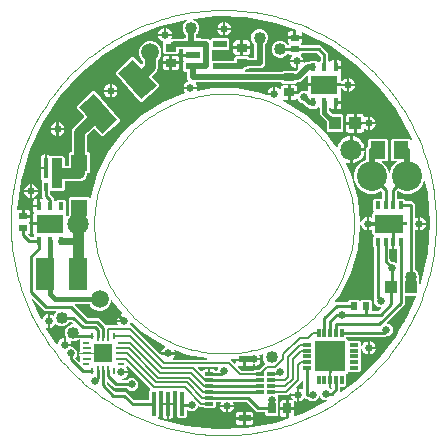
<source format=gbl>
G04 EAGLE Gerber RS-274X export*
G75*
%MOMM*%
%FSLAX35Y35*%
%LPD*%
%INcopper_bottom*%
%IPPOS*%
%AMOC8*
5,1,8,0,0,1.08239X$1,22.5*%
G01*
%ADD10C,0.010000*%
%ADD11C,0.050000*%
%ADD12R,0.700000X0.900000*%
%ADD13R,1.400000X1.400000*%
%ADD14R,2.500000X2.500000*%
%ADD15R,0.300000X0.750000*%
%ADD16R,0.750000X0.300000*%
%ADD17R,2.400000X1.500000*%
%ADD18R,0.350000X0.650000*%
%ADD19R,1.300000X1.500000*%
%ADD20R,1.500000X1.500000*%
%ADD21R,0.250000X0.800000*%
%ADD22R,0.800000X0.250000*%
%ADD23R,0.550000X0.250000*%
%ADD24R,0.250000X0.550000*%
%ADD25R,0.400000X2.000000*%
%ADD26R,1.000000X1.100000*%
%ADD27R,0.700000X0.300000*%
%ADD28R,1.000000X0.600000*%
%ADD29R,3.000000X1.700000*%
%ADD30R,2.300000X1.500000*%
%ADD31R,0.460000X0.710000*%
%ADD32R,0.900000X0.700000*%
%ADD33R,0.700000X0.600000*%
%ADD34C,2.540000*%
%ADD35R,1.200000X0.600000*%
%ADD36R,0.650000X0.300000*%
%ADD37R,0.950000X2.500000*%
%ADD38R,0.300000X1.770000*%
%ADD39R,0.300000X0.650000*%
%ADD40R,1.600000X2.700000*%
%ADD41C,1.016000*%
%ADD42C,1.800000*%
%ADD43C,1.500000*%
%ADD44R,0.600000X0.700000*%
%ADD45C,0.508000*%
%ADD46C,0.406400*%
%ADD47C,0.900000*%
%ADD48C,0.600000*%
%ADD49C,0.650000*%
%ADD50C,0.254000*%
%ADD51C,0.250000*%
%ADD52C,0.200000*%

G36*
X1309239Y-737225D02*
X1309239Y-737225D01*
X1309659Y-737244D01*
X1310336Y-737028D01*
X1311034Y-736903D01*
X1311396Y-736689D01*
X1311798Y-736561D01*
X1312527Y-736022D01*
X1312968Y-735762D01*
X1313101Y-735598D01*
X1313315Y-735440D01*
X1331415Y-717339D01*
X1331923Y-716609D01*
X1332484Y-715919D01*
X1332561Y-715692D01*
X1332697Y-715496D01*
X1332919Y-714635D01*
X1333204Y-713793D01*
X1333198Y-713554D01*
X1333257Y-713323D01*
X1333166Y-712437D01*
X1333140Y-711549D01*
X1333051Y-711328D01*
X1333026Y-711090D01*
X1332631Y-710290D01*
X1332299Y-709468D01*
X1332138Y-709292D01*
X1332032Y-709077D01*
X1331383Y-708463D01*
X1330786Y-707809D01*
X1330574Y-707700D01*
X1330400Y-707535D01*
X1329579Y-707187D01*
X1328791Y-706781D01*
X1328529Y-706741D01*
X1328333Y-706658D01*
X1327821Y-706635D01*
X1326925Y-706500D01*
X1303253Y-706500D01*
X1272499Y-675746D01*
X1272499Y-650092D01*
X1272425Y-649678D01*
X1272444Y-649258D01*
X1272228Y-648581D01*
X1272103Y-647883D01*
X1271889Y-647521D01*
X1271761Y-647120D01*
X1271222Y-646390D01*
X1270962Y-645949D01*
X1270798Y-645816D01*
X1270640Y-645603D01*
X1269999Y-644962D01*
X1269999Y-203414D01*
X1269925Y-203001D01*
X1269944Y-202580D01*
X1269728Y-201903D01*
X1269603Y-201205D01*
X1269389Y-200843D01*
X1269261Y-200442D01*
X1268722Y-199713D01*
X1268462Y-199272D01*
X1268298Y-199138D01*
X1268140Y-198925D01*
X1264999Y-195784D01*
X1264999Y-114215D01*
X1270906Y-108309D01*
X1271112Y-108013D01*
X1271383Y-107775D01*
X1271749Y-107097D01*
X1272188Y-106466D01*
X1272278Y-106118D01*
X1272449Y-105800D01*
X1272556Y-105038D01*
X1272748Y-104292D01*
X1272711Y-103933D01*
X1272761Y-103577D01*
X1272597Y-102826D01*
X1272517Y-102059D01*
X1272358Y-101735D01*
X1272280Y-101384D01*
X1271865Y-100737D01*
X1271523Y-100046D01*
X1271261Y-99799D01*
X1271067Y-99496D01*
X1270261Y-98854D01*
X1269891Y-98505D01*
X1269745Y-98443D01*
X1269591Y-98320D01*
X1264403Y-95325D01*
X1259675Y-90596D01*
X1256331Y-84804D01*
X1254599Y-78344D01*
X1254599Y-56944D01*
X1254463Y-56184D01*
X1254412Y-55413D01*
X1254266Y-55086D01*
X1254203Y-54735D01*
X1253810Y-54071D01*
X1253494Y-53364D01*
X1253243Y-53109D01*
X1253062Y-52802D01*
X1252462Y-52314D01*
X1251920Y-51763D01*
X1251597Y-51612D01*
X1251319Y-51386D01*
X1250587Y-51138D01*
X1249888Y-50810D01*
X1249532Y-50780D01*
X1249193Y-50665D01*
X1248420Y-50688D01*
X1247651Y-50623D01*
X1247259Y-50721D01*
X1246949Y-50730D01*
X1246512Y-50907D01*
X1245820Y-51078D01*
X1235690Y-55275D01*
X1227549Y-56894D01*
X1227549Y-8349D01*
X1277034Y-8349D01*
X1277115Y-8551D01*
X1277436Y-9469D01*
X1277534Y-9588D01*
X1277592Y-9731D01*
X1278246Y-10448D01*
X1278868Y-11199D01*
X1279002Y-11276D01*
X1279105Y-11390D01*
X1279966Y-11833D01*
X1280811Y-12322D01*
X1280964Y-12348D01*
X1281100Y-12418D01*
X1282966Y-12698D01*
X1393649Y-12698D01*
X1394294Y-12583D01*
X1394950Y-12564D01*
X1395391Y-12386D01*
X1395858Y-12302D01*
X1396423Y-11968D01*
X1397031Y-11723D01*
X1397382Y-11403D01*
X1397792Y-11161D01*
X1398205Y-10651D01*
X1398689Y-10210D01*
X1398907Y-9788D01*
X1399207Y-9418D01*
X1399418Y-8796D01*
X1399718Y-8214D01*
X1399799Y-7671D01*
X1399928Y-7292D01*
X1399916Y-6893D01*
X1399998Y-6349D01*
X1399998Y6349D01*
X1399882Y6994D01*
X1399863Y7650D01*
X1399685Y8091D01*
X1399601Y8558D01*
X1399268Y9123D01*
X1399022Y9731D01*
X1398702Y10082D01*
X1398460Y10492D01*
X1397951Y10906D01*
X1397509Y11390D01*
X1397088Y11607D01*
X1396718Y11908D01*
X1396095Y12118D01*
X1395514Y12418D01*
X1394970Y12500D01*
X1394592Y12628D01*
X1394193Y12617D01*
X1393649Y12698D01*
X1283050Y12698D01*
X1282405Y12583D01*
X1281749Y12564D01*
X1281308Y12386D01*
X1280840Y12302D01*
X1280276Y11968D01*
X1279668Y11723D01*
X1279317Y11403D01*
X1278907Y11161D01*
X1278493Y10651D01*
X1278009Y10210D01*
X1277792Y9788D01*
X1277491Y9418D01*
X1277400Y9149D01*
X1227549Y9149D01*
X1227549Y57694D01*
X1235690Y56075D01*
X1245820Y51878D01*
X1246574Y51714D01*
X1247307Y51465D01*
X1247664Y51476D01*
X1248013Y51399D01*
X1248779Y51508D01*
X1249551Y51530D01*
X1249882Y51663D01*
X1250236Y51713D01*
X1250917Y52082D01*
X1251632Y52371D01*
X1251895Y52611D01*
X1252211Y52782D01*
X1252721Y53364D01*
X1253291Y53884D01*
X1253454Y54201D01*
X1253690Y54470D01*
X1253966Y55193D01*
X1254319Y55879D01*
X1254379Y56278D01*
X1254489Y56568D01*
X1254493Y57039D01*
X1254599Y57744D01*
X1254599Y78344D01*
X1256331Y84804D01*
X1259675Y90596D01*
X1264403Y95325D01*
X1269591Y98320D01*
X1269867Y98553D01*
X1270190Y98713D01*
X1270718Y99272D01*
X1271306Y99769D01*
X1271483Y100083D01*
X1271731Y100345D01*
X1272032Y101053D01*
X1272410Y101724D01*
X1272467Y102080D01*
X1272608Y102411D01*
X1272643Y103180D01*
X1272765Y103940D01*
X1272694Y104293D01*
X1272711Y104654D01*
X1272476Y105388D01*
X1272326Y106142D01*
X1272137Y106448D01*
X1272027Y106792D01*
X1271414Y107622D01*
X1271148Y108053D01*
X1271023Y108151D01*
X1270906Y108309D01*
X1264999Y114215D01*
X1264999Y195784D01*
X1276715Y207500D01*
X1328450Y207500D01*
X1329095Y207616D01*
X1329751Y207635D01*
X1330192Y207813D01*
X1330659Y207897D01*
X1331224Y208231D01*
X1331832Y208476D01*
X1332183Y208796D01*
X1332593Y209038D01*
X1333007Y209548D01*
X1333491Y209989D01*
X1333708Y210411D01*
X1334008Y210781D01*
X1334219Y211403D01*
X1334519Y211984D01*
X1334601Y212528D01*
X1334729Y212907D01*
X1334718Y213306D01*
X1334799Y213850D01*
X1334799Y266325D01*
X1334726Y266735D01*
X1334745Y267152D01*
X1334529Y267832D01*
X1334403Y268534D01*
X1334191Y268893D01*
X1334064Y269291D01*
X1333637Y269870D01*
X1333563Y270036D01*
X1333446Y270155D01*
X1333262Y270468D01*
X1333100Y270599D01*
X1332945Y270809D01*
X1332814Y270941D01*
X1332369Y271251D01*
X1331989Y271638D01*
X1331593Y271823D01*
X1331519Y271883D01*
X1331408Y271921D01*
X1330972Y272225D01*
X1330447Y272361D01*
X1329957Y272591D01*
X1329371Y272639D01*
X1328799Y272788D01*
X1328259Y272732D01*
X1327719Y272777D01*
X1327033Y272607D01*
X1326566Y272559D01*
X1326286Y272421D01*
X1325889Y272322D01*
X1279241Y252999D01*
X1220759Y252999D01*
X1166731Y275379D01*
X1125379Y316731D01*
X1102999Y370759D01*
X1102999Y429241D01*
X1125379Y483269D01*
X1166731Y524621D01*
X1200680Y538683D01*
X1201133Y538973D01*
X1201632Y539175D01*
X1202070Y539575D01*
X1202569Y539895D01*
X1202893Y540326D01*
X1203291Y540688D01*
X1203562Y541214D01*
X1203919Y541689D01*
X1204073Y542205D01*
X1204319Y542683D01*
X1204425Y543388D01*
X1204560Y543840D01*
X1204539Y544149D01*
X1204599Y544549D01*
X1204599Y643805D01*
X1218140Y657346D01*
X1218380Y657692D01*
X1218691Y657975D01*
X1219015Y658605D01*
X1219422Y659189D01*
X1219527Y659597D01*
X1219719Y659970D01*
X1219853Y660864D01*
X1219982Y661363D01*
X1219960Y661573D01*
X1219999Y661835D01*
X1219999Y708284D01*
X1231715Y720000D01*
X1378284Y720000D01*
X1390000Y708284D01*
X1390000Y541715D01*
X1378284Y529999D01*
X1343219Y529999D01*
X1342345Y529843D01*
X1341459Y529751D01*
X1341244Y529645D01*
X1341009Y529603D01*
X1340245Y529152D01*
X1339446Y528757D01*
X1339281Y528583D01*
X1339076Y528462D01*
X1338516Y527773D01*
X1337904Y527125D01*
X1337811Y526904D01*
X1337660Y526719D01*
X1337375Y525876D01*
X1337028Y525058D01*
X1337017Y524820D01*
X1336940Y524593D01*
X1336965Y523703D01*
X1336924Y522816D01*
X1336997Y522588D01*
X1337004Y522349D01*
X1337337Y521526D01*
X1337608Y520678D01*
X1337766Y520463D01*
X1337845Y520268D01*
X1338190Y519890D01*
X1338729Y519160D01*
X1374621Y483269D01*
X1394134Y436160D01*
X1394614Y435412D01*
X1395037Y434629D01*
X1395217Y434472D01*
X1395346Y434271D01*
X1396058Y433735D01*
X1396726Y433150D01*
X1396948Y433065D01*
X1397140Y432921D01*
X1397992Y432667D01*
X1398823Y432351D01*
X1399062Y432348D01*
X1399291Y432280D01*
X1400179Y432339D01*
X1401068Y432331D01*
X1401293Y432413D01*
X1401531Y432428D01*
X1402342Y432792D01*
X1403179Y433094D01*
X1403362Y433249D01*
X1403580Y433346D01*
X1404213Y433969D01*
X1404893Y434544D01*
X1405030Y434771D01*
X1405181Y434920D01*
X1405399Y435385D01*
X1405866Y436160D01*
X1425379Y483269D01*
X1461271Y519160D01*
X1461779Y519891D01*
X1462339Y520581D01*
X1462416Y520807D01*
X1462553Y521003D01*
X1462775Y521865D01*
X1463060Y522707D01*
X1463053Y522946D01*
X1463113Y523177D01*
X1463021Y524063D01*
X1462996Y524951D01*
X1462906Y525172D01*
X1462882Y525410D01*
X1462487Y526209D01*
X1462154Y527032D01*
X1461994Y527208D01*
X1461888Y527423D01*
X1461238Y528037D01*
X1460642Y528691D01*
X1460430Y528800D01*
X1460256Y528964D01*
X1459434Y529313D01*
X1458646Y529719D01*
X1458384Y529758D01*
X1458189Y529841D01*
X1457676Y529865D01*
X1456781Y529999D01*
X1421715Y529999D01*
X1409999Y541715D01*
X1409999Y708284D01*
X1421715Y720000D01*
X1568284Y720000D01*
X1580664Y707621D01*
X1581420Y707095D01*
X1582139Y706522D01*
X1582336Y706458D01*
X1582507Y706339D01*
X1583401Y706108D01*
X1584273Y705823D01*
X1584479Y705830D01*
X1584681Y705778D01*
X1585598Y705873D01*
X1586516Y705909D01*
X1586707Y705988D01*
X1586913Y706010D01*
X1587738Y706417D01*
X1588588Y706770D01*
X1588740Y706912D01*
X1588926Y707003D01*
X1589559Y707673D01*
X1590232Y708300D01*
X1590325Y708485D01*
X1590468Y708636D01*
X1590828Y709484D01*
X1591241Y710305D01*
X1591263Y710511D01*
X1591345Y710702D01*
X1591387Y711623D01*
X1591488Y712536D01*
X1591439Y712760D01*
X1591448Y712945D01*
X1591291Y713435D01*
X1591084Y714378D01*
X1577638Y749535D01*
X1577435Y749870D01*
X1577244Y750374D01*
X1452695Y972297D01*
X1452447Y972598D01*
X1452184Y973070D01*
X1296650Y1174493D01*
X1296359Y1174756D01*
X1296032Y1175183D01*
X1112828Y1351813D01*
X1112503Y1352030D01*
X1112115Y1352406D01*
X905147Y1500479D01*
X904793Y1500647D01*
X904355Y1500963D01*
X678032Y1617323D01*
X677658Y1617438D01*
X677179Y1617686D01*
X667220Y1621083D01*
X666948Y1621125D01*
X666696Y1621238D01*
X665844Y1621293D01*
X665001Y1621421D01*
X664731Y1621365D01*
X664456Y1621383D01*
X663640Y1621139D01*
X662803Y1620966D01*
X662568Y1620819D01*
X662305Y1620740D01*
X661624Y1620227D01*
X660900Y1619773D01*
X660732Y1619555D01*
X660512Y1619389D01*
X660052Y1618670D01*
X659532Y1617994D01*
X659450Y1617730D01*
X659302Y1617498D01*
X659120Y1616664D01*
X658868Y1615849D01*
X658883Y1615574D01*
X658825Y1615305D01*
X658968Y1614036D01*
X658992Y1613608D01*
X659026Y1613531D01*
X659037Y1613430D01*
X660400Y1608344D01*
X660400Y1587698D01*
X612698Y1587698D01*
X612698Y1635141D01*
X612568Y1635868D01*
X612527Y1636607D01*
X612371Y1636966D01*
X612302Y1637350D01*
X611926Y1637986D01*
X611631Y1638665D01*
X611359Y1638948D01*
X611161Y1639284D01*
X610587Y1639750D01*
X610074Y1640283D01*
X609679Y1640488D01*
X609418Y1640699D01*
X608989Y1640845D01*
X608399Y1641150D01*
X436326Y1699853D01*
X435938Y1699913D01*
X435429Y1700088D01*
X185178Y1746312D01*
X184786Y1746313D01*
X184257Y1746413D01*
X-70057Y1755707D01*
X-70444Y1755652D01*
X-70983Y1755673D01*
X-257387Y1735163D01*
X-258022Y1734975D01*
X-258678Y1734883D01*
X-259091Y1734659D01*
X-259539Y1734527D01*
X-260070Y1734130D01*
X-260653Y1733814D01*
X-260961Y1733463D01*
X-261337Y1733182D01*
X-261697Y1732623D01*
X-262132Y1732126D01*
X-262299Y1731689D01*
X-262553Y1731295D01*
X-262696Y1730647D01*
X-262932Y1730028D01*
X-262936Y1729560D01*
X-263037Y1729103D01*
X-262945Y1728446D01*
X-262951Y1727783D01*
X-262792Y1727343D01*
X-262727Y1726879D01*
X-262413Y1726296D01*
X-262188Y1725672D01*
X-261886Y1725315D01*
X-261664Y1724902D01*
X-261166Y1724464D01*
X-260738Y1723958D01*
X-260274Y1723679D01*
X-259978Y1723419D01*
X-259601Y1723274D01*
X-259122Y1722986D01*
X-239895Y1715022D01*
X-219978Y1695105D01*
X-209199Y1669083D01*
X-209199Y1640916D01*
X-219978Y1614895D01*
X-232740Y1602133D01*
X-232980Y1601787D01*
X-233291Y1601504D01*
X-233615Y1600874D01*
X-234022Y1600290D01*
X-234127Y1599882D01*
X-234319Y1599508D01*
X-234453Y1598614D01*
X-234582Y1598116D01*
X-234560Y1597905D01*
X-234599Y1597643D01*
X-234599Y1576350D01*
X-234483Y1575705D01*
X-234465Y1575049D01*
X-234287Y1574608D01*
X-234203Y1574140D01*
X-233869Y1573576D01*
X-233623Y1572968D01*
X-233303Y1572617D01*
X-233062Y1572207D01*
X-232552Y1571793D01*
X-232111Y1571309D01*
X-231689Y1571092D01*
X-231319Y1570791D01*
X-230697Y1570580D01*
X-230115Y1570281D01*
X-229572Y1570199D01*
X-229193Y1570071D01*
X-228794Y1570082D01*
X-228250Y1570000D01*
X-196715Y1570000D01*
X-193975Y1567260D01*
X-193629Y1567019D01*
X-193346Y1566709D01*
X-192716Y1566384D01*
X-192132Y1565978D01*
X-191724Y1565873D01*
X-191351Y1565681D01*
X-190456Y1565546D01*
X-189958Y1565418D01*
X-189747Y1565440D01*
X-189485Y1565400D01*
X-131194Y1565400D01*
X-124029Y1558235D01*
X-123491Y1557861D01*
X-123014Y1557410D01*
X-122576Y1557224D01*
X-122186Y1556953D01*
X-121552Y1556789D01*
X-120948Y1556533D01*
X-120473Y1556511D01*
X-120013Y1556393D01*
X-119360Y1556460D01*
X-118705Y1556430D01*
X-118252Y1556575D01*
X-117779Y1556624D01*
X-117192Y1556914D01*
X-116567Y1557114D01*
X-116123Y1557442D01*
X-115767Y1557618D01*
X-115493Y1557907D01*
X-115050Y1558235D01*
X-103284Y1570000D01*
X33284Y1570000D01*
X45000Y1558284D01*
X45000Y1481715D01*
X33284Y1469999D01*
X-98250Y1469999D01*
X-98895Y1469883D01*
X-99551Y1469865D01*
X-99992Y1469687D01*
X-100459Y1469603D01*
X-101024Y1469269D01*
X-101632Y1469023D01*
X-101983Y1468703D01*
X-102393Y1468462D01*
X-102807Y1467952D01*
X-103291Y1467511D01*
X-103508Y1467089D01*
X-103808Y1466719D01*
X-104019Y1466097D01*
X-104319Y1465515D01*
X-104401Y1464972D01*
X-104529Y1464593D01*
X-104518Y1464194D01*
X-104599Y1463650D01*
X-104599Y1386350D01*
X-104483Y1385705D01*
X-104465Y1385049D01*
X-104287Y1384608D01*
X-104203Y1384140D01*
X-103869Y1383576D01*
X-103623Y1382968D01*
X-103303Y1382617D01*
X-103062Y1382207D01*
X-102552Y1381793D01*
X-102111Y1381309D01*
X-101689Y1381092D01*
X-101319Y1380791D01*
X-100697Y1380580D01*
X-100115Y1380281D01*
X-99572Y1380199D01*
X-99193Y1380071D01*
X-98794Y1380082D01*
X-98250Y1380000D01*
X33284Y1380000D01*
X36024Y1377260D01*
X36370Y1377019D01*
X36653Y1376709D01*
X37284Y1376384D01*
X37867Y1375978D01*
X38275Y1375873D01*
X38649Y1375681D01*
X39543Y1375546D01*
X40041Y1375418D01*
X40252Y1375440D01*
X40514Y1375400D01*
X78650Y1375400D01*
X79295Y1375516D01*
X79951Y1375535D01*
X80392Y1375713D01*
X80859Y1375797D01*
X81424Y1376131D01*
X82032Y1376376D01*
X82383Y1376696D01*
X82793Y1376938D01*
X83207Y1377448D01*
X83691Y1377889D01*
X83908Y1378311D01*
X84208Y1378681D01*
X84419Y1379303D01*
X84719Y1379884D01*
X84801Y1380428D01*
X84929Y1380807D01*
X84918Y1381206D01*
X84999Y1381750D01*
X84999Y1403284D01*
X96715Y1415000D01*
X203284Y1415000D01*
X211025Y1407260D01*
X211371Y1407019D01*
X211654Y1406709D01*
X212284Y1406384D01*
X212868Y1405978D01*
X213276Y1405873D01*
X213649Y1405681D01*
X214543Y1405546D01*
X215042Y1405418D01*
X215253Y1405440D01*
X215514Y1405400D01*
X248250Y1405400D01*
X248895Y1405516D01*
X249551Y1405535D01*
X249992Y1405713D01*
X250459Y1405797D01*
X251024Y1406131D01*
X251632Y1406376D01*
X251983Y1406696D01*
X252393Y1406938D01*
X252807Y1407448D01*
X253291Y1407889D01*
X253508Y1408311D01*
X253808Y1408681D01*
X254019Y1409303D01*
X254319Y1409884D01*
X254401Y1410428D01*
X254529Y1410807D01*
X254518Y1411206D01*
X254599Y1411750D01*
X254599Y1517643D01*
X254525Y1518057D01*
X254544Y1518478D01*
X254328Y1519154D01*
X254203Y1519853D01*
X253989Y1520214D01*
X253861Y1520616D01*
X253322Y1521345D01*
X253062Y1521786D01*
X252898Y1521919D01*
X252740Y1522133D01*
X239978Y1534895D01*
X229199Y1560916D01*
X229199Y1589083D01*
X239978Y1615105D01*
X259895Y1635022D01*
X285916Y1645800D01*
X314083Y1645800D01*
X340105Y1635022D01*
X360022Y1615105D01*
X370800Y1589083D01*
X370800Y1560916D01*
X360022Y1534895D01*
X347260Y1522133D01*
X347019Y1521787D01*
X346709Y1521504D01*
X346384Y1520874D01*
X345978Y1520290D01*
X345873Y1519882D01*
X345681Y1519508D01*
X345546Y1518614D01*
X345418Y1518116D01*
X345440Y1517905D01*
X345400Y1517643D01*
X345400Y1341194D01*
X318805Y1314599D01*
X215514Y1314599D01*
X215101Y1314525D01*
X214680Y1314544D01*
X214003Y1314328D01*
X213305Y1314203D01*
X212943Y1313989D01*
X212542Y1313861D01*
X211813Y1313322D01*
X211372Y1313062D01*
X211238Y1312898D01*
X211025Y1312740D01*
X203284Y1304999D01*
X191835Y1304999D01*
X191421Y1304925D01*
X191001Y1304944D01*
X190324Y1304728D01*
X189626Y1304603D01*
X189264Y1304389D01*
X188863Y1304261D01*
X188133Y1303722D01*
X187692Y1303462D01*
X187559Y1303298D01*
X187345Y1303140D01*
X180445Y1296239D01*
X179937Y1295509D01*
X179376Y1294819D01*
X179299Y1294592D01*
X179163Y1294396D01*
X178941Y1293535D01*
X178656Y1292693D01*
X178663Y1292454D01*
X178603Y1292223D01*
X178694Y1291337D01*
X178720Y1290449D01*
X178809Y1290228D01*
X178834Y1289990D01*
X179229Y1289190D01*
X179561Y1288368D01*
X179722Y1288192D01*
X179828Y1287977D01*
X180478Y1287363D01*
X181074Y1286709D01*
X181286Y1286600D01*
X181460Y1286435D01*
X182281Y1286087D01*
X183069Y1285681D01*
X183331Y1285641D01*
X183527Y1285558D01*
X184039Y1285535D01*
X184935Y1285400D01*
X484486Y1285400D01*
X484899Y1285475D01*
X485320Y1285455D01*
X485997Y1285672D01*
X486695Y1285797D01*
X487057Y1286011D01*
X487458Y1286139D01*
X488188Y1286678D01*
X488628Y1286938D01*
X488762Y1287102D01*
X488975Y1287260D01*
X496715Y1295000D01*
X603284Y1295000D01*
X605049Y1293235D01*
X605587Y1292861D01*
X606065Y1292410D01*
X606503Y1292224D01*
X606893Y1291953D01*
X607527Y1291789D01*
X608131Y1291533D01*
X608606Y1291511D01*
X609066Y1291393D01*
X609719Y1291460D01*
X610374Y1291430D01*
X610827Y1291575D01*
X611299Y1291624D01*
X611887Y1291914D01*
X612512Y1292114D01*
X612955Y1292441D01*
X613312Y1292618D01*
X613586Y1292907D01*
X614029Y1293235D01*
X627911Y1307117D01*
X628133Y1307436D01*
X628423Y1307696D01*
X628770Y1308351D01*
X629193Y1308960D01*
X629290Y1309337D01*
X629472Y1309681D01*
X629568Y1310414D01*
X629753Y1311133D01*
X629713Y1311522D01*
X629763Y1311907D01*
X629598Y1312628D01*
X629522Y1313366D01*
X629349Y1313716D01*
X629263Y1314095D01*
X628857Y1314713D01*
X628528Y1315379D01*
X628245Y1315647D01*
X628032Y1315972D01*
X627435Y1316412D01*
X626896Y1316921D01*
X626537Y1317073D01*
X626224Y1317303D01*
X625512Y1317508D01*
X624829Y1317798D01*
X624441Y1317815D01*
X624066Y1317923D01*
X623549Y1317898D01*
X623549Y1366650D01*
X672324Y1366650D01*
X672338Y1366514D01*
X672324Y1365773D01*
X672453Y1365406D01*
X672493Y1365019D01*
X672821Y1364353D01*
X673066Y1363655D01*
X673314Y1363356D01*
X673487Y1363006D01*
X674026Y1362496D01*
X674498Y1361926D01*
X674835Y1361732D01*
X675119Y1361464D01*
X675802Y1361174D01*
X676443Y1360805D01*
X676827Y1360740D01*
X677185Y1360588D01*
X677926Y1360553D01*
X678656Y1360430D01*
X679038Y1360502D01*
X679428Y1360484D01*
X680134Y1360710D01*
X680862Y1360848D01*
X681195Y1361049D01*
X681566Y1361168D01*
X682344Y1361743D01*
X682784Y1362008D01*
X682899Y1362153D01*
X683083Y1362289D01*
X689194Y1368400D01*
X711986Y1368400D01*
X712399Y1368475D01*
X712820Y1368455D01*
X713497Y1368672D01*
X714195Y1368797D01*
X714557Y1369011D01*
X714958Y1369139D01*
X715688Y1369678D01*
X716128Y1369938D01*
X716262Y1370102D01*
X716475Y1370260D01*
X724715Y1378500D01*
X787284Y1378500D01*
X798510Y1367274D01*
X799048Y1366900D01*
X799525Y1366450D01*
X799962Y1366264D01*
X800353Y1365993D01*
X800989Y1365829D01*
X801592Y1365573D01*
X802066Y1365551D01*
X802527Y1365432D01*
X803180Y1365500D01*
X803834Y1365470D01*
X804287Y1365614D01*
X804760Y1365663D01*
X805348Y1365954D01*
X805972Y1366153D01*
X806415Y1366481D01*
X806773Y1366657D01*
X807046Y1366947D01*
X807489Y1367274D01*
X815440Y1375224D01*
X815680Y1375570D01*
X815991Y1375853D01*
X816316Y1376484D01*
X816721Y1377067D01*
X816827Y1377475D01*
X817019Y1377849D01*
X817153Y1378743D01*
X817282Y1379241D01*
X817260Y1379452D01*
X817299Y1379714D01*
X817299Y1408825D01*
X817225Y1409238D01*
X817244Y1409659D01*
X817028Y1410336D01*
X816903Y1411034D01*
X816689Y1411396D01*
X816561Y1411797D01*
X816022Y1412527D01*
X815762Y1412968D01*
X815598Y1413101D01*
X815440Y1413314D01*
X788314Y1440440D01*
X787968Y1440680D01*
X787685Y1440991D01*
X787055Y1441315D01*
X786471Y1441722D01*
X786063Y1441827D01*
X785690Y1442019D01*
X784796Y1442153D01*
X784298Y1442282D01*
X784087Y1442260D01*
X783825Y1442299D01*
X661350Y1442299D01*
X660705Y1442183D01*
X660049Y1442165D01*
X659608Y1441987D01*
X659140Y1441903D01*
X658576Y1441569D01*
X657968Y1441323D01*
X657617Y1441003D01*
X657207Y1440762D01*
X656793Y1440252D01*
X656309Y1439811D01*
X656092Y1439389D01*
X655791Y1439019D01*
X655580Y1438397D01*
X655281Y1437815D01*
X655199Y1437272D01*
X655071Y1436893D01*
X655074Y1436789D01*
X649357Y1431072D01*
X649270Y1430947D01*
X649149Y1430854D01*
X648630Y1430028D01*
X648075Y1429229D01*
X648037Y1429082D01*
X647956Y1428953D01*
X647758Y1427999D01*
X647514Y1427055D01*
X647530Y1426904D01*
X647499Y1426754D01*
X647645Y1425791D01*
X647746Y1424822D01*
X647813Y1424686D01*
X647836Y1424535D01*
X648309Y1423681D01*
X648739Y1422809D01*
X648850Y1422705D01*
X648924Y1422572D01*
X650319Y1421303D01*
X651709Y1420374D01*
X659774Y1412309D01*
X666111Y1402826D01*
X670475Y1392290D01*
X672094Y1384149D01*
X617202Y1384149D01*
X616557Y1384033D01*
X615901Y1384015D01*
X615460Y1383837D01*
X614993Y1383753D01*
X614758Y1383614D01*
X614263Y1383869D01*
X613719Y1383951D01*
X613341Y1384079D01*
X612942Y1384068D01*
X612398Y1384149D01*
X557506Y1384149D01*
X559125Y1392290D01*
X563489Y1402826D01*
X569826Y1412309D01*
X571677Y1414160D01*
X572185Y1414891D01*
X572746Y1415581D01*
X572822Y1415807D01*
X572958Y1416003D01*
X573180Y1416863D01*
X573466Y1417707D01*
X573459Y1417946D01*
X573519Y1418177D01*
X573428Y1419059D01*
X573402Y1419951D01*
X573313Y1420173D01*
X573288Y1420410D01*
X572894Y1421208D01*
X572561Y1422032D01*
X572400Y1422208D01*
X572294Y1422423D01*
X571646Y1423035D01*
X571048Y1423691D01*
X570836Y1423800D01*
X570662Y1423964D01*
X569841Y1424313D01*
X569053Y1424719D01*
X568791Y1424758D01*
X568596Y1424841D01*
X568083Y1424865D01*
X567187Y1424999D01*
X556715Y1424999D01*
X545197Y1436518D01*
X544560Y1436961D01*
X543979Y1437470D01*
X543647Y1437596D01*
X543354Y1437800D01*
X542602Y1437994D01*
X541881Y1438268D01*
X541526Y1438271D01*
X541180Y1438361D01*
X540408Y1438281D01*
X539637Y1438287D01*
X539302Y1438166D01*
X538947Y1438129D01*
X538253Y1437787D01*
X537526Y1437524D01*
X537253Y1437293D01*
X536934Y1437136D01*
X536403Y1436573D01*
X535812Y1436073D01*
X535605Y1435728D01*
X535393Y1435503D01*
X535217Y1435090D01*
X515105Y1414978D01*
X489083Y1404199D01*
X460916Y1404199D01*
X434895Y1414978D01*
X414978Y1434895D01*
X404199Y1460916D01*
X404199Y1489083D01*
X414978Y1515105D01*
X434895Y1535022D01*
X460916Y1545800D01*
X489083Y1545800D01*
X515105Y1535022D01*
X535279Y1514848D01*
X535600Y1514198D01*
X535859Y1513953D01*
X536052Y1513653D01*
X536669Y1513189D01*
X537232Y1512657D01*
X537561Y1512517D01*
X537845Y1512303D01*
X538585Y1512083D01*
X539299Y1511780D01*
X539656Y1511763D01*
X539997Y1511662D01*
X540768Y1511712D01*
X541541Y1511677D01*
X541881Y1511785D01*
X542237Y1511808D01*
X542943Y1512125D01*
X543679Y1512360D01*
X544003Y1512600D01*
X544285Y1512726D01*
X544623Y1513057D01*
X545197Y1513481D01*
X548407Y1516692D01*
X548782Y1517231D01*
X549232Y1517707D01*
X549418Y1518144D01*
X549689Y1518535D01*
X549853Y1519171D01*
X550109Y1519774D01*
X550131Y1520248D01*
X550249Y1520709D01*
X550182Y1521362D01*
X550212Y1522016D01*
X550067Y1522469D01*
X550018Y1522942D01*
X549728Y1523530D01*
X549528Y1524154D01*
X549201Y1524596D01*
X549024Y1524955D01*
X548734Y1525229D01*
X548407Y1525672D01*
X544674Y1529404D01*
X541331Y1535195D01*
X539599Y1541656D01*
X539599Y1562301D01*
X593649Y1562301D01*
X594294Y1562417D01*
X594950Y1562436D01*
X595391Y1562614D01*
X595858Y1562698D01*
X596423Y1563031D01*
X597031Y1563277D01*
X597382Y1563597D01*
X597792Y1563839D01*
X598206Y1564348D01*
X598689Y1564790D01*
X598907Y1565212D01*
X599207Y1565581D01*
X599418Y1566204D01*
X599718Y1566785D01*
X599799Y1567329D01*
X599928Y1567707D01*
X599916Y1568106D01*
X599998Y1568650D01*
X599998Y1575002D01*
X600002Y1575002D01*
X600002Y1568650D01*
X600118Y1568005D01*
X600136Y1567349D01*
X600314Y1566908D01*
X600398Y1566441D01*
X600732Y1565876D01*
X600978Y1565268D01*
X601298Y1564917D01*
X601539Y1564508D01*
X602049Y1564093D01*
X602490Y1563610D01*
X602912Y1563392D01*
X603282Y1563092D01*
X603904Y1562881D01*
X604486Y1562581D01*
X605029Y1562500D01*
X605408Y1562371D01*
X605807Y1562383D01*
X606351Y1562301D01*
X660400Y1562301D01*
X660400Y1541656D01*
X658669Y1535195D01*
X655325Y1529404D01*
X651593Y1525672D01*
X651218Y1525133D01*
X650768Y1524656D01*
X650582Y1524218D01*
X650311Y1523828D01*
X650147Y1523192D01*
X649891Y1522589D01*
X649869Y1522115D01*
X649750Y1521655D01*
X649818Y1521002D01*
X649788Y1520347D01*
X649933Y1519894D01*
X649982Y1519422D01*
X650272Y1518833D01*
X650472Y1518209D01*
X650799Y1517766D01*
X650975Y1517409D01*
X651265Y1517135D01*
X651593Y1516692D01*
X655123Y1513162D01*
X655135Y1512749D01*
X655313Y1512308D01*
X655397Y1511840D01*
X655731Y1511276D01*
X655976Y1510668D01*
X656296Y1510317D01*
X656538Y1509907D01*
X657048Y1509493D01*
X657489Y1509009D01*
X657911Y1508792D01*
X658281Y1508491D01*
X658903Y1508280D01*
X659484Y1507981D01*
X660028Y1507899D01*
X660407Y1507771D01*
X660806Y1507782D01*
X661350Y1507700D01*
X813545Y1507700D01*
X882700Y1438545D01*
X882700Y1379714D01*
X882775Y1379300D01*
X882755Y1378880D01*
X882972Y1378203D01*
X883097Y1377505D01*
X883311Y1377143D01*
X883439Y1376742D01*
X883978Y1376012D01*
X884238Y1375571D01*
X884402Y1375438D01*
X884560Y1375224D01*
X889338Y1370446D01*
X889634Y1370241D01*
X889872Y1369970D01*
X890549Y1369604D01*
X891181Y1369164D01*
X891531Y1369074D01*
X891847Y1368903D01*
X892608Y1368797D01*
X893355Y1368604D01*
X893714Y1368641D01*
X894070Y1368591D01*
X894821Y1368756D01*
X895588Y1368835D01*
X895912Y1368995D01*
X896263Y1369072D01*
X896909Y1369488D01*
X897601Y1369829D01*
X897849Y1370092D01*
X898151Y1370286D01*
X898793Y1371091D01*
X899142Y1371461D01*
X899204Y1371608D01*
X899327Y1371761D01*
X900675Y1374096D01*
X905403Y1378825D01*
X911195Y1382169D01*
X917656Y1383900D01*
X932500Y1383900D01*
X932500Y1328152D01*
X932616Y1327507D01*
X932635Y1326851D01*
X932813Y1326410D01*
X932897Y1325943D01*
X933230Y1325378D01*
X933476Y1324770D01*
X933796Y1324419D01*
X934038Y1324009D01*
X934548Y1323595D01*
X934989Y1323111D01*
X935411Y1322894D01*
X935780Y1322593D01*
X936403Y1322383D01*
X936984Y1322083D01*
X937528Y1322001D01*
X937906Y1321873D01*
X938305Y1321884D01*
X938849Y1321803D01*
X942803Y1321803D01*
X942803Y1317849D01*
X942918Y1317204D01*
X942937Y1316548D01*
X943115Y1316108D01*
X943199Y1315640D01*
X943533Y1315075D01*
X943778Y1314467D01*
X944098Y1314116D01*
X944340Y1313707D01*
X944850Y1313293D01*
X945291Y1312809D01*
X945713Y1312591D01*
X946083Y1312291D01*
X946705Y1312080D01*
X947287Y1311780D01*
X947830Y1311699D01*
X948209Y1311570D01*
X948608Y1311582D01*
X949152Y1311500D01*
X992400Y1311500D01*
X992400Y1284156D01*
X990669Y1277695D01*
X987326Y1271904D01*
X987194Y1271773D01*
X986653Y1270994D01*
X986067Y1270245D01*
X986013Y1270076D01*
X985912Y1269930D01*
X985675Y1269012D01*
X985387Y1268105D01*
X985396Y1267928D01*
X985352Y1267757D01*
X985449Y1266814D01*
X985494Y1265863D01*
X985566Y1265681D01*
X985582Y1265524D01*
X985806Y1265070D01*
X986184Y1264108D01*
X988669Y1259804D01*
X990400Y1253344D01*
X990400Y1210952D01*
X990469Y1210568D01*
X990448Y1210180D01*
X990666Y1209472D01*
X990797Y1208742D01*
X990995Y1208407D01*
X991110Y1208035D01*
X991561Y1207448D01*
X991938Y1206809D01*
X992241Y1206563D01*
X992478Y1206255D01*
X993104Y1205861D01*
X993681Y1205393D01*
X994049Y1205268D01*
X994379Y1205061D01*
X995104Y1204911D01*
X995807Y1204673D01*
X996197Y1204684D01*
X996577Y1204605D01*
X997309Y1204716D01*
X998051Y1204737D01*
X998411Y1204883D01*
X998796Y1204941D01*
X999446Y1205301D01*
X1000132Y1205578D01*
X1000419Y1205840D01*
X1000760Y1206029D01*
X1001412Y1206745D01*
X1001790Y1207091D01*
X1001875Y1207255D01*
X1002029Y1207424D01*
X1005025Y1211909D01*
X1013090Y1219974D01*
X1022574Y1226311D01*
X1033110Y1230675D01*
X1041250Y1232294D01*
X1041250Y1183749D01*
X991578Y1183749D01*
X991488Y1183902D01*
X991312Y1184420D01*
X991196Y1184563D01*
X991128Y1184731D01*
X990760Y1185134D01*
X990562Y1185471D01*
X990255Y1185720D01*
X989896Y1186162D01*
X989738Y1186256D01*
X989615Y1186390D01*
X989111Y1186650D01*
X988819Y1186887D01*
X988462Y1187008D01*
X987962Y1187303D01*
X987781Y1187335D01*
X987620Y1187418D01*
X986957Y1187518D01*
X986693Y1187607D01*
X986415Y1187599D01*
X985754Y1187698D01*
X856351Y1187698D01*
X855706Y1187583D01*
X855050Y1187564D01*
X854609Y1187386D01*
X854142Y1187302D01*
X853577Y1186968D01*
X852969Y1186723D01*
X852618Y1186403D01*
X852208Y1186161D01*
X851794Y1185651D01*
X851310Y1185210D01*
X851093Y1184788D01*
X850793Y1184418D01*
X850582Y1183796D01*
X850282Y1183214D01*
X850200Y1182671D01*
X850072Y1182292D01*
X850083Y1181893D01*
X850002Y1181349D01*
X850002Y1168650D01*
X850118Y1168005D01*
X850136Y1167349D01*
X850314Y1166908D01*
X850398Y1166441D01*
X850732Y1165876D01*
X850978Y1165268D01*
X851298Y1164917D01*
X851539Y1164508D01*
X852049Y1164093D01*
X852490Y1163610D01*
X852912Y1163392D01*
X853282Y1163092D01*
X853904Y1162881D01*
X854486Y1162581D01*
X855029Y1162500D01*
X855408Y1162371D01*
X855807Y1162383D01*
X856351Y1162301D01*
X985754Y1162301D01*
X985925Y1162332D01*
X986097Y1162310D01*
X986672Y1162446D01*
X987051Y1162457D01*
X987394Y1162595D01*
X987964Y1162698D01*
X988113Y1162786D01*
X988282Y1162826D01*
X988775Y1163154D01*
X989132Y1163298D01*
X989409Y1163551D01*
X989897Y1163839D01*
X990006Y1163973D01*
X990151Y1164069D01*
X990491Y1164538D01*
X990791Y1164811D01*
X990970Y1165160D01*
X991313Y1165581D01*
X991368Y1165746D01*
X991470Y1165885D01*
X991572Y1166250D01*
X1041250Y1166250D01*
X1041250Y1117706D01*
X1033110Y1119325D01*
X1022574Y1123689D01*
X1013090Y1130026D01*
X1005025Y1138091D01*
X1002029Y1142575D01*
X1001759Y1142856D01*
X1001561Y1143191D01*
X1000986Y1143658D01*
X1000472Y1144192D01*
X1000121Y1144361D01*
X999819Y1144607D01*
X999117Y1144844D01*
X998449Y1145166D01*
X998062Y1145202D01*
X997693Y1145327D01*
X996952Y1145306D01*
X996214Y1145375D01*
X995838Y1145274D01*
X995449Y1145263D01*
X994763Y1144986D01*
X994046Y1144793D01*
X993728Y1144567D01*
X993368Y1144422D01*
X992821Y1143923D01*
X992216Y1143493D01*
X991997Y1143171D01*
X991709Y1142909D01*
X991370Y1142251D01*
X990952Y1141637D01*
X990859Y1141259D01*
X990681Y1140913D01*
X990537Y1139958D01*
X990413Y1139458D01*
X990434Y1139274D01*
X990400Y1139048D01*
X990400Y1096656D01*
X988669Y1090195D01*
X986551Y1086526D01*
X986230Y1085636D01*
X985858Y1084759D01*
X985849Y1084581D01*
X985789Y1084414D01*
X985798Y1083465D01*
X985755Y1082516D01*
X985809Y1082348D01*
X985811Y1082170D01*
X986149Y1081283D01*
X986439Y1080378D01*
X986555Y1080220D01*
X986612Y1080073D01*
X986946Y1079692D01*
X987560Y1078861D01*
X988325Y1078096D01*
X991669Y1072304D01*
X993400Y1065844D01*
X993400Y1038499D01*
X950152Y1038499D01*
X949507Y1038383D01*
X948851Y1038365D01*
X948410Y1038187D01*
X947943Y1038103D01*
X947378Y1037769D01*
X946770Y1037523D01*
X946419Y1037203D01*
X946009Y1036962D01*
X945595Y1036452D01*
X945111Y1036011D01*
X944894Y1035589D01*
X944593Y1035219D01*
X944383Y1034597D01*
X944083Y1034015D01*
X944001Y1033472D01*
X943873Y1033093D01*
X943884Y1032694D01*
X943803Y1032150D01*
X943803Y1028197D01*
X939849Y1028197D01*
X939204Y1028081D01*
X938548Y1028063D01*
X938108Y1027884D01*
X937640Y1027800D01*
X937075Y1027467D01*
X936467Y1027221D01*
X936116Y1026901D01*
X935707Y1026659D01*
X935293Y1026150D01*
X934809Y1025708D01*
X934591Y1025287D01*
X934291Y1024917D01*
X934080Y1024294D01*
X933780Y1023713D01*
X933699Y1023169D01*
X933570Y1022791D01*
X933582Y1022392D01*
X933500Y1021848D01*
X933500Y966099D01*
X918656Y966099D01*
X912195Y967831D01*
X906404Y971174D01*
X901159Y976419D01*
X900429Y976927D01*
X899739Y977488D01*
X899512Y977565D01*
X899317Y977701D01*
X898457Y977923D01*
X897613Y978208D01*
X897374Y978202D01*
X897143Y978261D01*
X896257Y978170D01*
X895369Y978144D01*
X895148Y978055D01*
X894910Y978030D01*
X894111Y977636D01*
X893288Y977303D01*
X893111Y977142D01*
X892897Y977036D01*
X892285Y976389D01*
X891629Y975790D01*
X891520Y975578D01*
X891356Y975404D01*
X891008Y974585D01*
X890601Y973795D01*
X890561Y973533D01*
X890478Y973338D01*
X890455Y972825D01*
X890320Y971929D01*
X890320Y959331D01*
X890395Y958918D01*
X890375Y958497D01*
X890592Y957820D01*
X890717Y957122D01*
X890931Y956760D01*
X891059Y956359D01*
X891598Y955629D01*
X891858Y955188D01*
X892022Y955055D01*
X892180Y954842D01*
X920161Y926860D01*
X920508Y926619D01*
X920790Y926309D01*
X921419Y925985D01*
X922004Y925578D01*
X922413Y925473D01*
X922786Y925281D01*
X923680Y925146D01*
X924178Y925018D01*
X924389Y925040D01*
X924651Y925000D01*
X998284Y925000D01*
X1010000Y913284D01*
X1010000Y786715D01*
X998284Y774999D01*
X881715Y774999D01*
X869999Y786715D01*
X869999Y860349D01*
X869925Y860763D01*
X869944Y861183D01*
X869728Y861860D01*
X869603Y862558D01*
X869389Y862920D01*
X869261Y863321D01*
X868722Y864051D01*
X868462Y864492D01*
X868298Y864625D01*
X868140Y864838D01*
X809679Y923298D01*
X809679Y977905D01*
X809605Y978319D01*
X809624Y978738D01*
X809408Y979415D01*
X809283Y980115D01*
X809069Y980477D01*
X808941Y980877D01*
X808402Y981607D01*
X808142Y982048D01*
X807978Y982181D01*
X807821Y982394D01*
X806991Y983224D01*
X806453Y983599D01*
X805975Y984050D01*
X805537Y984236D01*
X805148Y984507D01*
X804513Y984670D01*
X803908Y984927D01*
X803433Y984949D01*
X802974Y985067D01*
X802322Y985000D01*
X801666Y985030D01*
X801213Y984885D01*
X800741Y984837D01*
X800152Y984546D01*
X799528Y984346D01*
X799085Y984020D01*
X798728Y983843D01*
X798453Y983553D01*
X798010Y983225D01*
X786284Y971499D01*
X723715Y971499D01*
X710395Y984820D01*
X710049Y985060D01*
X709766Y985371D01*
X709136Y985695D01*
X708552Y986102D01*
X708144Y986207D01*
X707771Y986399D01*
X706876Y986533D01*
X706378Y986662D01*
X706167Y986640D01*
X705905Y986679D01*
X701298Y986679D01*
X672338Y1015640D01*
X671992Y1015880D01*
X671709Y1016191D01*
X671079Y1016515D01*
X670495Y1016922D01*
X670087Y1017027D01*
X669714Y1017219D01*
X668819Y1017353D01*
X668321Y1017482D01*
X668110Y1017460D01*
X667848Y1017499D01*
X653253Y1017499D01*
X622499Y1048253D01*
X622499Y1051249D01*
X622342Y1052125D01*
X622250Y1053010D01*
X622145Y1053224D01*
X622103Y1053459D01*
X621650Y1054226D01*
X621256Y1055023D01*
X621083Y1055187D01*
X620962Y1055392D01*
X620271Y1055953D01*
X619624Y1056564D01*
X619404Y1056657D01*
X619219Y1056808D01*
X618374Y1057094D01*
X617558Y1057441D01*
X617320Y1057452D01*
X617093Y1057528D01*
X616203Y1057503D01*
X615315Y1057544D01*
X615087Y1057471D01*
X614849Y1057464D01*
X614026Y1057131D01*
X613177Y1056860D01*
X612963Y1056702D01*
X612768Y1056623D01*
X612390Y1056278D01*
X611660Y1055739D01*
X610596Y1054674D01*
X604804Y1051331D01*
X598343Y1049599D01*
X562698Y1049599D01*
X562698Y1097301D01*
X625424Y1097301D01*
X625838Y1097375D01*
X626258Y1097356D01*
X626935Y1097573D01*
X627633Y1097698D01*
X627995Y1097911D01*
X628397Y1098040D01*
X629126Y1098578D01*
X629567Y1098839D01*
X629700Y1099003D01*
X629914Y1099161D01*
X653253Y1122500D01*
X696746Y1122500D01*
X698760Y1120486D01*
X699490Y1119979D01*
X700181Y1119417D01*
X700408Y1119340D01*
X700603Y1119204D01*
X701463Y1118983D01*
X702307Y1118697D01*
X702546Y1118703D01*
X702777Y1118644D01*
X703662Y1118735D01*
X704551Y1118761D01*
X704772Y1118850D01*
X705010Y1118875D01*
X705808Y1119269D01*
X706632Y1119602D01*
X706808Y1119763D01*
X707023Y1119869D01*
X707634Y1120516D01*
X708291Y1121115D01*
X708400Y1121327D01*
X708564Y1121501D01*
X708912Y1122321D01*
X709319Y1123110D01*
X709358Y1123372D01*
X709441Y1123567D01*
X709465Y1124080D01*
X709599Y1124976D01*
X709599Y1162301D01*
X843649Y1162301D01*
X844294Y1162417D01*
X844950Y1162436D01*
X845391Y1162614D01*
X845858Y1162698D01*
X846423Y1163031D01*
X847031Y1163277D01*
X847382Y1163597D01*
X847792Y1163839D01*
X848206Y1164348D01*
X848689Y1164790D01*
X848907Y1165212D01*
X849207Y1165581D01*
X849418Y1166204D01*
X849718Y1166785D01*
X849799Y1167329D01*
X849928Y1167707D01*
X849916Y1168106D01*
X849998Y1168650D01*
X849998Y1181349D01*
X849882Y1181994D01*
X849863Y1182650D01*
X849685Y1183091D01*
X849601Y1183558D01*
X849268Y1184123D01*
X849022Y1184731D01*
X848702Y1185082D01*
X848460Y1185492D01*
X847951Y1185906D01*
X847509Y1186390D01*
X847088Y1186607D01*
X846718Y1186908D01*
X846095Y1187118D01*
X845514Y1187418D01*
X844970Y1187500D01*
X844592Y1187628D01*
X844193Y1187617D01*
X843649Y1187698D01*
X709599Y1187698D01*
X709599Y1245065D01*
X709443Y1245939D01*
X709351Y1246825D01*
X709245Y1247040D01*
X709203Y1247274D01*
X708752Y1248038D01*
X708357Y1248838D01*
X708183Y1249003D01*
X708062Y1249208D01*
X707373Y1249768D01*
X706725Y1250379D01*
X706504Y1250473D01*
X706319Y1250623D01*
X705476Y1250909D01*
X704658Y1251256D01*
X704420Y1251267D01*
X704193Y1251344D01*
X703303Y1251318D01*
X702416Y1251359D01*
X702188Y1251287D01*
X701949Y1251280D01*
X701126Y1250947D01*
X700277Y1250676D01*
X700063Y1250517D01*
X699868Y1250438D01*
X699491Y1250094D01*
X698760Y1249555D01*
X672260Y1223054D01*
X643805Y1194599D01*
X615514Y1194599D01*
X615100Y1194525D01*
X614680Y1194544D01*
X614003Y1194328D01*
X613305Y1194203D01*
X612943Y1193989D01*
X612541Y1193861D01*
X611812Y1193321D01*
X611371Y1193062D01*
X611238Y1192898D01*
X611024Y1192740D01*
X603284Y1184999D01*
X496715Y1184999D01*
X488975Y1192740D01*
X488629Y1192980D01*
X488346Y1193291D01*
X487716Y1193616D01*
X487133Y1194021D01*
X486725Y1194126D01*
X486351Y1194319D01*
X485456Y1194453D01*
X484958Y1194582D01*
X484748Y1194560D01*
X484486Y1194599D01*
X-233218Y1194599D01*
X-233485Y1194552D01*
X-233754Y1194577D01*
X-234583Y1194354D01*
X-235428Y1194203D01*
X-235661Y1194065D01*
X-235923Y1193995D01*
X-236622Y1193498D01*
X-237361Y1193062D01*
X-237532Y1192851D01*
X-237753Y1192694D01*
X-238235Y1191985D01*
X-238777Y1191319D01*
X-238863Y1191063D01*
X-239016Y1190839D01*
X-239222Y1190006D01*
X-239497Y1189193D01*
X-239489Y1188922D01*
X-239554Y1188659D01*
X-239458Y1187807D01*
X-239433Y1186949D01*
X-239331Y1186698D01*
X-239301Y1186429D01*
X-238748Y1185254D01*
X-238592Y1184868D01*
X-238538Y1184810D01*
X-238498Y1184723D01*
X-233889Y1177826D01*
X-229525Y1167290D01*
X-227906Y1159149D01*
X-282798Y1159149D01*
X-283443Y1159033D01*
X-284099Y1159015D01*
X-284540Y1158837D01*
X-285007Y1158753D01*
X-285242Y1158614D01*
X-285737Y1158869D01*
X-286280Y1158951D01*
X-286659Y1159079D01*
X-287058Y1159068D01*
X-287602Y1159149D01*
X-342494Y1159149D01*
X-340875Y1167290D01*
X-336511Y1177826D01*
X-330174Y1187309D01*
X-322109Y1195374D01*
X-312625Y1201711D01*
X-306054Y1204433D01*
X-305404Y1204850D01*
X-304711Y1205192D01*
X-304465Y1205452D01*
X-304164Y1205645D01*
X-303699Y1206263D01*
X-303169Y1206824D01*
X-303030Y1207153D01*
X-302815Y1207439D01*
X-302594Y1208179D01*
X-302293Y1208891D01*
X-302276Y1209248D01*
X-302174Y1209590D01*
X-302225Y1210361D01*
X-302189Y1211133D01*
X-302298Y1211474D01*
X-302322Y1211830D01*
X-302637Y1212534D01*
X-302873Y1213272D01*
X-303114Y1213598D01*
X-303240Y1213879D01*
X-303570Y1214215D01*
X-303994Y1214788D01*
X-310400Y1221194D01*
X-310400Y1273650D01*
X-310516Y1274295D01*
X-310535Y1274951D01*
X-310713Y1275392D01*
X-310797Y1275859D01*
X-311131Y1276424D01*
X-311376Y1277032D01*
X-311696Y1277383D01*
X-311938Y1277793D01*
X-312448Y1278207D01*
X-312889Y1278691D01*
X-313311Y1278908D01*
X-313681Y1279208D01*
X-314303Y1279419D01*
X-314884Y1279719D01*
X-315428Y1279801D01*
X-315807Y1279929D01*
X-316206Y1279918D01*
X-316750Y1279999D01*
X-333284Y1279999D01*
X-345000Y1291715D01*
X-345000Y1368284D01*
X-344093Y1369192D01*
X-343718Y1369730D01*
X-343268Y1370208D01*
X-343082Y1370645D01*
X-342811Y1371035D01*
X-342647Y1371670D01*
X-342391Y1372274D01*
X-342369Y1372749D01*
X-342251Y1373208D01*
X-342318Y1373860D01*
X-342288Y1374517D01*
X-342433Y1374970D01*
X-342482Y1375441D01*
X-342772Y1376029D01*
X-342972Y1376655D01*
X-343299Y1377098D01*
X-343475Y1377454D01*
X-343765Y1377728D01*
X-344093Y1378172D01*
X-345325Y1379404D01*
X-348669Y1385195D01*
X-350400Y1391656D01*
X-350400Y1412301D01*
X-271351Y1412301D01*
X-270706Y1412417D01*
X-270050Y1412436D01*
X-269609Y1412614D01*
X-269142Y1412698D01*
X-268577Y1413031D01*
X-267969Y1413277D01*
X-267618Y1413597D01*
X-267208Y1413839D01*
X-266794Y1414348D01*
X-266310Y1414790D01*
X-266093Y1415212D01*
X-265793Y1415581D01*
X-265582Y1416204D01*
X-265282Y1416785D01*
X-265200Y1417329D01*
X-265072Y1417707D01*
X-265083Y1418106D01*
X-265002Y1418650D01*
X-265002Y1431349D01*
X-265118Y1431994D01*
X-265136Y1432650D01*
X-265314Y1433091D01*
X-265398Y1433558D01*
X-265732Y1434123D01*
X-265978Y1434731D01*
X-266298Y1435082D01*
X-266539Y1435492D01*
X-267049Y1435906D01*
X-267490Y1436390D01*
X-267912Y1436607D01*
X-268282Y1436908D01*
X-268904Y1437118D01*
X-269486Y1437418D01*
X-270029Y1437500D01*
X-270408Y1437628D01*
X-270807Y1437617D01*
X-271351Y1437698D01*
X-350400Y1437698D01*
X-350400Y1458344D01*
X-348669Y1464804D01*
X-348513Y1465074D01*
X-348492Y1465133D01*
X-348453Y1465181D01*
X-348110Y1466192D01*
X-347752Y1467186D01*
X-347752Y1467248D01*
X-347732Y1467307D01*
X-347763Y1468374D01*
X-347773Y1469431D01*
X-347795Y1469488D01*
X-347797Y1469551D01*
X-348194Y1470534D01*
X-348573Y1471528D01*
X-348615Y1471575D01*
X-348638Y1471632D01*
X-349344Y1472406D01*
X-350054Y1473216D01*
X-350109Y1473246D01*
X-350151Y1473291D01*
X-351083Y1473771D01*
X-352029Y1474282D01*
X-352091Y1474291D01*
X-352146Y1474319D01*
X-354011Y1474599D01*
X-378650Y1474599D01*
X-379295Y1474483D01*
X-379951Y1474465D01*
X-380392Y1474287D01*
X-380859Y1474203D01*
X-381424Y1473869D01*
X-382032Y1473623D01*
X-382383Y1473303D01*
X-382793Y1473062D01*
X-383207Y1472552D01*
X-383691Y1472111D01*
X-383908Y1471689D01*
X-384208Y1471319D01*
X-384419Y1470697D01*
X-384719Y1470115D01*
X-384801Y1469572D01*
X-384929Y1469193D01*
X-384918Y1468794D01*
X-384999Y1468250D01*
X-384999Y1446715D01*
X-396715Y1434999D01*
X-503284Y1434999D01*
X-515000Y1446715D01*
X-515000Y1533284D01*
X-514466Y1533818D01*
X-514024Y1534454D01*
X-513516Y1535034D01*
X-513389Y1535367D01*
X-513184Y1535661D01*
X-512992Y1536409D01*
X-512716Y1537132D01*
X-512713Y1537489D01*
X-512624Y1537835D01*
X-512703Y1538603D01*
X-512697Y1539377D01*
X-512818Y1539713D01*
X-512855Y1540068D01*
X-513197Y1540760D01*
X-513460Y1541488D01*
X-513691Y1541761D01*
X-513849Y1542081D01*
X-514410Y1542611D01*
X-514910Y1543202D01*
X-515256Y1543410D01*
X-515481Y1543622D01*
X-515916Y1543807D01*
X-516526Y1544174D01*
X-527425Y1548689D01*
X-536909Y1555026D01*
X-544974Y1563090D01*
X-551311Y1572574D01*
X-555675Y1583110D01*
X-557294Y1591250D01*
X-502402Y1591250D01*
X-501757Y1591366D01*
X-501101Y1591385D01*
X-500660Y1591563D01*
X-500193Y1591647D01*
X-499958Y1591785D01*
X-499463Y1591530D01*
X-498919Y1591449D01*
X-498541Y1591320D01*
X-498142Y1591332D01*
X-497598Y1591250D01*
X-442706Y1591250D01*
X-444325Y1583110D01*
X-448535Y1572945D01*
X-448749Y1571965D01*
X-449001Y1570988D01*
X-448989Y1570868D01*
X-449014Y1570752D01*
X-448874Y1569757D01*
X-448770Y1568754D01*
X-448717Y1568647D01*
X-448700Y1568529D01*
X-448222Y1567646D01*
X-447776Y1566742D01*
X-447689Y1566660D01*
X-447632Y1566555D01*
X-446874Y1565891D01*
X-446143Y1565201D01*
X-446033Y1565154D01*
X-445944Y1565075D01*
X-445004Y1564717D01*
X-444077Y1564324D01*
X-443957Y1564318D01*
X-443846Y1564276D01*
X-442841Y1564267D01*
X-441834Y1564221D01*
X-441721Y1564258D01*
X-441601Y1564257D01*
X-440654Y1564599D01*
X-439696Y1564905D01*
X-439591Y1564983D01*
X-439490Y1565019D01*
X-439134Y1565321D01*
X-439026Y1565400D01*
X-340514Y1565400D01*
X-340101Y1565475D01*
X-339680Y1565455D01*
X-339003Y1565672D01*
X-338305Y1565797D01*
X-337943Y1566011D01*
X-337542Y1566139D01*
X-336813Y1566678D01*
X-336372Y1566938D01*
X-336238Y1567102D01*
X-336025Y1567260D01*
X-333284Y1570000D01*
X-331750Y1570000D01*
X-331105Y1570116D01*
X-330449Y1570135D01*
X-330008Y1570313D01*
X-329540Y1570397D01*
X-328976Y1570731D01*
X-328368Y1570976D01*
X-328017Y1571296D01*
X-327607Y1571538D01*
X-327193Y1572048D01*
X-326709Y1572489D01*
X-326492Y1572911D01*
X-326191Y1573281D01*
X-325980Y1573903D01*
X-325681Y1574484D01*
X-325599Y1575028D01*
X-325471Y1575407D01*
X-325482Y1575806D01*
X-325400Y1576350D01*
X-325400Y1597643D01*
X-325475Y1598057D01*
X-325455Y1598478D01*
X-325672Y1599154D01*
X-325797Y1599853D01*
X-326011Y1600214D01*
X-326139Y1600616D01*
X-326678Y1601345D01*
X-326938Y1601786D01*
X-327102Y1601919D01*
X-327260Y1602133D01*
X-340022Y1614895D01*
X-350800Y1640916D01*
X-350800Y1669083D01*
X-340022Y1695105D01*
X-320105Y1715022D01*
X-317740Y1716001D01*
X-317545Y1716127D01*
X-317322Y1716192D01*
X-316604Y1716730D01*
X-315851Y1717213D01*
X-315711Y1717398D01*
X-315525Y1717538D01*
X-315040Y1718291D01*
X-314501Y1719007D01*
X-314435Y1719230D01*
X-314309Y1719424D01*
X-314116Y1720298D01*
X-313860Y1721158D01*
X-313875Y1721390D01*
X-313825Y1721617D01*
X-313949Y1722504D01*
X-314008Y1723398D01*
X-314103Y1723610D01*
X-314135Y1723840D01*
X-314559Y1724628D01*
X-314926Y1725447D01*
X-315088Y1725613D01*
X-315198Y1725817D01*
X-315870Y1726408D01*
X-316499Y1727048D01*
X-316709Y1727147D01*
X-316883Y1727300D01*
X-317721Y1727621D01*
X-318532Y1728002D01*
X-318763Y1728021D01*
X-318979Y1728104D01*
X-320462Y1728163D01*
X-320768Y1728188D01*
X-320815Y1728177D01*
X-320864Y1728178D01*
X-323940Y1727840D01*
X-324315Y1727729D01*
X-324851Y1727672D01*
X-571060Y1663304D01*
X-571414Y1663140D01*
X-571937Y1663005D01*
X-806150Y1563476D01*
X-806479Y1563260D01*
X-806974Y1563052D01*
X-1024200Y1430481D01*
X-1024493Y1430221D01*
X-1024954Y1429941D01*
X-1220562Y1267155D01*
X-1220588Y1267124D01*
X-1220622Y1267104D01*
X-1220844Y1266830D01*
X-1221229Y1266512D01*
X-1391051Y1076979D01*
X-1391257Y1076646D01*
X-1391618Y1076246D01*
X-1532033Y864007D01*
X-1532188Y863648D01*
X-1532487Y863198D01*
X-1640504Y632777D01*
X-1640605Y632399D01*
X-1640836Y631911D01*
X-1714152Y388218D01*
X-1714197Y387827D01*
X-1714353Y387313D01*
X-1714396Y387024D01*
X-1714396Y387022D01*
X-1714396Y387020D01*
X-1715330Y380675D01*
X-1715331Y380673D01*
X-1715331Y380671D01*
X-1716264Y374325D01*
X-1716265Y374323D01*
X-1716265Y374322D01*
X-1717199Y367977D01*
X-1717200Y367974D01*
X-1717200Y367971D01*
X-1718133Y361627D01*
X-1718134Y361625D01*
X-1718134Y361622D01*
X-1719068Y355278D01*
X-1719068Y355275D01*
X-1719068Y355273D01*
X-1720002Y348928D01*
X-1720003Y348926D01*
X-1720003Y348924D01*
X-1720937Y342578D01*
X-1720937Y342577D01*
X-1720937Y342575D01*
X-1721871Y336230D01*
X-1721872Y336227D01*
X-1721872Y336224D01*
X-1722805Y329880D01*
X-1722806Y329878D01*
X-1722806Y329875D01*
X-1723740Y323531D01*
X-1723741Y323528D01*
X-1723741Y323526D01*
X-1724674Y317181D01*
X-1724675Y317179D01*
X-1724675Y317177D01*
X-1725609Y310831D01*
X-1725609Y310830D01*
X-1725609Y310828D01*
X-1726543Y304483D01*
X-1726544Y304480D01*
X-1726544Y304477D01*
X-1727478Y298133D01*
X-1727478Y298131D01*
X-1727478Y298128D01*
X-1728412Y291784D01*
X-1728413Y291782D01*
X-1728413Y291779D01*
X-1729347Y285434D01*
X-1729347Y285432D01*
X-1729347Y285430D01*
X-1730281Y279084D01*
X-1730282Y279083D01*
X-1730282Y279081D01*
X-1731215Y272736D01*
X-1731216Y272733D01*
X-1731216Y272730D01*
X-1732150Y266387D01*
X-1732151Y266384D01*
X-1732151Y266381D01*
X-1733084Y260037D01*
X-1733085Y260035D01*
X-1733085Y260031D01*
X-1734019Y253687D01*
X-1734019Y253685D01*
X-1734019Y253683D01*
X-1734953Y247338D01*
X-1734954Y247336D01*
X-1734954Y247334D01*
X-1735888Y240988D01*
X-1735888Y240987D01*
X-1735888Y240985D01*
X-1736822Y234640D01*
X-1736823Y234637D01*
X-1736823Y234634D01*
X-1737756Y228290D01*
X-1737757Y228288D01*
X-1737757Y228285D01*
X-1738691Y221941D01*
X-1738692Y221938D01*
X-1738692Y221936D01*
X-1739625Y215591D01*
X-1739626Y215589D01*
X-1739626Y215587D01*
X-1740560Y209241D01*
X-1740560Y209240D01*
X-1740560Y209238D01*
X-1741494Y202893D01*
X-1741495Y202890D01*
X-1741495Y202887D01*
X-1742428Y196543D01*
X-1742429Y196541D01*
X-1742429Y196538D01*
X-1743363Y190194D01*
X-1743364Y190192D01*
X-1743364Y190189D01*
X-1744298Y183844D01*
X-1744298Y183842D01*
X-1744298Y183840D01*
X-1745232Y177494D01*
X-1745233Y177493D01*
X-1745233Y177491D01*
X-1746166Y171146D01*
X-1746167Y171143D01*
X-1746167Y171140D01*
X-1747101Y164797D01*
X-1747102Y164794D01*
X-1747102Y164791D01*
X-1748035Y158447D01*
X-1748036Y158445D01*
X-1748036Y158442D01*
X-1748970Y152097D01*
X-1748970Y152095D01*
X-1748970Y152093D01*
X-1749904Y145748D01*
X-1749905Y145746D01*
X-1749905Y145744D01*
X-1750838Y139399D01*
X-1750839Y139397D01*
X-1750839Y139393D01*
X-1751406Y135541D01*
X-1751394Y135150D01*
X-1751474Y134617D01*
X-1751474Y120157D01*
X-1751410Y119802D01*
X-1751434Y119442D01*
X-1751213Y118704D01*
X-1751077Y117947D01*
X-1750894Y117638D01*
X-1750791Y117291D01*
X-1750327Y116675D01*
X-1749936Y116014D01*
X-1749657Y115787D01*
X-1749440Y115499D01*
X-1748791Y115083D01*
X-1748194Y114598D01*
X-1747853Y114483D01*
X-1747549Y114288D01*
X-1746797Y114125D01*
X-1746068Y113878D01*
X-1745708Y113888D01*
X-1745355Y113811D01*
X-1744332Y113927D01*
X-1743824Y113942D01*
X-1743676Y114002D01*
X-1743481Y114024D01*
X-1738345Y115400D01*
X-1712698Y115400D01*
X-1712698Y66351D01*
X-1712583Y65706D01*
X-1712564Y65050D01*
X-1712386Y64609D01*
X-1712302Y64142D01*
X-1711968Y63577D01*
X-1711723Y62969D01*
X-1711403Y62618D01*
X-1711161Y62208D01*
X-1710651Y61794D01*
X-1710210Y61310D01*
X-1709788Y61093D01*
X-1709418Y60793D01*
X-1708796Y60582D01*
X-1708214Y60282D01*
X-1707671Y60200D01*
X-1707292Y60072D01*
X-1706893Y60083D01*
X-1706349Y60002D01*
X-1699998Y60002D01*
X-1699998Y53650D01*
X-1699882Y53005D01*
X-1699863Y52349D01*
X-1699685Y51908D01*
X-1699601Y51441D01*
X-1699268Y50876D01*
X-1699022Y50268D01*
X-1698702Y49917D01*
X-1698460Y49508D01*
X-1697951Y49093D01*
X-1697509Y48610D01*
X-1697088Y48392D01*
X-1696718Y48092D01*
X-1696095Y47881D01*
X-1695514Y47581D01*
X-1694970Y47500D01*
X-1694592Y47371D01*
X-1694193Y47383D01*
X-1693649Y47301D01*
X-1639599Y47301D01*
X-1639599Y26656D01*
X-1641331Y20195D01*
X-1644675Y14403D01*
X-1648407Y10671D01*
X-1648781Y10134D01*
X-1649232Y9656D01*
X-1649418Y9218D01*
X-1649689Y8828D01*
X-1649853Y8193D01*
X-1650108Y7590D01*
X-1650130Y7115D01*
X-1650249Y6654D01*
X-1650182Y6002D01*
X-1650212Y5347D01*
X-1650067Y4894D01*
X-1650018Y4422D01*
X-1649728Y3833D01*
X-1649528Y3209D01*
X-1649201Y2767D01*
X-1649024Y2408D01*
X-1648734Y2134D01*
X-1648407Y1692D01*
X-1644999Y-1716D01*
X-1644999Y-78284D01*
X-1655745Y-89030D01*
X-1656119Y-89568D01*
X-1656570Y-90045D01*
X-1656756Y-90483D01*
X-1657027Y-90873D01*
X-1657191Y-91508D01*
X-1657447Y-92112D01*
X-1657468Y-92586D01*
X-1657587Y-93047D01*
X-1657520Y-93700D01*
X-1657550Y-94354D01*
X-1657405Y-94807D01*
X-1657356Y-95280D01*
X-1657066Y-95868D01*
X-1656866Y-96493D01*
X-1656538Y-96936D01*
X-1656362Y-97293D01*
X-1656072Y-97567D01*
X-1655745Y-98009D01*
X-1640314Y-113440D01*
X-1639968Y-113680D01*
X-1639685Y-113991D01*
X-1639055Y-114315D01*
X-1638471Y-114722D01*
X-1638063Y-114827D01*
X-1637690Y-115019D01*
X-1636796Y-115153D01*
X-1636298Y-115282D01*
X-1636087Y-115260D01*
X-1635825Y-115299D01*
X-1618350Y-115299D01*
X-1617705Y-115183D01*
X-1617049Y-115165D01*
X-1616608Y-114987D01*
X-1616140Y-114903D01*
X-1615576Y-114569D01*
X-1614968Y-114323D01*
X-1614617Y-114003D01*
X-1614207Y-113762D01*
X-1613793Y-113252D01*
X-1613309Y-112811D01*
X-1613092Y-112389D01*
X-1612791Y-112019D01*
X-1612580Y-111397D01*
X-1612281Y-110815D01*
X-1612199Y-110272D01*
X-1612071Y-109893D01*
X-1612082Y-109494D01*
X-1612000Y-108950D01*
X-1612000Y-104215D01*
X-1608843Y-101058D01*
X-1608468Y-100519D01*
X-1608018Y-100042D01*
X-1607832Y-99605D01*
X-1607561Y-99215D01*
X-1607397Y-98579D01*
X-1607141Y-97976D01*
X-1607119Y-97502D01*
X-1607000Y-97041D01*
X-1607068Y-96388D01*
X-1607038Y-95733D01*
X-1607183Y-95280D01*
X-1607232Y-94808D01*
X-1607522Y-94220D01*
X-1607722Y-93595D01*
X-1608005Y-93212D01*
X-1608054Y-93091D01*
X-1608109Y-93030D01*
X-1608225Y-92795D01*
X-1608515Y-92522D01*
X-1608843Y-92078D01*
X-1610325Y-90596D01*
X-1613669Y-84804D01*
X-1615400Y-78344D01*
X-1615400Y-12698D01*
X-1481351Y-12698D01*
X-1480706Y-12583D01*
X-1480050Y-12564D01*
X-1479609Y-12386D01*
X-1479142Y-12302D01*
X-1478577Y-11968D01*
X-1477969Y-11723D01*
X-1477618Y-11403D01*
X-1477208Y-11161D01*
X-1476794Y-10651D01*
X-1476310Y-10210D01*
X-1476093Y-9788D01*
X-1475793Y-9418D01*
X-1475582Y-8796D01*
X-1475282Y-8214D01*
X-1475200Y-7671D01*
X-1475072Y-7292D01*
X-1475083Y-6893D01*
X-1475002Y-6349D01*
X-1475002Y6349D01*
X-1475118Y6994D01*
X-1475136Y7650D01*
X-1475314Y8091D01*
X-1475398Y8558D01*
X-1475732Y9123D01*
X-1475978Y9731D01*
X-1476298Y10082D01*
X-1476539Y10492D01*
X-1477049Y10906D01*
X-1477490Y11390D01*
X-1477912Y11607D01*
X-1478282Y11908D01*
X-1478904Y12118D01*
X-1479486Y12418D01*
X-1480029Y12500D01*
X-1480408Y12628D01*
X-1480807Y12617D01*
X-1481351Y12698D01*
X-1615400Y12698D01*
X-1615400Y78344D01*
X-1613669Y84805D01*
X-1611551Y88473D01*
X-1611230Y89364D01*
X-1610858Y90241D01*
X-1610849Y90419D01*
X-1610789Y90585D01*
X-1610798Y91535D01*
X-1610755Y92483D01*
X-1610809Y92652D01*
X-1610811Y92830D01*
X-1611149Y93717D01*
X-1611439Y94622D01*
X-1611555Y94779D01*
X-1611612Y94927D01*
X-1611946Y95308D01*
X-1612560Y96139D01*
X-1613325Y96904D01*
X-1616669Y102695D01*
X-1618400Y109156D01*
X-1618400Y136500D01*
X-1575152Y136500D01*
X-1574507Y136616D01*
X-1573851Y136635D01*
X-1573410Y136813D01*
X-1572943Y136897D01*
X-1572378Y137230D01*
X-1571770Y137476D01*
X-1571419Y137796D01*
X-1571009Y138038D01*
X-1570595Y138548D01*
X-1570111Y138989D01*
X-1569894Y139411D01*
X-1569593Y139780D01*
X-1569383Y140403D01*
X-1569083Y140984D01*
X-1569001Y141528D01*
X-1568873Y141906D01*
X-1568884Y142305D01*
X-1568803Y142849D01*
X-1568803Y146803D01*
X-1564849Y146803D01*
X-1564204Y146918D01*
X-1563548Y146937D01*
X-1563108Y147115D01*
X-1562640Y147199D01*
X-1562075Y147533D01*
X-1561467Y147778D01*
X-1561116Y148098D01*
X-1560707Y148340D01*
X-1560293Y148850D01*
X-1559809Y149291D01*
X-1559591Y149713D01*
X-1559291Y150083D01*
X-1559080Y150705D01*
X-1558780Y151287D01*
X-1558699Y151830D01*
X-1558570Y152209D01*
X-1558582Y152608D01*
X-1558500Y153152D01*
X-1558500Y208900D01*
X-1543230Y208900D01*
X-1543190Y208890D01*
X-1543090Y208900D01*
X-1542820Y208900D01*
X-1542603Y208939D01*
X-1542138Y208899D01*
X-1541558Y209059D01*
X-1540957Y209121D01*
X-1540483Y209355D01*
X-1539974Y209495D01*
X-1539485Y209848D01*
X-1538944Y210115D01*
X-1538581Y210499D01*
X-1538153Y210808D01*
X-1537817Y211308D01*
X-1537403Y211747D01*
X-1537196Y212234D01*
X-1536902Y212672D01*
X-1536762Y213258D01*
X-1536526Y213814D01*
X-1536501Y214341D01*
X-1536378Y214855D01*
X-1536450Y215453D01*
X-1536423Y216056D01*
X-1536583Y216560D01*
X-1536647Y217083D01*
X-1536923Y217620D01*
X-1537106Y218194D01*
X-1537475Y218693D01*
X-1537674Y219080D01*
X-1537940Y219323D01*
X-1538227Y219712D01*
X-1542360Y223845D01*
X-1542360Y266675D01*
X-1542435Y267089D01*
X-1542415Y267510D01*
X-1542632Y268187D01*
X-1542757Y268885D01*
X-1542971Y269247D01*
X-1543099Y269648D01*
X-1543638Y270377D01*
X-1543898Y270818D01*
X-1544062Y270952D01*
X-1544220Y271165D01*
X-1544660Y271605D01*
X-1544660Y353174D01*
X-1542478Y355357D01*
X-1542103Y355895D01*
X-1541653Y356372D01*
X-1541467Y356810D01*
X-1541196Y357200D01*
X-1541032Y357835D01*
X-1540776Y358439D01*
X-1540754Y358913D01*
X-1540635Y359373D01*
X-1540703Y360026D01*
X-1540673Y360681D01*
X-1540818Y361134D01*
X-1540867Y361607D01*
X-1541157Y362195D01*
X-1541357Y362819D01*
X-1541684Y363262D01*
X-1541860Y363619D01*
X-1542150Y363893D01*
X-1542478Y364337D01*
X-1545325Y367184D01*
X-1548669Y372975D01*
X-1550400Y379436D01*
X-1550400Y463780D01*
X-1511152Y463780D01*
X-1510507Y463896D01*
X-1509851Y463915D01*
X-1509410Y464093D01*
X-1508943Y464177D01*
X-1508378Y464510D01*
X-1507770Y464756D01*
X-1507419Y465076D01*
X-1507009Y465318D01*
X-1506595Y465828D01*
X-1506111Y466269D01*
X-1505894Y466691D01*
X-1505658Y466982D01*
X-1505467Y467058D01*
X-1505116Y467378D01*
X-1504707Y467620D01*
X-1504293Y468130D01*
X-1503809Y468571D01*
X-1503591Y468993D01*
X-1503291Y469363D01*
X-1503080Y469985D01*
X-1502780Y470567D01*
X-1502699Y471110D01*
X-1502570Y471489D01*
X-1502582Y471888D01*
X-1502500Y472432D01*
X-1502500Y585180D01*
X-1491656Y585180D01*
X-1485195Y583449D01*
X-1479403Y580105D01*
X-1474675Y575376D01*
X-1473170Y572770D01*
X-1473091Y572676D01*
X-1473045Y572563D01*
X-1472371Y571824D01*
X-1471722Y571055D01*
X-1471614Y570994D01*
X-1471532Y570904D01*
X-1470642Y570445D01*
X-1469767Y569951D01*
X-1469646Y569932D01*
X-1469537Y569876D01*
X-1467671Y569595D01*
X-1361655Y569595D01*
X-1349939Y557879D01*
X-1349939Y495945D01*
X-1349823Y495300D01*
X-1349805Y494644D01*
X-1349627Y494203D01*
X-1349543Y493735D01*
X-1349209Y493171D01*
X-1348963Y492563D01*
X-1348643Y492212D01*
X-1348402Y491802D01*
X-1347892Y491388D01*
X-1347451Y490904D01*
X-1347029Y490687D01*
X-1346659Y490386D01*
X-1346037Y490175D01*
X-1345455Y489876D01*
X-1344912Y489794D01*
X-1344533Y489666D01*
X-1344134Y489677D01*
X-1343590Y489595D01*
X-1321350Y489595D01*
X-1320705Y489711D01*
X-1320049Y489730D01*
X-1319608Y489908D01*
X-1319140Y489992D01*
X-1318576Y490326D01*
X-1317968Y490571D01*
X-1317617Y490891D01*
X-1317207Y491133D01*
X-1316793Y491643D01*
X-1316309Y492084D01*
X-1316092Y492506D01*
X-1315791Y492876D01*
X-1315580Y493498D01*
X-1315281Y494079D01*
X-1315199Y494623D01*
X-1315071Y495002D01*
X-1315082Y495401D01*
X-1315000Y495945D01*
X-1315000Y593284D01*
X-1303284Y605000D01*
X-1296350Y605000D01*
X-1295705Y605116D01*
X-1295049Y605135D01*
X-1294608Y605313D01*
X-1294140Y605397D01*
X-1293576Y605731D01*
X-1292968Y605976D01*
X-1292617Y606296D01*
X-1292207Y606538D01*
X-1291793Y607048D01*
X-1291309Y607489D01*
X-1291092Y607911D01*
X-1290791Y608281D01*
X-1290580Y608903D01*
X-1290281Y609484D01*
X-1290199Y610028D01*
X-1290071Y610407D01*
X-1290082Y610806D01*
X-1290000Y611350D01*
X-1290000Y784091D01*
X-1280105Y807981D01*
X-1187226Y900860D01*
X-1186974Y901222D01*
X-1186650Y901522D01*
X-1186338Y902137D01*
X-1185944Y902703D01*
X-1185834Y903130D01*
X-1185634Y903524D01*
X-1185556Y904209D01*
X-1185383Y904877D01*
X-1185429Y905316D01*
X-1185379Y905754D01*
X-1185544Y906423D01*
X-1185615Y907110D01*
X-1185810Y907506D01*
X-1185916Y907934D01*
X-1186383Y908665D01*
X-1186608Y909123D01*
X-1186775Y909280D01*
X-1186931Y909524D01*
X-1248961Y980630D01*
X-1247833Y997160D01*
X-1107242Y1119806D01*
X-1090712Y1118679D01*
X-882607Y880124D01*
X-883734Y863594D01*
X-1024326Y740948D01*
X-1040857Y742075D01*
X-1092906Y801741D01*
X-1093582Y802283D01*
X-1094216Y802881D01*
X-1094455Y802983D01*
X-1094657Y803145D01*
X-1095483Y803419D01*
X-1096282Y803758D01*
X-1096541Y803770D01*
X-1096788Y803852D01*
X-1097657Y803821D01*
X-1098525Y803861D01*
X-1098772Y803782D01*
X-1099031Y803773D01*
X-1099835Y803442D01*
X-1100663Y803178D01*
X-1100896Y803006D01*
X-1101107Y802918D01*
X-1101481Y802573D01*
X-1102180Y802057D01*
X-1158140Y746097D01*
X-1158380Y745751D01*
X-1158691Y745468D01*
X-1158920Y745023D01*
X-1159172Y744713D01*
X-1159238Y744518D01*
X-1159422Y744253D01*
X-1159527Y743845D01*
X-1159719Y743472D01*
X-1159820Y742800D01*
X-1159892Y742587D01*
X-1159888Y742444D01*
X-1159982Y742080D01*
X-1159960Y741869D01*
X-1159999Y741607D01*
X-1159999Y611350D01*
X-1159883Y610705D01*
X-1159865Y610049D01*
X-1159687Y609608D01*
X-1159603Y609140D01*
X-1159269Y608576D01*
X-1159023Y607968D01*
X-1158703Y607617D01*
X-1158462Y607207D01*
X-1157952Y606793D01*
X-1157511Y606309D01*
X-1157089Y606092D01*
X-1156719Y605791D01*
X-1156097Y605580D01*
X-1155515Y605281D01*
X-1154972Y605199D01*
X-1154593Y605071D01*
X-1154194Y605082D01*
X-1153650Y605000D01*
X-1146715Y605000D01*
X-1134999Y593284D01*
X-1134999Y436715D01*
X-1146715Y424999D01*
X-1153650Y424999D01*
X-1154295Y424883D01*
X-1154951Y424865D01*
X-1155392Y424687D01*
X-1155859Y424603D01*
X-1156424Y424269D01*
X-1157032Y424023D01*
X-1157383Y423703D01*
X-1157793Y423462D01*
X-1158207Y422952D01*
X-1158691Y422511D01*
X-1158908Y422089D01*
X-1159208Y421719D01*
X-1159419Y421097D01*
X-1159719Y420515D01*
X-1159801Y419972D01*
X-1159929Y419593D01*
X-1159918Y419194D01*
X-1159999Y418650D01*
X-1159999Y411665D01*
X-1169895Y387775D01*
X-1188180Y369490D01*
X-1212070Y359594D01*
X-1343590Y359594D01*
X-1344235Y359478D01*
X-1344891Y359460D01*
X-1345332Y359282D01*
X-1345799Y359198D01*
X-1346364Y358864D01*
X-1346972Y358618D01*
X-1347323Y358298D01*
X-1347733Y358057D01*
X-1348147Y357547D01*
X-1348631Y357106D01*
X-1348848Y356684D01*
X-1349148Y356314D01*
X-1349359Y355692D01*
X-1349659Y355110D01*
X-1349741Y354567D01*
X-1349869Y354188D01*
X-1349858Y353789D01*
X-1349939Y353245D01*
X-1349939Y291310D01*
X-1361655Y279594D01*
X-1468310Y279594D01*
X-1468955Y279478D01*
X-1469611Y279460D01*
X-1470052Y279282D01*
X-1470519Y279198D01*
X-1471084Y278864D01*
X-1471692Y278618D01*
X-1472043Y278298D01*
X-1472453Y278057D01*
X-1472867Y277547D01*
X-1473351Y277106D01*
X-1473568Y276684D01*
X-1473868Y276314D01*
X-1474079Y275692D01*
X-1474379Y275110D01*
X-1474461Y274567D01*
X-1474589Y274188D01*
X-1474578Y273789D01*
X-1474659Y273245D01*
X-1474659Y271605D01*
X-1475100Y271165D01*
X-1475340Y270819D01*
X-1475651Y270536D01*
X-1475975Y269906D01*
X-1476382Y269322D01*
X-1476487Y268914D01*
X-1476679Y268541D01*
X-1476813Y267646D01*
X-1476942Y267148D01*
X-1476920Y266937D01*
X-1476959Y266675D01*
X-1476959Y253565D01*
X-1476885Y253151D01*
X-1476904Y252731D01*
X-1476688Y252054D01*
X-1476563Y251356D01*
X-1476349Y250994D01*
X-1476221Y250593D01*
X-1475682Y249863D01*
X-1475422Y249422D01*
X-1475258Y249289D01*
X-1475100Y249075D01*
X-1442299Y216275D01*
X-1442299Y204714D01*
X-1442225Y204301D01*
X-1442244Y203880D01*
X-1442028Y203203D01*
X-1441903Y202505D01*
X-1441689Y202143D01*
X-1441561Y201742D01*
X-1441022Y201013D01*
X-1440762Y200572D01*
X-1440598Y200438D01*
X-1440440Y200225D01*
X-1431990Y191774D01*
X-1431452Y191401D01*
X-1430975Y190950D01*
X-1430537Y190764D01*
X-1430147Y190493D01*
X-1429512Y190329D01*
X-1428908Y190073D01*
X-1428434Y190051D01*
X-1427973Y189932D01*
X-1427320Y190000D01*
X-1426666Y189970D01*
X-1426213Y190114D01*
X-1425740Y190163D01*
X-1425152Y190454D01*
X-1424528Y190653D01*
X-1424085Y190981D01*
X-1423727Y191157D01*
X-1423453Y191447D01*
X-1423010Y191774D01*
X-1411284Y203500D01*
X-1348715Y203500D01*
X-1336999Y191784D01*
X-1336999Y104215D01*
X-1340657Y100558D01*
X-1341032Y100019D01*
X-1341482Y99542D01*
X-1341668Y99104D01*
X-1341939Y98715D01*
X-1342103Y98081D01*
X-1342359Y97476D01*
X-1342381Y97001D01*
X-1342499Y96541D01*
X-1342432Y95889D01*
X-1342462Y95233D01*
X-1342317Y94780D01*
X-1342268Y94308D01*
X-1341978Y93720D01*
X-1341778Y93095D01*
X-1341451Y92652D01*
X-1341274Y92295D01*
X-1340985Y92022D01*
X-1340657Y91578D01*
X-1339674Y90596D01*
X-1336331Y84804D01*
X-1334599Y78344D01*
X-1334599Y66293D01*
X-1334443Y65419D01*
X-1334351Y64533D01*
X-1334245Y64318D01*
X-1334203Y64084D01*
X-1333752Y63320D01*
X-1333357Y62520D01*
X-1333183Y62355D01*
X-1333062Y62150D01*
X-1332373Y61591D01*
X-1331725Y60979D01*
X-1331504Y60885D01*
X-1331319Y60735D01*
X-1330476Y60449D01*
X-1329658Y60102D01*
X-1329420Y60091D01*
X-1329193Y60014D01*
X-1328303Y60040D01*
X-1327416Y59999D01*
X-1327188Y60072D01*
X-1326949Y60078D01*
X-1326126Y60411D01*
X-1325278Y60683D01*
X-1325063Y60841D01*
X-1324868Y60920D01*
X-1324490Y61264D01*
X-1323760Y61803D01*
X-1316860Y68704D01*
X-1316619Y69050D01*
X-1316309Y69333D01*
X-1315984Y69963D01*
X-1315578Y70547D01*
X-1315473Y70955D01*
X-1315281Y71328D01*
X-1315146Y72223D01*
X-1315018Y72721D01*
X-1315040Y72932D01*
X-1315000Y73193D01*
X-1315000Y213284D01*
X-1303284Y225000D01*
X-1146715Y225000D01*
X-1140666Y218951D01*
X-1140657Y218944D01*
X-1140650Y218934D01*
X-1139715Y218289D01*
X-1138823Y217669D01*
X-1138812Y217667D01*
X-1138802Y217659D01*
X-1137729Y217387D01*
X-1136650Y217109D01*
X-1136637Y217110D01*
X-1136626Y217107D01*
X-1135538Y217224D01*
X-1134417Y217340D01*
X-1134406Y217345D01*
X-1134394Y217347D01*
X-1133401Y217842D01*
X-1132404Y218334D01*
X-1132396Y218343D01*
X-1132385Y218348D01*
X-1131617Y219167D01*
X-1130862Y219966D01*
X-1130858Y219977D01*
X-1130849Y219986D01*
X-1130070Y221703D01*
X-1074692Y416337D01*
X-979890Y606724D01*
X-851721Y776447D01*
X-694549Y919728D01*
X-513722Y1031692D01*
X-331554Y1102264D01*
X-330833Y1102703D01*
X-330075Y1103078D01*
X-329879Y1103285D01*
X-329637Y1103432D01*
X-329114Y1104095D01*
X-328533Y1104710D01*
X-328422Y1104972D01*
X-328247Y1105195D01*
X-327987Y1105998D01*
X-327657Y1106777D01*
X-327643Y1107061D01*
X-327556Y1107331D01*
X-327592Y1108174D01*
X-327553Y1109019D01*
X-327640Y1109290D01*
X-327652Y1109573D01*
X-327980Y1110352D01*
X-328237Y1111157D01*
X-328426Y1111413D01*
X-328523Y1111643D01*
X-328867Y1112010D01*
X-329358Y1112674D01*
X-330174Y1113490D01*
X-336511Y1122974D01*
X-340875Y1133510D01*
X-342494Y1141650D01*
X-287602Y1141650D01*
X-286957Y1141766D01*
X-286301Y1141785D01*
X-285860Y1141963D01*
X-285393Y1142047D01*
X-285158Y1142185D01*
X-284663Y1141930D01*
X-284119Y1141849D01*
X-283741Y1141720D01*
X-283342Y1141732D01*
X-282798Y1141650D01*
X-227906Y1141650D01*
X-229540Y1133434D01*
X-229554Y1132697D01*
X-229658Y1131969D01*
X-229574Y1131585D01*
X-229582Y1131190D01*
X-229338Y1130493D01*
X-229182Y1129775D01*
X-228970Y1129444D01*
X-228840Y1129071D01*
X-228369Y1128503D01*
X-227973Y1127884D01*
X-227659Y1127647D01*
X-227407Y1127343D01*
X-226768Y1126974D01*
X-226181Y1126531D01*
X-225804Y1126418D01*
X-225463Y1126221D01*
X-224737Y1126098D01*
X-224031Y1125887D01*
X-223582Y1125903D01*
X-223249Y1125847D01*
X-222806Y1125931D01*
X-222146Y1125954D01*
X-106341Y1147602D01*
X106341Y1147602D01*
X315401Y1108522D01*
X358878Y1091679D01*
X359104Y1091635D01*
X359307Y1091530D01*
X360789Y1091308D01*
X361082Y1091251D01*
X361123Y1091258D01*
X361172Y1091250D01*
X422598Y1091250D01*
X423243Y1091366D01*
X423899Y1091385D01*
X424340Y1091563D01*
X424807Y1091647D01*
X425372Y1091980D01*
X425980Y1092226D01*
X426331Y1092546D01*
X426741Y1092788D01*
X427155Y1093298D01*
X427638Y1093739D01*
X427856Y1094161D01*
X428156Y1094530D01*
X428367Y1095153D01*
X428667Y1095734D01*
X428737Y1096202D01*
X429142Y1096365D01*
X429609Y1096449D01*
X430174Y1096783D01*
X430782Y1097028D01*
X431133Y1097348D01*
X431543Y1097590D01*
X431957Y1098100D01*
X432441Y1098541D01*
X432658Y1098963D01*
X432958Y1099333D01*
X433169Y1099955D01*
X433469Y1100537D01*
X433551Y1101080D01*
X433679Y1101459D01*
X433668Y1101858D01*
X433749Y1102402D01*
X433749Y1157294D01*
X441890Y1155675D01*
X452426Y1151311D01*
X461909Y1144974D01*
X468760Y1138123D01*
X469490Y1137615D01*
X470181Y1137054D01*
X470408Y1136977D01*
X470603Y1136841D01*
X471463Y1136619D01*
X472307Y1136333D01*
X472546Y1136340D01*
X472777Y1136281D01*
X473663Y1136372D01*
X474551Y1136398D01*
X474772Y1136487D01*
X475010Y1136512D01*
X475809Y1136906D01*
X476632Y1137239D01*
X476808Y1137400D01*
X477023Y1137506D01*
X477635Y1138154D01*
X478291Y1138752D01*
X478400Y1138963D01*
X478564Y1139138D01*
X478913Y1139959D01*
X479319Y1140747D01*
X479358Y1141009D01*
X479441Y1141204D01*
X479465Y1141717D01*
X479599Y1142613D01*
X479599Y1148344D01*
X481331Y1154804D01*
X484675Y1160596D01*
X489403Y1165325D01*
X495195Y1168669D01*
X501656Y1170400D01*
X537301Y1170400D01*
X537301Y1116351D01*
X537417Y1115706D01*
X537436Y1115050D01*
X537614Y1114609D01*
X537698Y1114142D01*
X538031Y1113577D01*
X538277Y1112969D01*
X538597Y1112618D01*
X538839Y1112208D01*
X539348Y1111794D01*
X539790Y1111310D01*
X540212Y1111093D01*
X540581Y1110793D01*
X541204Y1110582D01*
X541785Y1110282D01*
X542329Y1110200D01*
X542707Y1110072D01*
X543106Y1110083D01*
X543650Y1110002D01*
X550002Y1110002D01*
X550002Y1109998D01*
X543650Y1109998D01*
X543005Y1109882D01*
X542349Y1109863D01*
X541908Y1109685D01*
X541441Y1109601D01*
X540876Y1109268D01*
X540268Y1109022D01*
X539917Y1108702D01*
X539508Y1108460D01*
X539093Y1107951D01*
X538610Y1107509D01*
X538392Y1107088D01*
X538092Y1106718D01*
X537881Y1106095D01*
X537581Y1105514D01*
X537500Y1104970D01*
X537371Y1104592D01*
X537374Y1104509D01*
X537371Y1104502D01*
X537381Y1104178D01*
X537301Y1103649D01*
X537301Y1049599D01*
X501463Y1049599D01*
X500401Y1049408D01*
X499338Y1049233D01*
X499299Y1049211D01*
X499254Y1049203D01*
X498326Y1048655D01*
X497389Y1048120D01*
X497360Y1048085D01*
X497321Y1048062D01*
X496642Y1047226D01*
X495949Y1046398D01*
X495934Y1046355D01*
X495905Y1046319D01*
X495557Y1045293D01*
X495198Y1044282D01*
X495199Y1044237D01*
X495184Y1044193D01*
X495216Y1043105D01*
X495231Y1042037D01*
X495248Y1041995D01*
X495249Y1041949D01*
X495650Y1040956D01*
X496043Y1039944D01*
X496073Y1039909D01*
X496090Y1039868D01*
X496810Y1039079D01*
X497532Y1038264D01*
X497575Y1038240D01*
X497603Y1038209D01*
X497865Y1038074D01*
X499170Y1037329D01*
X513722Y1031692D01*
X694547Y919730D01*
X851722Y776446D01*
X950534Y645598D01*
X951144Y645033D01*
X951700Y644414D01*
X951964Y644275D01*
X952182Y644073D01*
X952949Y643757D01*
X953688Y643369D01*
X953983Y643331D01*
X954258Y643218D01*
X955089Y643189D01*
X955914Y643082D01*
X956203Y643149D01*
X956501Y643138D01*
X957292Y643401D01*
X958101Y643588D01*
X958349Y643751D01*
X958632Y643845D01*
X959282Y644365D01*
X959976Y644822D01*
X960152Y645062D01*
X960384Y645248D01*
X960813Y645964D01*
X961304Y646633D01*
X961404Y646949D01*
X961538Y647174D01*
X961630Y647665D01*
X961872Y648431D01*
X962441Y652022D01*
X968055Y669300D01*
X976299Y685481D01*
X986978Y700179D01*
X999821Y713022D01*
X1014519Y723700D01*
X1030699Y731945D01*
X1047978Y737559D01*
X1062301Y739828D01*
X1062301Y631351D01*
X1062417Y630706D01*
X1062435Y630050D01*
X1062613Y629609D01*
X1062698Y629142D01*
X1063031Y628577D01*
X1063277Y627969D01*
X1063597Y627618D01*
X1063838Y627208D01*
X1064348Y626794D01*
X1064789Y626311D01*
X1065211Y626093D01*
X1065581Y625793D01*
X1066203Y625582D01*
X1066785Y625282D01*
X1067328Y625201D01*
X1067707Y625072D01*
X1068106Y625084D01*
X1068650Y625002D01*
X1075002Y625002D01*
X1075002Y624998D01*
X1068650Y624998D01*
X1068005Y624882D01*
X1067349Y624863D01*
X1066908Y624685D01*
X1066441Y624601D01*
X1065876Y624268D01*
X1065268Y624022D01*
X1064917Y623702D01*
X1064507Y623460D01*
X1064093Y622950D01*
X1063609Y622509D01*
X1063392Y622087D01*
X1063092Y621718D01*
X1062881Y621095D01*
X1062581Y620514D01*
X1062499Y619970D01*
X1062371Y619592D01*
X1062383Y619193D01*
X1062301Y618648D01*
X1062301Y510172D01*
X1047978Y512441D01*
X1037148Y515960D01*
X1036293Y516077D01*
X1035455Y516265D01*
X1035189Y516228D01*
X1034923Y516265D01*
X1034083Y516078D01*
X1033231Y515962D01*
X1032994Y515835D01*
X1032732Y515777D01*
X1032011Y515311D01*
X1031251Y514904D01*
X1031073Y514703D01*
X1030848Y514558D01*
X1030333Y513868D01*
X1029763Y513223D01*
X1029666Y512974D01*
X1029505Y512758D01*
X1029262Y511931D01*
X1028952Y511130D01*
X1028948Y510862D01*
X1028873Y510604D01*
X1028933Y509746D01*
X1028921Y508885D01*
X1029013Y508600D01*
X1029030Y508365D01*
X1029238Y507904D01*
X1029502Y507091D01*
X1074692Y416337D01*
X1132895Y211775D01*
X1150780Y18756D01*
X1150972Y18066D01*
X1151072Y17356D01*
X1151269Y16991D01*
X1151379Y16593D01*
X1151799Y16012D01*
X1152140Y15381D01*
X1152451Y15108D01*
X1152694Y14773D01*
X1153290Y14374D01*
X1153828Y13902D01*
X1154215Y13755D01*
X1154559Y13524D01*
X1155257Y13358D01*
X1155926Y13103D01*
X1156340Y13099D01*
X1156743Y13003D01*
X1157454Y13089D01*
X1158171Y13083D01*
X1158560Y13224D01*
X1158971Y13274D01*
X1159607Y13602D01*
X1160282Y13846D01*
X1160599Y14114D01*
X1160966Y14303D01*
X1161448Y14832D01*
X1161996Y15296D01*
X1162240Y15702D01*
X1162478Y15963D01*
X1162643Y16371D01*
X1162968Y16912D01*
X1167489Y27825D01*
X1173826Y37309D01*
X1181890Y45374D01*
X1191374Y51711D01*
X1201910Y56075D01*
X1210050Y57694D01*
X1210050Y2802D01*
X1210166Y2157D01*
X1210185Y1501D01*
X1210363Y1060D01*
X1210447Y593D01*
X1210585Y358D01*
X1210330Y-137D01*
X1210249Y-680D01*
X1210120Y-1059D01*
X1210132Y-1458D01*
X1210050Y-2002D01*
X1210050Y-56894D01*
X1201910Y-55275D01*
X1191374Y-50911D01*
X1181890Y-44574D01*
X1173826Y-36509D01*
X1167489Y-27025D01*
X1163029Y-16258D01*
X1162643Y-15656D01*
X1162337Y-15007D01*
X1162041Y-14717D01*
X1161817Y-14369D01*
X1161245Y-13938D01*
X1160732Y-13437D01*
X1160353Y-13268D01*
X1160023Y-13019D01*
X1159336Y-12815D01*
X1158682Y-12523D01*
X1158269Y-12497D01*
X1157872Y-12378D01*
X1157156Y-12426D01*
X1156441Y-12380D01*
X1156045Y-12499D01*
X1155632Y-12526D01*
X1154978Y-12819D01*
X1154291Y-13025D01*
X1153960Y-13275D01*
X1153583Y-13444D01*
X1153072Y-13946D01*
X1152500Y-14379D01*
X1152278Y-14728D01*
X1151982Y-15018D01*
X1151678Y-15667D01*
X1151292Y-16271D01*
X1151179Y-16731D01*
X1151029Y-17050D01*
X1150992Y-17488D01*
X1150841Y-18102D01*
X1132894Y-211775D01*
X1074692Y-416337D01*
X979890Y-606724D01*
X941830Y-657124D01*
X941625Y-657528D01*
X941338Y-657881D01*
X941121Y-658522D01*
X940815Y-659126D01*
X940763Y-659577D01*
X940618Y-660007D01*
X940637Y-660684D01*
X940560Y-661356D01*
X940669Y-661796D01*
X940682Y-662251D01*
X940936Y-662879D01*
X941098Y-663536D01*
X941353Y-663911D01*
X941523Y-664332D01*
X941979Y-664832D01*
X942360Y-665392D01*
X942730Y-665656D01*
X943036Y-665991D01*
X943637Y-666300D01*
X944189Y-666693D01*
X944629Y-666812D01*
X945031Y-667019D01*
X945867Y-667145D01*
X946357Y-667277D01*
X946597Y-667254D01*
X946897Y-667299D01*
X1043650Y-667299D01*
X1044295Y-667183D01*
X1044951Y-667165D01*
X1045392Y-666987D01*
X1045859Y-666903D01*
X1046424Y-666569D01*
X1047032Y-666323D01*
X1047383Y-666003D01*
X1047793Y-665762D01*
X1048207Y-665252D01*
X1048691Y-664811D01*
X1048908Y-664389D01*
X1049208Y-664019D01*
X1049419Y-663397D01*
X1049719Y-662815D01*
X1049801Y-662272D01*
X1049929Y-661893D01*
X1049918Y-661494D01*
X1049999Y-660950D01*
X1049999Y-656715D01*
X1061715Y-644999D01*
X1138284Y-644999D01*
X1145510Y-652225D01*
X1146049Y-652600D01*
X1146526Y-653050D01*
X1146963Y-653236D01*
X1147353Y-653507D01*
X1147989Y-653671D01*
X1148592Y-653927D01*
X1149066Y-653949D01*
X1149527Y-654068D01*
X1150180Y-654000D01*
X1150834Y-654030D01*
X1151287Y-653885D01*
X1151760Y-653836D01*
X1152348Y-653546D01*
X1152973Y-653346D01*
X1153416Y-653019D01*
X1153773Y-652843D01*
X1154047Y-652553D01*
X1154490Y-652225D01*
X1161715Y-644999D01*
X1238284Y-644999D01*
X1250000Y-656715D01*
X1250000Y-730950D01*
X1250116Y-731595D01*
X1250135Y-732251D01*
X1250313Y-732692D01*
X1250397Y-733159D01*
X1250731Y-733724D01*
X1250976Y-734332D01*
X1251296Y-734683D01*
X1251538Y-735093D01*
X1252048Y-735507D01*
X1252489Y-735991D01*
X1252911Y-736208D01*
X1253281Y-736508D01*
X1253903Y-736719D01*
X1254484Y-737019D01*
X1255028Y-737101D01*
X1255407Y-737229D01*
X1255806Y-737218D01*
X1256350Y-737299D01*
X1308825Y-737299D01*
X1309239Y-737225D01*
G37*
G36*
X184257Y-1731663D02*
X184257Y-1731663D01*
X184639Y-1731580D01*
X185179Y-1731562D01*
X435429Y-1685338D01*
X435796Y-1685200D01*
X436326Y-1685103D01*
X545792Y-1647759D01*
X545868Y-1647717D01*
X545952Y-1647702D01*
X546844Y-1647176D01*
X547755Y-1646670D01*
X547811Y-1646605D01*
X547885Y-1646561D01*
X548541Y-1645753D01*
X549217Y-1644966D01*
X549246Y-1644886D01*
X549301Y-1644819D01*
X549637Y-1643828D01*
X549994Y-1642860D01*
X549993Y-1642774D01*
X550021Y-1642693D01*
X549991Y-1641652D01*
X549989Y-1640615D01*
X549959Y-1640535D01*
X549957Y-1640449D01*
X549569Y-1639488D01*
X549204Y-1638512D01*
X549148Y-1638447D01*
X549116Y-1638368D01*
X548419Y-1637604D01*
X547736Y-1636814D01*
X547698Y-1636793D01*
X547698Y-1577698D01*
X595400Y-1577698D01*
X595400Y-1613344D01*
X593561Y-1620209D01*
X593395Y-1620668D01*
X593015Y-1621697D01*
X593015Y-1621720D01*
X593008Y-1621742D01*
X593018Y-1622840D01*
X593020Y-1623942D01*
X593028Y-1623964D01*
X593028Y-1623987D01*
X593419Y-1625011D01*
X593805Y-1626045D01*
X593821Y-1626063D01*
X593829Y-1626084D01*
X594542Y-1626897D01*
X595273Y-1627743D01*
X595294Y-1627754D01*
X595309Y-1627772D01*
X596287Y-1628300D01*
X597241Y-1628824D01*
X597263Y-1628828D01*
X597284Y-1628839D01*
X598391Y-1628995D01*
X599461Y-1629153D01*
X599486Y-1629149D01*
X599507Y-1629152D01*
X599687Y-1629113D01*
X601317Y-1628817D01*
X677179Y-1602936D01*
X677522Y-1602746D01*
X678033Y-1602573D01*
X868793Y-1504497D01*
X869388Y-1504042D01*
X870033Y-1503661D01*
X870273Y-1503365D01*
X870577Y-1503133D01*
X870976Y-1502500D01*
X871448Y-1501919D01*
X871571Y-1501557D01*
X871774Y-1501235D01*
X871928Y-1500503D01*
X872169Y-1499793D01*
X872158Y-1499411D01*
X872236Y-1499038D01*
X872126Y-1498298D01*
X872104Y-1497549D01*
X871961Y-1497195D01*
X871905Y-1496818D01*
X871544Y-1496162D01*
X871263Y-1495468D01*
X871006Y-1495186D01*
X870822Y-1494851D01*
X870254Y-1494361D01*
X869750Y-1493809D01*
X869412Y-1493635D01*
X869122Y-1493385D01*
X868419Y-1493123D01*
X867755Y-1492781D01*
X867327Y-1492716D01*
X867018Y-1492602D01*
X866560Y-1492601D01*
X865890Y-1492500D01*
X841253Y-1492500D01*
X813339Y-1464586D01*
X812608Y-1464078D01*
X811919Y-1463517D01*
X811693Y-1463441D01*
X811497Y-1463304D01*
X810635Y-1463082D01*
X809793Y-1462797D01*
X809554Y-1462803D01*
X809323Y-1462744D01*
X808437Y-1462835D01*
X807549Y-1462861D01*
X807328Y-1462950D01*
X807090Y-1462975D01*
X806290Y-1463370D01*
X805468Y-1463702D01*
X805292Y-1463863D01*
X805077Y-1463969D01*
X804463Y-1464618D01*
X803809Y-1465215D01*
X803700Y-1465427D01*
X803535Y-1465601D01*
X803187Y-1466422D01*
X802781Y-1467210D01*
X802741Y-1467472D01*
X802658Y-1467668D01*
X802635Y-1468180D01*
X802500Y-1469076D01*
X802500Y-1471746D01*
X771746Y-1502500D01*
X728253Y-1502500D01*
X710313Y-1484560D01*
X709967Y-1484319D01*
X709684Y-1484009D01*
X709054Y-1483684D01*
X708470Y-1483278D01*
X708062Y-1483173D01*
X707689Y-1482981D01*
X706794Y-1482846D01*
X706296Y-1482718D01*
X706085Y-1482740D01*
X705823Y-1482700D01*
X686455Y-1482700D01*
X683732Y-1479977D01*
X683607Y-1479891D01*
X683515Y-1479770D01*
X682689Y-1479252D01*
X681889Y-1478696D01*
X681742Y-1478658D01*
X681613Y-1478577D01*
X680662Y-1478379D01*
X679715Y-1478135D01*
X679563Y-1478151D01*
X679415Y-1478120D01*
X678454Y-1478266D01*
X677482Y-1478366D01*
X677346Y-1478433D01*
X677196Y-1478456D01*
X676341Y-1478930D01*
X675469Y-1479360D01*
X675365Y-1479470D01*
X675232Y-1479544D01*
X673963Y-1480939D01*
X669974Y-1486910D01*
X661909Y-1494974D01*
X652426Y-1501311D01*
X641890Y-1505675D01*
X633749Y-1507294D01*
X633749Y-1452402D01*
X633633Y-1451757D01*
X633615Y-1451101D01*
X633437Y-1450660D01*
X633353Y-1450193D01*
X633214Y-1449958D01*
X633469Y-1449463D01*
X633551Y-1448919D01*
X633679Y-1448541D01*
X633668Y-1448142D01*
X633749Y-1447598D01*
X633749Y-1392706D01*
X641890Y-1394325D01*
X652426Y-1398689D01*
X657423Y-1402028D01*
X657671Y-1402136D01*
X657881Y-1402307D01*
X658694Y-1402583D01*
X659480Y-1402925D01*
X659750Y-1402940D01*
X660007Y-1403028D01*
X660867Y-1403003D01*
X661722Y-1403051D01*
X661980Y-1402971D01*
X662251Y-1402963D01*
X663047Y-1402642D01*
X663866Y-1402388D01*
X664081Y-1402223D01*
X664332Y-1402122D01*
X664965Y-1401544D01*
X665647Y-1401021D01*
X665791Y-1400791D01*
X665991Y-1400609D01*
X666383Y-1399848D01*
X666840Y-1399120D01*
X666895Y-1398854D01*
X667019Y-1398614D01*
X667212Y-1397330D01*
X667297Y-1396922D01*
X667285Y-1396844D01*
X667299Y-1396748D01*
X667299Y-1342220D01*
X667143Y-1341346D01*
X667051Y-1340460D01*
X666945Y-1340245D01*
X666903Y-1340010D01*
X666452Y-1339246D01*
X666057Y-1338447D01*
X665883Y-1338282D01*
X665762Y-1338077D01*
X665073Y-1337517D01*
X664425Y-1336905D01*
X664204Y-1336812D01*
X664019Y-1336661D01*
X663176Y-1336376D01*
X662358Y-1336028D01*
X662120Y-1336018D01*
X661893Y-1335941D01*
X661003Y-1335966D01*
X660116Y-1335925D01*
X659888Y-1335998D01*
X659649Y-1336005D01*
X658826Y-1336338D01*
X657978Y-1336609D01*
X657763Y-1336767D01*
X657568Y-1336846D01*
X657190Y-1337191D01*
X656460Y-1337730D01*
X612619Y-1381571D01*
X612397Y-1381891D01*
X612107Y-1382150D01*
X611760Y-1382806D01*
X611337Y-1383414D01*
X611240Y-1383792D01*
X611058Y-1384135D01*
X610962Y-1384869D01*
X610777Y-1385588D01*
X610817Y-1385976D01*
X610767Y-1386361D01*
X610932Y-1387082D01*
X611008Y-1387821D01*
X611181Y-1388171D01*
X611268Y-1388549D01*
X611673Y-1389168D01*
X612002Y-1389834D01*
X612286Y-1390102D01*
X612498Y-1390427D01*
X613094Y-1390865D01*
X613634Y-1391375D01*
X613993Y-1391528D01*
X614306Y-1391758D01*
X615018Y-1391963D01*
X615701Y-1392252D01*
X616089Y-1392270D01*
X616250Y-1392316D01*
X616250Y-1441250D01*
X567328Y-1441250D01*
X567330Y-1441103D01*
X567202Y-1440736D01*
X567162Y-1440349D01*
X566833Y-1439684D01*
X566588Y-1438984D01*
X566340Y-1438685D01*
X566168Y-1438336D01*
X565628Y-1437826D01*
X565156Y-1437256D01*
X564819Y-1437062D01*
X564536Y-1436794D01*
X563852Y-1436504D01*
X563211Y-1436135D01*
X562828Y-1436070D01*
X562469Y-1435918D01*
X561728Y-1435883D01*
X560998Y-1435760D01*
X560616Y-1435832D01*
X560227Y-1435814D01*
X559520Y-1436040D01*
X558792Y-1436178D01*
X558459Y-1436379D01*
X558088Y-1436498D01*
X557309Y-1437074D01*
X556870Y-1437339D01*
X556756Y-1437483D01*
X556571Y-1437619D01*
X539190Y-1455000D01*
X459576Y-1455000D01*
X458702Y-1455157D01*
X457815Y-1455249D01*
X457601Y-1455355D01*
X457366Y-1455397D01*
X456601Y-1455849D01*
X455803Y-1456243D01*
X455639Y-1456417D01*
X455433Y-1456538D01*
X454872Y-1457229D01*
X454261Y-1457875D01*
X454168Y-1458095D01*
X454017Y-1458281D01*
X453731Y-1459125D01*
X453384Y-1459942D01*
X453373Y-1460180D01*
X453297Y-1460407D01*
X453322Y-1461296D01*
X453281Y-1462184D01*
X453354Y-1462412D01*
X453361Y-1462651D01*
X453694Y-1463475D01*
X453965Y-1464323D01*
X454123Y-1464536D01*
X454202Y-1464732D01*
X454547Y-1465110D01*
X455086Y-1465840D01*
X457500Y-1468253D01*
X457500Y-1506586D01*
X457575Y-1506999D01*
X457555Y-1507420D01*
X457772Y-1508097D01*
X457897Y-1508795D01*
X458111Y-1509157D01*
X458239Y-1509559D01*
X458778Y-1510288D01*
X459038Y-1510728D01*
X459202Y-1510862D01*
X459360Y-1511076D01*
X460000Y-1511716D01*
X460000Y-1618284D01*
X448284Y-1630000D01*
X361715Y-1630000D01*
X349999Y-1618284D01*
X349999Y-1604050D01*
X349883Y-1603405D01*
X349865Y-1602749D01*
X349687Y-1602308D01*
X349603Y-1601840D01*
X349269Y-1601276D01*
X349023Y-1600668D01*
X348703Y-1600317D01*
X348462Y-1599907D01*
X347952Y-1599493D01*
X347511Y-1599009D01*
X347089Y-1598792D01*
X346719Y-1598491D01*
X346097Y-1598280D01*
X345515Y-1597981D01*
X344972Y-1597899D01*
X344593Y-1597771D01*
X344194Y-1597782D01*
X343650Y-1597700D01*
X276455Y-1597700D01*
X188314Y-1509560D01*
X187968Y-1509319D01*
X187685Y-1509009D01*
X187055Y-1508684D01*
X186471Y-1508278D01*
X186063Y-1508173D01*
X185690Y-1507981D01*
X184796Y-1507846D01*
X184298Y-1507718D01*
X184087Y-1507740D01*
X183825Y-1507700D01*
X83380Y-1507700D01*
X82620Y-1507837D01*
X81848Y-1507888D01*
X81522Y-1508034D01*
X81171Y-1508097D01*
X80506Y-1508489D01*
X79800Y-1508806D01*
X79545Y-1509057D01*
X79237Y-1509238D01*
X78750Y-1509838D01*
X78199Y-1510380D01*
X78047Y-1510703D01*
X77822Y-1510981D01*
X77573Y-1511713D01*
X77245Y-1512412D01*
X77216Y-1512768D01*
X77101Y-1513107D01*
X77123Y-1513880D01*
X77059Y-1514649D01*
X77157Y-1515041D01*
X77165Y-1515351D01*
X77342Y-1515788D01*
X77514Y-1516480D01*
X80675Y-1524110D01*
X82294Y-1532250D01*
X27402Y-1532250D01*
X26757Y-1532366D01*
X26101Y-1532385D01*
X25660Y-1532563D01*
X25193Y-1532647D01*
X24958Y-1532785D01*
X24463Y-1532530D01*
X23919Y-1532449D01*
X23541Y-1532320D01*
X23142Y-1532332D01*
X22598Y-1532250D01*
X-32294Y-1532250D01*
X-30675Y-1524110D01*
X-27514Y-1516480D01*
X-27349Y-1515726D01*
X-27101Y-1514993D01*
X-27111Y-1514635D01*
X-27035Y-1514287D01*
X-27143Y-1513521D01*
X-27165Y-1512749D01*
X-27299Y-1512418D01*
X-27349Y-1512064D01*
X-27718Y-1511383D01*
X-28007Y-1510668D01*
X-28247Y-1510404D01*
X-28417Y-1510089D01*
X-29000Y-1509578D01*
X-29519Y-1509009D01*
X-29836Y-1508846D01*
X-30106Y-1508610D01*
X-30829Y-1508334D01*
X-31515Y-1507981D01*
X-31914Y-1507921D01*
X-32203Y-1507810D01*
X-32675Y-1507806D01*
X-33380Y-1507700D01*
X-65650Y-1507700D01*
X-66295Y-1507816D01*
X-66951Y-1507835D01*
X-67392Y-1508013D01*
X-67859Y-1508097D01*
X-68424Y-1508431D01*
X-69032Y-1508676D01*
X-69383Y-1508996D01*
X-69793Y-1509238D01*
X-70207Y-1509748D01*
X-70691Y-1510189D01*
X-70908Y-1510611D01*
X-71208Y-1510981D01*
X-71419Y-1511603D01*
X-71719Y-1512184D01*
X-71801Y-1512728D01*
X-71929Y-1513107D01*
X-71918Y-1513506D01*
X-71999Y-1514050D01*
X-71999Y-1548284D01*
X-83715Y-1560000D01*
X-170284Y-1560000D01*
X-173425Y-1556860D01*
X-173771Y-1556619D01*
X-174054Y-1556309D01*
X-174684Y-1555984D01*
X-175268Y-1555578D01*
X-175676Y-1555473D01*
X-176049Y-1555281D01*
X-176943Y-1555146D01*
X-177442Y-1555018D01*
X-177653Y-1555040D01*
X-177914Y-1555000D01*
X-204093Y-1555000D01*
X-211660Y-1547433D01*
X-212390Y-1546926D01*
X-213081Y-1546364D01*
X-213308Y-1546288D01*
X-213503Y-1546152D01*
X-214363Y-1545930D01*
X-215207Y-1545644D01*
X-215446Y-1545651D01*
X-215677Y-1545591D01*
X-216563Y-1545683D01*
X-217451Y-1545708D01*
X-217672Y-1545798D01*
X-217910Y-1545822D01*
X-218709Y-1546217D01*
X-219532Y-1546549D01*
X-219708Y-1546710D01*
X-219923Y-1546816D01*
X-220535Y-1547464D01*
X-221191Y-1548062D01*
X-221300Y-1548274D01*
X-221464Y-1548448D01*
X-221813Y-1549269D01*
X-222219Y-1550058D01*
X-222258Y-1550319D01*
X-222341Y-1550515D01*
X-222365Y-1551028D01*
X-222499Y-1551923D01*
X-222499Y-1558746D01*
X-253253Y-1589500D01*
X-296746Y-1589500D01*
X-304160Y-1582086D01*
X-304890Y-1581578D01*
X-305581Y-1581017D01*
X-305808Y-1580940D01*
X-306003Y-1580804D01*
X-306863Y-1580583D01*
X-307707Y-1580297D01*
X-307946Y-1580303D01*
X-308177Y-1580244D01*
X-309063Y-1580335D01*
X-309951Y-1580361D01*
X-310172Y-1580450D01*
X-310410Y-1580475D01*
X-311209Y-1580869D01*
X-312032Y-1581202D01*
X-312208Y-1581363D01*
X-312423Y-1581469D01*
X-313035Y-1582117D01*
X-313691Y-1582715D01*
X-313800Y-1582927D01*
X-313964Y-1583101D01*
X-314313Y-1583922D01*
X-314719Y-1584710D01*
X-314758Y-1584972D01*
X-314841Y-1585168D01*
X-314865Y-1585680D01*
X-314999Y-1586576D01*
X-314999Y-1633284D01*
X-326715Y-1645000D01*
X-383284Y-1645000D01*
X-395000Y-1633284D01*
X-395000Y-1419889D01*
X-395116Y-1419244D01*
X-395135Y-1418588D01*
X-395313Y-1418147D01*
X-395397Y-1417680D01*
X-395731Y-1417115D01*
X-395976Y-1416507D01*
X-396296Y-1416156D01*
X-396538Y-1415746D01*
X-397048Y-1415332D01*
X-397489Y-1414848D01*
X-397911Y-1414631D01*
X-398281Y-1414331D01*
X-398903Y-1414120D01*
X-399484Y-1413820D01*
X-400028Y-1413738D01*
X-400407Y-1413610D01*
X-400806Y-1413622D01*
X-401350Y-1413540D01*
X-423499Y-1413540D01*
X-423854Y-1413603D01*
X-424214Y-1413580D01*
X-424952Y-1413801D01*
X-425709Y-1413937D01*
X-426019Y-1414119D01*
X-426364Y-1414223D01*
X-426980Y-1414687D01*
X-427642Y-1415078D01*
X-427869Y-1415357D01*
X-428157Y-1415574D01*
X-428572Y-1416222D01*
X-429058Y-1416820D01*
X-429174Y-1417162D01*
X-429368Y-1417465D01*
X-429531Y-1418216D01*
X-429778Y-1418946D01*
X-429768Y-1419306D01*
X-429845Y-1419658D01*
X-429728Y-1420684D01*
X-429714Y-1421190D01*
X-429655Y-1421337D01*
X-429633Y-1421533D01*
X-429599Y-1421656D01*
X-429599Y-1515000D01*
X-471348Y-1515000D01*
X-471993Y-1515116D01*
X-472649Y-1515135D01*
X-473090Y-1515313D01*
X-473557Y-1515397D01*
X-474122Y-1515730D01*
X-474730Y-1515976D01*
X-474985Y-1516209D01*
X-475213Y-1516091D01*
X-475583Y-1515791D01*
X-476205Y-1515580D01*
X-476787Y-1515280D01*
X-477330Y-1515199D01*
X-477709Y-1515070D01*
X-478108Y-1515082D01*
X-478652Y-1515000D01*
X-520400Y-1515000D01*
X-520400Y-1421656D01*
X-520367Y-1421533D01*
X-520337Y-1421173D01*
X-520221Y-1420832D01*
X-520243Y-1420062D01*
X-520179Y-1419296D01*
X-520275Y-1418948D01*
X-520286Y-1418588D01*
X-520574Y-1417875D01*
X-520780Y-1417133D01*
X-520992Y-1416841D01*
X-521127Y-1416507D01*
X-521645Y-1415938D01*
X-522097Y-1415315D01*
X-522397Y-1415114D01*
X-522640Y-1414848D01*
X-523323Y-1414497D01*
X-523964Y-1414068D01*
X-524316Y-1413985D01*
X-524635Y-1413820D01*
X-525653Y-1413667D01*
X-526148Y-1413549D01*
X-526307Y-1413569D01*
X-526500Y-1413540D01*
X-548650Y-1413540D01*
X-549295Y-1413656D01*
X-549951Y-1413674D01*
X-550392Y-1413853D01*
X-550859Y-1413937D01*
X-551424Y-1414270D01*
X-552032Y-1414516D01*
X-552383Y-1414836D01*
X-552793Y-1415078D01*
X-553207Y-1415587D01*
X-553691Y-1416028D01*
X-553908Y-1416450D01*
X-554208Y-1416820D01*
X-554419Y-1417443D01*
X-554719Y-1418024D01*
X-554801Y-1418568D01*
X-554929Y-1418946D01*
X-554918Y-1419345D01*
X-554999Y-1419889D01*
X-554999Y-1633284D01*
X-562602Y-1640887D01*
X-562648Y-1640953D01*
X-562714Y-1641001D01*
X-563289Y-1641875D01*
X-563884Y-1642730D01*
X-563904Y-1642808D01*
X-563949Y-1642876D01*
X-564184Y-1643893D01*
X-564444Y-1644904D01*
X-564436Y-1644985D01*
X-564454Y-1645063D01*
X-564321Y-1646094D01*
X-564213Y-1647137D01*
X-564177Y-1647209D01*
X-564167Y-1647290D01*
X-563680Y-1648216D01*
X-563219Y-1649149D01*
X-563161Y-1649205D01*
X-563123Y-1649277D01*
X-562347Y-1649973D01*
X-561587Y-1650691D01*
X-561512Y-1650723D01*
X-561452Y-1650777D01*
X-559718Y-1651519D01*
X-324851Y-1712922D01*
X-324461Y-1712952D01*
X-323939Y-1713090D01*
X-70983Y-1740923D01*
X-70592Y-1740897D01*
X-70056Y-1740957D01*
X184257Y-1731663D01*
G37*
%LPC*%
G36*
X-709288Y1031321D02*
X-709288Y1031321D01*
X-917393Y1269875D01*
X-916266Y1286405D01*
X-775674Y1409051D01*
X-759143Y1407924D01*
X-707094Y1348259D01*
X-706416Y1347715D01*
X-705784Y1347118D01*
X-705546Y1347017D01*
X-705343Y1346854D01*
X-704516Y1346580D01*
X-703718Y1346241D01*
X-703459Y1346229D01*
X-703212Y1346148D01*
X-702343Y1346178D01*
X-701475Y1346138D01*
X-701228Y1346217D01*
X-700969Y1346226D01*
X-700164Y1346558D01*
X-699337Y1346822D01*
X-699105Y1346994D01*
X-698893Y1347081D01*
X-698519Y1347427D01*
X-697820Y1347943D01*
X-691860Y1353903D01*
X-691619Y1354249D01*
X-691309Y1354532D01*
X-690984Y1355162D01*
X-690578Y1355746D01*
X-690473Y1356154D01*
X-690281Y1356528D01*
X-690146Y1357422D01*
X-690018Y1357920D01*
X-690040Y1358131D01*
X-690000Y1358393D01*
X-690000Y1378020D01*
X-690075Y1378433D01*
X-690055Y1378854D01*
X-690272Y1379531D01*
X-690397Y1380229D01*
X-690611Y1380591D01*
X-690739Y1380993D01*
X-691278Y1381722D01*
X-691538Y1382163D01*
X-691702Y1382296D01*
X-691860Y1382509D01*
X-705538Y1396187D01*
X-720000Y1431103D01*
X-720000Y1468897D01*
X-705538Y1503813D01*
X-678813Y1530538D01*
X-643897Y1545000D01*
X-606103Y1545000D01*
X-571187Y1530538D01*
X-544462Y1503813D01*
X-529999Y1468897D01*
X-529999Y1431103D01*
X-544462Y1396187D01*
X-558140Y1382509D01*
X-558380Y1382163D01*
X-558691Y1381880D01*
X-559015Y1381251D01*
X-559422Y1380667D01*
X-559527Y1380258D01*
X-559719Y1379885D01*
X-559853Y1378991D01*
X-559982Y1378493D01*
X-559960Y1378282D01*
X-559999Y1378020D01*
X-559999Y1315909D01*
X-569895Y1292019D01*
X-612774Y1249139D01*
X-613026Y1248777D01*
X-613350Y1248478D01*
X-613663Y1247863D01*
X-614056Y1247296D01*
X-614166Y1246869D01*
X-614366Y1246476D01*
X-614444Y1245791D01*
X-614617Y1245123D01*
X-614571Y1244683D01*
X-614621Y1244245D01*
X-614456Y1243576D01*
X-614385Y1242890D01*
X-614190Y1242494D01*
X-614084Y1242066D01*
X-613618Y1241334D01*
X-613392Y1240877D01*
X-613225Y1240719D01*
X-613069Y1240476D01*
X-551039Y1169370D01*
X-552167Y1152839D01*
X-692758Y1030193D01*
X-709288Y1031321D01*
G37*
%LPD*%
G36*
X989592Y-1424132D02*
X989592Y-1424132D01*
X990351Y-1424110D01*
X990696Y-1423970D01*
X991064Y-1423916D01*
X991958Y-1423460D01*
X992432Y-1423268D01*
X992557Y-1423154D01*
X992744Y-1423059D01*
X1112116Y-1337656D01*
X1112389Y-1337375D01*
X1112828Y-1337063D01*
X1296032Y-1160433D01*
X1296261Y-1160116D01*
X1296650Y-1159742D01*
X1452184Y-958319D01*
X1452365Y-957971D01*
X1452695Y-957546D01*
X1453165Y-956709D01*
X1453166Y-956708D01*
X1453166Y-956707D01*
X1456728Y-950360D01*
X1456729Y-950359D01*
X1456729Y-950358D01*
X1460292Y-944010D01*
X1460293Y-944009D01*
X1460293Y-944008D01*
X1463855Y-937661D01*
X1463856Y-937660D01*
X1463856Y-937659D01*
X1467419Y-931311D01*
X1467420Y-931310D01*
X1470982Y-924962D01*
X1470983Y-924961D01*
X1470983Y-924960D01*
X1474546Y-918613D01*
X1474546Y-918612D01*
X1474547Y-918611D01*
X1524434Y-829722D01*
X1524435Y-829721D01*
X1524435Y-829719D01*
X1527997Y-823373D01*
X1527998Y-823371D01*
X1527998Y-823370D01*
X1531561Y-817023D01*
X1531562Y-817022D01*
X1531562Y-817021D01*
X1535124Y-810673D01*
X1535125Y-810673D01*
X1535125Y-810671D01*
X1538688Y-804324D01*
X1538688Y-804323D01*
X1538689Y-804322D01*
X1542251Y-797975D01*
X1542252Y-797974D01*
X1542252Y-797973D01*
X1545815Y-791625D01*
X1545815Y-791624D01*
X1545816Y-791623D01*
X1549378Y-785276D01*
X1549379Y-785275D01*
X1549379Y-785274D01*
X1552942Y-778927D01*
X1552942Y-778926D01*
X1552943Y-778925D01*
X1556505Y-772577D01*
X1556506Y-772576D01*
X1556506Y-772575D01*
X1560068Y-766228D01*
X1560069Y-766227D01*
X1560069Y-766226D01*
X1563632Y-759878D01*
X1563633Y-759878D01*
X1563633Y-759877D01*
X1577244Y-735624D01*
X1577373Y-735254D01*
X1577638Y-734785D01*
X1621303Y-620618D01*
X1621431Y-619944D01*
X1621652Y-619293D01*
X1621639Y-618848D01*
X1621722Y-618413D01*
X1621607Y-617736D01*
X1621587Y-617049D01*
X1621421Y-616637D01*
X1621347Y-616199D01*
X1621003Y-615604D01*
X1620746Y-614968D01*
X1620447Y-614639D01*
X1620225Y-614255D01*
X1619695Y-613816D01*
X1619233Y-613309D01*
X1618839Y-613106D01*
X1618497Y-612822D01*
X1617847Y-612594D01*
X1617238Y-612281D01*
X1616733Y-612205D01*
X1616378Y-612080D01*
X1615958Y-612088D01*
X1615373Y-612000D01*
X1536550Y-612000D01*
X1535905Y-612116D01*
X1535249Y-612135D01*
X1534808Y-612313D01*
X1534340Y-612397D01*
X1533776Y-612731D01*
X1533168Y-612976D01*
X1532817Y-613296D01*
X1532407Y-613538D01*
X1531993Y-614048D01*
X1531509Y-614489D01*
X1531292Y-614911D01*
X1530991Y-615281D01*
X1530780Y-615903D01*
X1530481Y-616484D01*
X1530399Y-617028D01*
X1530271Y-617407D01*
X1530282Y-617806D01*
X1530200Y-618350D01*
X1530200Y-682874D01*
X1376414Y-836660D01*
X1375906Y-837391D01*
X1375345Y-838081D01*
X1375268Y-838308D01*
X1375132Y-838503D01*
X1374910Y-839364D01*
X1374625Y-840207D01*
X1374632Y-840446D01*
X1374572Y-840677D01*
X1374663Y-841563D01*
X1374689Y-842451D01*
X1374778Y-842672D01*
X1374803Y-842910D01*
X1375198Y-843709D01*
X1375530Y-844532D01*
X1375691Y-844708D01*
X1375797Y-844923D01*
X1376447Y-845537D01*
X1377043Y-846191D01*
X1377255Y-846300D01*
X1377429Y-846464D01*
X1378250Y-846813D01*
X1379038Y-847219D01*
X1379300Y-847258D01*
X1379496Y-847341D01*
X1380008Y-847365D01*
X1380904Y-847499D01*
X1396746Y-847499D01*
X1427500Y-878253D01*
X1427500Y-921746D01*
X1396746Y-952500D01*
X1371375Y-952500D01*
X1370961Y-952575D01*
X1370541Y-952555D01*
X1369864Y-952772D01*
X1369166Y-952897D01*
X1368804Y-953111D01*
X1368403Y-953239D01*
X1367673Y-953778D01*
X1367232Y-954038D01*
X1367099Y-954202D01*
X1366885Y-954360D01*
X1363545Y-957700D01*
X1041350Y-957700D01*
X1040705Y-957816D01*
X1040049Y-957835D01*
X1039608Y-958013D01*
X1039140Y-958097D01*
X1038576Y-958431D01*
X1037968Y-958676D01*
X1037617Y-958996D01*
X1037207Y-959238D01*
X1036793Y-959748D01*
X1036309Y-960189D01*
X1036092Y-960611D01*
X1035791Y-960981D01*
X1035580Y-961603D01*
X1035281Y-962184D01*
X1035199Y-962728D01*
X1035071Y-963107D01*
X1035082Y-963506D01*
X1035000Y-964050D01*
X1035000Y-972778D01*
X1035022Y-972899D01*
X1035005Y-973021D01*
X1035123Y-973557D01*
X1035135Y-973988D01*
X1035284Y-974356D01*
X1035397Y-974988D01*
X1035460Y-975093D01*
X1035486Y-975213D01*
X1035875Y-975818D01*
X1035976Y-976069D01*
X1036144Y-976254D01*
X1036538Y-976921D01*
X1036633Y-976998D01*
X1036700Y-977102D01*
X1038175Y-978277D01*
X1040596Y-979674D01*
X1045325Y-984404D01*
X1046723Y-986824D01*
X1046802Y-986918D01*
X1046848Y-987032D01*
X1047523Y-987773D01*
X1048171Y-988540D01*
X1048278Y-988600D01*
X1048361Y-988691D01*
X1049251Y-989149D01*
X1050126Y-989643D01*
X1050247Y-989663D01*
X1050356Y-989719D01*
X1052222Y-989999D01*
X1145784Y-989999D01*
X1157500Y-1001715D01*
X1157500Y-1029737D01*
X1157678Y-1030727D01*
X1157819Y-1031723D01*
X1157876Y-1031828D01*
X1157897Y-1031946D01*
X1158409Y-1032813D01*
X1158887Y-1033698D01*
X1158977Y-1033776D01*
X1159038Y-1033880D01*
X1159821Y-1034516D01*
X1160576Y-1035177D01*
X1160687Y-1035219D01*
X1160781Y-1035295D01*
X1161739Y-1035620D01*
X1162673Y-1035976D01*
X1162793Y-1035977D01*
X1162907Y-1036016D01*
X1163916Y-1035987D01*
X1164918Y-1035996D01*
X1165031Y-1035955D01*
X1165151Y-1035952D01*
X1166082Y-1035575D01*
X1167029Y-1035233D01*
X1167121Y-1035155D01*
X1167232Y-1035110D01*
X1167971Y-1034436D01*
X1168743Y-1033783D01*
X1168811Y-1033670D01*
X1168890Y-1033598D01*
X1169103Y-1033184D01*
X1169716Y-1032167D01*
X1173689Y-1022574D01*
X1180026Y-1013090D01*
X1188090Y-1005026D01*
X1197574Y-998689D01*
X1208110Y-994325D01*
X1216250Y-992706D01*
X1216250Y-1047598D01*
X1216366Y-1048244D01*
X1216385Y-1048899D01*
X1216563Y-1049340D01*
X1216647Y-1049807D01*
X1216785Y-1050042D01*
X1216530Y-1050537D01*
X1216449Y-1051080D01*
X1216320Y-1051459D01*
X1216332Y-1051858D01*
X1216250Y-1052402D01*
X1216250Y-1107294D01*
X1208110Y-1105675D01*
X1197574Y-1101311D01*
X1188090Y-1094974D01*
X1180026Y-1086909D01*
X1173689Y-1077425D01*
X1169716Y-1067833D01*
X1169172Y-1066985D01*
X1168661Y-1066120D01*
X1168569Y-1066045D01*
X1168504Y-1065943D01*
X1167698Y-1065337D01*
X1166919Y-1064704D01*
X1166805Y-1064666D01*
X1166710Y-1064594D01*
X1165749Y-1064308D01*
X1164793Y-1063984D01*
X1164673Y-1063987D01*
X1164558Y-1063953D01*
X1163557Y-1064019D01*
X1162549Y-1064048D01*
X1162438Y-1064093D01*
X1162318Y-1064101D01*
X1161400Y-1064513D01*
X1160468Y-1064889D01*
X1160379Y-1064970D01*
X1160270Y-1065019D01*
X1159551Y-1065725D01*
X1158809Y-1066402D01*
X1158754Y-1066508D01*
X1158669Y-1066593D01*
X1158241Y-1067504D01*
X1157781Y-1068398D01*
X1157761Y-1068528D01*
X1157715Y-1068625D01*
X1157677Y-1069090D01*
X1157500Y-1070263D01*
X1157500Y-1248284D01*
X1145784Y-1260000D01*
X1052222Y-1260000D01*
X1052101Y-1260022D01*
X1051979Y-1260005D01*
X1051000Y-1260220D01*
X1050012Y-1260397D01*
X1049907Y-1260460D01*
X1049786Y-1260486D01*
X1048942Y-1261029D01*
X1048079Y-1261538D01*
X1048001Y-1261633D01*
X1047898Y-1261700D01*
X1046723Y-1263175D01*
X1045325Y-1265596D01*
X1040596Y-1270325D01*
X1038175Y-1271723D01*
X1038082Y-1271802D01*
X1037968Y-1271848D01*
X1037227Y-1272523D01*
X1036460Y-1273171D01*
X1036399Y-1273278D01*
X1036309Y-1273361D01*
X1035850Y-1274251D01*
X1035356Y-1275126D01*
X1035337Y-1275247D01*
X1035281Y-1275356D01*
X1035135Y-1276323D01*
X1035071Y-1276514D01*
X1035076Y-1276715D01*
X1035000Y-1277222D01*
X1035000Y-1370784D01*
X1023284Y-1382500D01*
X989050Y-1382500D01*
X988405Y-1382616D01*
X987749Y-1382635D01*
X987308Y-1382813D01*
X986840Y-1382897D01*
X986276Y-1383231D01*
X985668Y-1383476D01*
X985317Y-1383796D01*
X984907Y-1384038D01*
X984493Y-1384548D01*
X984009Y-1384989D01*
X983792Y-1385411D01*
X983491Y-1385781D01*
X983280Y-1386403D01*
X982981Y-1386984D01*
X982899Y-1387528D01*
X982771Y-1387907D01*
X982782Y-1388306D01*
X982700Y-1388850D01*
X982700Y-1417895D01*
X982766Y-1418262D01*
X982743Y-1418633D01*
X982963Y-1419358D01*
X983097Y-1420104D01*
X983286Y-1420425D01*
X983394Y-1420782D01*
X983853Y-1421386D01*
X984238Y-1422038D01*
X984527Y-1422272D01*
X984752Y-1422569D01*
X985393Y-1422976D01*
X985981Y-1423453D01*
X986333Y-1423573D01*
X986648Y-1423773D01*
X987388Y-1423931D01*
X988107Y-1424174D01*
X988479Y-1424163D01*
X988843Y-1424241D01*
X989592Y-1424132D01*
G37*
G36*
X1657503Y-514844D02*
X1657503Y-514844D01*
X1658589Y-514823D01*
X1658619Y-514812D01*
X1658651Y-514811D01*
X1659661Y-514403D01*
X1660679Y-514003D01*
X1660703Y-513982D01*
X1660732Y-513970D01*
X1661527Y-513244D01*
X1662352Y-512507D01*
X1662370Y-512476D01*
X1662390Y-512457D01*
X1662495Y-512254D01*
X1663280Y-510864D01*
X1668547Y-497093D01*
X1668620Y-496709D01*
X1668814Y-496205D01*
X1724146Y-247810D01*
X1724163Y-247418D01*
X1724281Y-246893D01*
X1742858Y6911D01*
X1742817Y7301D01*
X1742858Y7838D01*
X1724281Y261643D01*
X1724184Y262023D01*
X1724146Y262560D01*
X1703350Y355917D01*
X1703228Y356210D01*
X1703183Y356523D01*
X1702797Y357237D01*
X1702483Y357988D01*
X1702266Y358219D01*
X1702115Y358497D01*
X1701505Y359032D01*
X1700948Y359627D01*
X1700665Y359768D01*
X1700427Y359977D01*
X1699668Y360266D01*
X1698940Y360629D01*
X1698625Y360663D01*
X1698329Y360776D01*
X1697516Y360783D01*
X1696708Y360870D01*
X1696401Y360793D01*
X1696084Y360795D01*
X1695320Y360519D01*
X1694532Y360320D01*
X1694271Y360140D01*
X1693973Y360033D01*
X1693352Y359507D01*
X1692683Y359046D01*
X1692501Y358787D01*
X1692259Y358583D01*
X1691672Y357606D01*
X1691645Y357568D01*
X1691510Y357401D01*
X1691493Y357351D01*
X1691393Y357209D01*
X1691362Y357092D01*
X1691287Y356966D01*
X1674621Y316731D01*
X1633269Y275379D01*
X1579241Y252999D01*
X1520759Y252999D01*
X1474111Y272322D01*
X1473581Y272438D01*
X1473082Y272649D01*
X1472493Y272675D01*
X1471918Y272801D01*
X1471381Y272725D01*
X1470839Y272750D01*
X1470278Y272569D01*
X1469695Y272487D01*
X1469218Y272229D01*
X1468702Y272063D01*
X1468258Y271735D01*
X1468168Y271698D01*
X1468067Y271606D01*
X1467720Y271419D01*
X1467515Y271184D01*
X1467186Y270941D01*
X1467055Y270809D01*
X1466817Y270466D01*
X1466509Y270185D01*
X1466323Y269823D01*
X1466241Y269730D01*
X1466161Y269521D01*
X1465775Y268964D01*
X1465671Y268560D01*
X1465481Y268190D01*
X1465345Y267287D01*
X1465218Y266790D01*
X1465239Y266583D01*
X1465200Y266325D01*
X1465200Y213850D01*
X1465316Y213205D01*
X1465335Y212549D01*
X1465513Y212108D01*
X1465597Y211640D01*
X1465931Y211076D01*
X1466176Y210468D01*
X1466496Y210117D01*
X1466738Y209707D01*
X1467248Y209293D01*
X1467689Y208809D01*
X1468111Y208592D01*
X1468481Y208291D01*
X1469103Y208080D01*
X1469684Y207781D01*
X1470228Y207699D01*
X1470607Y207571D01*
X1471006Y207582D01*
X1471550Y207500D01*
X1523284Y207500D01*
X1535000Y195784D01*
X1535000Y194050D01*
X1535116Y193405D01*
X1535135Y192749D01*
X1535313Y192308D01*
X1535397Y191840D01*
X1535731Y191276D01*
X1535976Y190668D01*
X1536296Y190317D01*
X1536538Y189907D01*
X1537048Y189493D01*
X1537489Y189009D01*
X1537911Y188792D01*
X1538281Y188491D01*
X1538903Y188280D01*
X1539484Y187981D01*
X1540028Y187899D01*
X1540407Y187771D01*
X1540806Y187782D01*
X1541350Y187700D01*
X1594545Y187700D01*
X1613700Y168545D01*
X1613700Y57137D01*
X1613837Y56377D01*
X1613888Y55605D01*
X1614034Y55279D01*
X1614097Y54928D01*
X1614489Y54263D01*
X1614806Y53557D01*
X1615057Y53302D01*
X1615238Y52994D01*
X1615838Y52507D01*
X1616380Y51956D01*
X1616703Y51804D01*
X1616981Y51579D01*
X1617713Y51331D01*
X1618412Y51003D01*
X1618768Y50973D01*
X1619107Y50858D01*
X1619880Y50880D01*
X1620649Y50816D01*
X1621041Y50914D01*
X1621351Y50923D01*
X1621788Y51099D01*
X1622480Y51271D01*
X1633110Y55675D01*
X1641250Y57294D01*
X1641250Y2402D01*
X1641366Y1757D01*
X1641385Y1101D01*
X1641563Y660D01*
X1641647Y193D01*
X1641785Y-42D01*
X1641530Y-537D01*
X1641449Y-1080D01*
X1641320Y-1459D01*
X1641332Y-1858D01*
X1641250Y-2402D01*
X1641250Y-57294D01*
X1633110Y-55675D01*
X1622480Y-51271D01*
X1621726Y-51107D01*
X1620993Y-50858D01*
X1620635Y-50868D01*
X1620287Y-50792D01*
X1619521Y-50900D01*
X1618749Y-50923D01*
X1618418Y-51056D01*
X1618064Y-51106D01*
X1617383Y-51475D01*
X1616668Y-51764D01*
X1616404Y-52004D01*
X1616089Y-52174D01*
X1615578Y-52757D01*
X1615009Y-53277D01*
X1614846Y-53593D01*
X1614610Y-53863D01*
X1614334Y-54586D01*
X1613981Y-55272D01*
X1613921Y-55671D01*
X1613810Y-55961D01*
X1613806Y-56432D01*
X1613700Y-57137D01*
X1613700Y-388668D01*
X1613796Y-389199D01*
X1613791Y-389737D01*
X1613993Y-390294D01*
X1614097Y-390878D01*
X1614371Y-391341D01*
X1614554Y-391848D01*
X1614937Y-392301D01*
X1615238Y-392811D01*
X1615656Y-393151D01*
X1616004Y-393562D01*
X1616614Y-393929D01*
X1616981Y-394227D01*
X1617274Y-394326D01*
X1617620Y-394535D01*
X1621106Y-395978D01*
X1641022Y-415895D01*
X1651800Y-441916D01*
X1651800Y-470083D01*
X1651484Y-470847D01*
X1651419Y-471143D01*
X1651281Y-471412D01*
X1651105Y-472582D01*
X1651005Y-473040D01*
X1651020Y-473147D01*
X1651000Y-473277D01*
X1651000Y-508596D01*
X1651193Y-509666D01*
X1651376Y-510747D01*
X1651392Y-510775D01*
X1651397Y-510806D01*
X1651948Y-511738D01*
X1652498Y-512692D01*
X1652522Y-512712D01*
X1652538Y-512739D01*
X1653383Y-513425D01*
X1654226Y-514124D01*
X1654256Y-514134D01*
X1654281Y-514155D01*
X1655322Y-514508D01*
X1656345Y-514866D01*
X1656376Y-514865D01*
X1656407Y-514875D01*
X1657503Y-514844D01*
G37*
G36*
X-1226437Y-1174166D02*
X-1226437Y-1174166D01*
X-1225549Y-1174140D01*
X-1225328Y-1174051D01*
X-1225090Y-1174026D01*
X-1224290Y-1173631D01*
X-1223468Y-1173299D01*
X-1223292Y-1173138D01*
X-1223077Y-1173032D01*
X-1222463Y-1172383D01*
X-1221809Y-1171786D01*
X-1221700Y-1171574D01*
X-1221535Y-1171400D01*
X-1221187Y-1170579D01*
X-1220781Y-1169791D01*
X-1220741Y-1169529D01*
X-1220658Y-1169333D01*
X-1220635Y-1168821D01*
X-1220633Y-1168812D01*
X-1220578Y-1168732D01*
X-1220473Y-1168324D01*
X-1220281Y-1167951D01*
X-1220146Y-1167056D01*
X-1220018Y-1166558D01*
X-1220040Y-1166347D01*
X-1220000Y-1166085D01*
X-1220000Y-1130360D01*
X-1220127Y-1129656D01*
X-1220161Y-1128941D01*
X-1220335Y-1128499D01*
X-1220397Y-1128151D01*
X-1220620Y-1127773D01*
X-1220851Y-1127185D01*
X-1223669Y-1122304D01*
X-1225400Y-1115844D01*
X-1225400Y-1106351D01*
X-1160003Y-1106351D01*
X-1160000Y-1106350D01*
X-1159997Y-1106351D01*
X-1094599Y-1106351D01*
X-1094483Y-1106994D01*
X-1094465Y-1107650D01*
X-1094287Y-1108091D01*
X-1094203Y-1108558D01*
X-1093869Y-1109123D01*
X-1093623Y-1109731D01*
X-1093303Y-1110082D01*
X-1093062Y-1110492D01*
X-1092552Y-1110906D01*
X-1092111Y-1111390D01*
X-1091689Y-1111607D01*
X-1091319Y-1111908D01*
X-1090697Y-1112118D01*
X-1090115Y-1112418D01*
X-1089572Y-1112500D01*
X-1089193Y-1112628D01*
X-1088794Y-1112617D01*
X-1088250Y-1112698D01*
X-1031351Y-1112698D01*
X-1030706Y-1112583D01*
X-1030050Y-1112564D01*
X-1029609Y-1112386D01*
X-1029142Y-1112302D01*
X-1028577Y-1111968D01*
X-1027969Y-1111723D01*
X-1027618Y-1111403D01*
X-1027208Y-1111161D01*
X-1026794Y-1110651D01*
X-1026310Y-1110210D01*
X-1026093Y-1109788D01*
X-1025793Y-1109418D01*
X-1025582Y-1108796D01*
X-1025282Y-1108214D01*
X-1025200Y-1107671D01*
X-1025072Y-1107292D01*
X-1025081Y-1106993D01*
X-1025072Y-1106967D01*
X-1025076Y-1106841D01*
X-1025002Y-1106349D01*
X-1025002Y-1093650D01*
X-1025118Y-1093005D01*
X-1025136Y-1092349D01*
X-1025314Y-1091908D01*
X-1025398Y-1091441D01*
X-1025732Y-1090876D01*
X-1025978Y-1090268D01*
X-1026298Y-1089917D01*
X-1026539Y-1089508D01*
X-1027049Y-1089093D01*
X-1027490Y-1088610D01*
X-1027912Y-1088392D01*
X-1028282Y-1088092D01*
X-1028904Y-1087881D01*
X-1029486Y-1087581D01*
X-1030029Y-1087500D01*
X-1030408Y-1087371D01*
X-1030807Y-1087383D01*
X-1031351Y-1087301D01*
X-1088250Y-1087301D01*
X-1088895Y-1087417D01*
X-1089551Y-1087436D01*
X-1089992Y-1087614D01*
X-1090459Y-1087698D01*
X-1091024Y-1088031D01*
X-1091632Y-1088277D01*
X-1091983Y-1088597D01*
X-1092393Y-1088839D01*
X-1092807Y-1089348D01*
X-1093291Y-1089790D01*
X-1093508Y-1090212D01*
X-1093808Y-1090581D01*
X-1094019Y-1091204D01*
X-1094319Y-1091785D01*
X-1094401Y-1092329D01*
X-1094529Y-1092707D01*
X-1094518Y-1093106D01*
X-1094599Y-1093649D01*
X-1159997Y-1093649D01*
X-1160000Y-1093649D01*
X-1160003Y-1093649D01*
X-1225400Y-1093649D01*
X-1225400Y-1084156D01*
X-1223669Y-1077695D01*
X-1220851Y-1072814D01*
X-1220608Y-1072140D01*
X-1220281Y-1071505D01*
X-1220210Y-1071037D01*
X-1220090Y-1070703D01*
X-1220094Y-1070264D01*
X-1220000Y-1069640D01*
X-1220000Y-1033914D01*
X-1220075Y-1033501D01*
X-1220055Y-1033080D01*
X-1220272Y-1032403D01*
X-1220397Y-1031705D01*
X-1220500Y-1031530D01*
X-1220500Y-987050D01*
X-1220616Y-986405D01*
X-1220635Y-985749D01*
X-1220813Y-985308D01*
X-1220897Y-984840D01*
X-1221231Y-984276D01*
X-1221476Y-983668D01*
X-1221796Y-983317D01*
X-1222038Y-982907D01*
X-1222548Y-982493D01*
X-1222989Y-982009D01*
X-1223411Y-981792D01*
X-1223781Y-981491D01*
X-1224403Y-981280D01*
X-1224984Y-980981D01*
X-1225528Y-980899D01*
X-1225907Y-980771D01*
X-1226306Y-980782D01*
X-1226850Y-980700D01*
X-1227943Y-980700D01*
X-1228357Y-980775D01*
X-1228778Y-980755D01*
X-1229454Y-980972D01*
X-1230153Y-981097D01*
X-1230514Y-981311D01*
X-1230916Y-981439D01*
X-1231645Y-981978D01*
X-1232086Y-982238D01*
X-1232219Y-982402D01*
X-1232433Y-982560D01*
X-1234895Y-985022D01*
X-1260916Y-995800D01*
X-1289921Y-995800D01*
X-1290682Y-995937D01*
X-1291453Y-995988D01*
X-1291780Y-996134D01*
X-1292131Y-996197D01*
X-1292795Y-996589D01*
X-1293502Y-996906D01*
X-1293757Y-997157D01*
X-1294064Y-997338D01*
X-1294551Y-997938D01*
X-1295103Y-998480D01*
X-1295254Y-998803D01*
X-1295480Y-999081D01*
X-1295728Y-999813D01*
X-1296056Y-1000512D01*
X-1296086Y-1000868D01*
X-1296200Y-1001207D01*
X-1296178Y-1001980D01*
X-1296242Y-1002749D01*
X-1296145Y-1003141D01*
X-1296136Y-1003451D01*
X-1295959Y-1003888D01*
X-1295787Y-1004580D01*
X-1294325Y-1008110D01*
X-1292706Y-1016250D01*
X-1341250Y-1016250D01*
X-1341250Y-966562D01*
X-1340823Y-966310D01*
X-1340118Y-965994D01*
X-1339863Y-965743D01*
X-1339555Y-965562D01*
X-1339068Y-964963D01*
X-1338517Y-964420D01*
X-1338365Y-964096D01*
X-1338139Y-963819D01*
X-1337891Y-963086D01*
X-1337563Y-962388D01*
X-1337534Y-962033D01*
X-1337419Y-961693D01*
X-1337441Y-960919D01*
X-1337377Y-960151D01*
X-1337474Y-959759D01*
X-1337483Y-959449D01*
X-1337660Y-959012D01*
X-1337832Y-958320D01*
X-1345800Y-939083D01*
X-1345800Y-910916D01*
X-1335022Y-884895D01*
X-1315105Y-864978D01*
X-1289083Y-854199D01*
X-1282092Y-854199D01*
X-1281218Y-854043D01*
X-1280332Y-853951D01*
X-1280117Y-853845D01*
X-1279882Y-853803D01*
X-1279118Y-853352D01*
X-1278318Y-852957D01*
X-1278154Y-852783D01*
X-1277949Y-852662D01*
X-1277389Y-851973D01*
X-1276777Y-851325D01*
X-1276684Y-851104D01*
X-1276533Y-850919D01*
X-1276248Y-850076D01*
X-1275900Y-849258D01*
X-1275889Y-849020D01*
X-1275813Y-848793D01*
X-1275838Y-847903D01*
X-1275797Y-847016D01*
X-1275870Y-846788D01*
X-1275877Y-846549D01*
X-1276210Y-845726D01*
X-1276481Y-844878D01*
X-1276639Y-844663D01*
X-1276718Y-844468D01*
X-1277063Y-844090D01*
X-1277602Y-843360D01*
X-1286402Y-834560D01*
X-1286676Y-834370D01*
X-1286731Y-834310D01*
X-1286780Y-834284D01*
X-1287031Y-834009D01*
X-1287661Y-833684D01*
X-1288245Y-833278D01*
X-1288653Y-833173D01*
X-1289027Y-832981D01*
X-1289921Y-832846D01*
X-1290419Y-832718D01*
X-1290630Y-832740D01*
X-1290892Y-832700D01*
X-1307668Y-832700D01*
X-1308199Y-832796D01*
X-1308737Y-832791D01*
X-1309294Y-832993D01*
X-1309878Y-833097D01*
X-1310341Y-833371D01*
X-1310848Y-833554D01*
X-1311301Y-833937D01*
X-1311811Y-834238D01*
X-1312151Y-834656D01*
X-1312562Y-835004D01*
X-1312929Y-835614D01*
X-1313227Y-835981D01*
X-1313313Y-836233D01*
X-1313352Y-836281D01*
X-1313378Y-836360D01*
X-1313535Y-836620D01*
X-1314978Y-840106D01*
X-1334895Y-860022D01*
X-1360916Y-870800D01*
X-1389083Y-870800D01*
X-1415105Y-860022D01*
X-1424097Y-851029D01*
X-1424222Y-850943D01*
X-1424314Y-850822D01*
X-1425140Y-850304D01*
X-1425940Y-849748D01*
X-1426087Y-849710D01*
X-1426216Y-849629D01*
X-1427168Y-849431D01*
X-1428114Y-849187D01*
X-1428266Y-849203D01*
X-1428414Y-849172D01*
X-1429375Y-849318D01*
X-1430347Y-849418D01*
X-1430483Y-849486D01*
X-1430633Y-849508D01*
X-1431487Y-849981D01*
X-1432360Y-850412D01*
X-1432464Y-850523D01*
X-1432597Y-850596D01*
X-1433866Y-851992D01*
X-1440226Y-861510D01*
X-1448290Y-869574D01*
X-1457774Y-875911D01*
X-1468310Y-880275D01*
X-1476450Y-881894D01*
X-1476450Y-827002D01*
X-1476566Y-826357D01*
X-1476585Y-825701D01*
X-1476763Y-825260D01*
X-1476847Y-824793D01*
X-1476985Y-824558D01*
X-1476730Y-824063D01*
X-1476649Y-823519D01*
X-1476520Y-823141D01*
X-1476532Y-822742D01*
X-1476450Y-822198D01*
X-1476450Y-767306D01*
X-1468310Y-768925D01*
X-1457774Y-773289D01*
X-1450732Y-777994D01*
X-1450592Y-778055D01*
X-1450478Y-778155D01*
X-1449571Y-778501D01*
X-1448674Y-778892D01*
X-1448522Y-778900D01*
X-1448381Y-778954D01*
X-1447406Y-778963D01*
X-1446433Y-779017D01*
X-1446288Y-778973D01*
X-1446136Y-778974D01*
X-1445219Y-778643D01*
X-1444288Y-778355D01*
X-1444168Y-778263D01*
X-1444025Y-778211D01*
X-1443280Y-777581D01*
X-1442508Y-776988D01*
X-1442427Y-776859D01*
X-1442311Y-776761D01*
X-1441338Y-775145D01*
X-1435022Y-759895D01*
X-1422008Y-746881D01*
X-1421499Y-746150D01*
X-1420939Y-745460D01*
X-1420863Y-745234D01*
X-1420726Y-745038D01*
X-1420504Y-744176D01*
X-1420218Y-743334D01*
X-1420225Y-743096D01*
X-1420166Y-742864D01*
X-1420257Y-741979D01*
X-1420283Y-741090D01*
X-1420372Y-740869D01*
X-1420397Y-740631D01*
X-1420791Y-739833D01*
X-1421124Y-739009D01*
X-1421285Y-738833D01*
X-1421391Y-738618D01*
X-1422039Y-738006D01*
X-1422637Y-737351D01*
X-1422848Y-737242D01*
X-1423023Y-737077D01*
X-1423844Y-736728D01*
X-1424632Y-736322D01*
X-1424894Y-736283D01*
X-1425089Y-736200D01*
X-1425602Y-736177D01*
X-1426498Y-736042D01*
X-1519545Y-736042D01*
X-1539759Y-715828D01*
X-1539978Y-715532D01*
X-1540238Y-715091D01*
X-1540402Y-714957D01*
X-1540560Y-714744D01*
X-1617738Y-637565D01*
X-1617761Y-637550D01*
X-1617776Y-637528D01*
X-1618678Y-636912D01*
X-1619582Y-636283D01*
X-1619608Y-636277D01*
X-1619630Y-636262D01*
X-1620688Y-635998D01*
X-1621755Y-635723D01*
X-1621782Y-635726D01*
X-1621808Y-635719D01*
X-1622898Y-635842D01*
X-1623988Y-635954D01*
X-1624013Y-635966D01*
X-1624039Y-635969D01*
X-1625013Y-636460D01*
X-1626001Y-636948D01*
X-1626020Y-636968D01*
X-1626044Y-636980D01*
X-1626777Y-637769D01*
X-1627543Y-638580D01*
X-1627553Y-638606D01*
X-1627571Y-638625D01*
X-1627984Y-639622D01*
X-1628419Y-640647D01*
X-1628421Y-640674D01*
X-1628431Y-640699D01*
X-1628472Y-641793D01*
X-1628523Y-642889D01*
X-1628514Y-642915D01*
X-1628515Y-642942D01*
X-1627977Y-644750D01*
X-1552007Y-806809D01*
X-1551575Y-807419D01*
X-1551220Y-808075D01*
X-1550932Y-808328D01*
X-1550710Y-808641D01*
X-1550093Y-809063D01*
X-1549532Y-809554D01*
X-1549173Y-809691D01*
X-1548856Y-809908D01*
X-1548131Y-810088D01*
X-1547434Y-810353D01*
X-1547051Y-810357D01*
X-1546678Y-810450D01*
X-1545934Y-810366D01*
X-1545189Y-810373D01*
X-1544829Y-810243D01*
X-1544447Y-810200D01*
X-1543780Y-809863D01*
X-1543078Y-809610D01*
X-1542785Y-809362D01*
X-1542442Y-809189D01*
X-1541935Y-808643D01*
X-1541364Y-808160D01*
X-1541139Y-807786D01*
X-1540915Y-807544D01*
X-1540740Y-807122D01*
X-1540392Y-806544D01*
X-1536511Y-797174D01*
X-1530174Y-787690D01*
X-1522109Y-779626D01*
X-1512626Y-773289D01*
X-1502090Y-768925D01*
X-1493949Y-767306D01*
X-1493949Y-822198D01*
X-1493833Y-822843D01*
X-1493815Y-823499D01*
X-1493637Y-823940D01*
X-1493553Y-824407D01*
X-1493414Y-824642D01*
X-1493669Y-825137D01*
X-1493751Y-825680D01*
X-1493879Y-826059D01*
X-1493868Y-826458D01*
X-1493949Y-827002D01*
X-1493949Y-881894D01*
X-1498002Y-881088D01*
X-1498877Y-881072D01*
X-1499748Y-880986D01*
X-1499993Y-881051D01*
X-1500247Y-881046D01*
X-1501075Y-881336D01*
X-1501919Y-881558D01*
X-1502125Y-881704D01*
X-1502365Y-881788D01*
X-1503039Y-882347D01*
X-1503755Y-882850D01*
X-1503899Y-883059D01*
X-1504093Y-883221D01*
X-1504531Y-883978D01*
X-1505027Y-884700D01*
X-1505088Y-884945D01*
X-1505215Y-885165D01*
X-1505362Y-886031D01*
X-1505575Y-886877D01*
X-1505548Y-887128D01*
X-1505590Y-887379D01*
X-1505427Y-888240D01*
X-1505332Y-889108D01*
X-1505213Y-889364D01*
X-1505171Y-889584D01*
X-1504907Y-890022D01*
X-1504536Y-890819D01*
X-1419103Y-1019952D01*
X-1418480Y-1020604D01*
X-1417902Y-1021301D01*
X-1417708Y-1021413D01*
X-1417553Y-1021576D01*
X-1416741Y-1021971D01*
X-1415958Y-1022423D01*
X-1415736Y-1022460D01*
X-1415534Y-1022558D01*
X-1414636Y-1022647D01*
X-1413744Y-1022798D01*
X-1413524Y-1022756D01*
X-1413300Y-1022778D01*
X-1412426Y-1022547D01*
X-1411539Y-1022378D01*
X-1411347Y-1022263D01*
X-1411130Y-1022205D01*
X-1410390Y-1021685D01*
X-1409617Y-1021218D01*
X-1409477Y-1021043D01*
X-1409293Y-1020914D01*
X-1408781Y-1020169D01*
X-1408219Y-1019462D01*
X-1408134Y-1019228D01*
X-1408022Y-1019064D01*
X-1407897Y-1018568D01*
X-1407580Y-1017687D01*
X-1405675Y-1008110D01*
X-1401311Y-997574D01*
X-1394974Y-988090D01*
X-1386909Y-980026D01*
X-1377426Y-973689D01*
X-1366890Y-969325D01*
X-1358749Y-967706D01*
X-1358749Y-1022598D01*
X-1358633Y-1023243D01*
X-1358615Y-1023899D01*
X-1358437Y-1024340D01*
X-1358353Y-1024807D01*
X-1358019Y-1025372D01*
X-1357773Y-1025980D01*
X-1357453Y-1026331D01*
X-1357212Y-1026741D01*
X-1356702Y-1027155D01*
X-1356261Y-1027638D01*
X-1355839Y-1027856D01*
X-1355469Y-1028156D01*
X-1354847Y-1028367D01*
X-1354265Y-1028667D01*
X-1353798Y-1028737D01*
X-1353634Y-1029142D01*
X-1353550Y-1029609D01*
X-1353217Y-1030174D01*
X-1352971Y-1030782D01*
X-1352651Y-1031133D01*
X-1352409Y-1031543D01*
X-1351900Y-1031957D01*
X-1351458Y-1032441D01*
X-1351037Y-1032658D01*
X-1350667Y-1032958D01*
X-1350044Y-1033169D01*
X-1349463Y-1033469D01*
X-1348919Y-1033551D01*
X-1348541Y-1033679D01*
X-1348142Y-1033668D01*
X-1347598Y-1033749D01*
X-1292706Y-1033749D01*
X-1293931Y-1039911D01*
X-1293934Y-1040063D01*
X-1293983Y-1040207D01*
X-1293955Y-1041183D01*
X-1293973Y-1042156D01*
X-1293923Y-1042298D01*
X-1293918Y-1042451D01*
X-1293553Y-1043355D01*
X-1293231Y-1044274D01*
X-1293134Y-1044392D01*
X-1293077Y-1044532D01*
X-1292423Y-1045249D01*
X-1291798Y-1046003D01*
X-1291666Y-1046079D01*
X-1291564Y-1046191D01*
X-1290703Y-1046635D01*
X-1289854Y-1047124D01*
X-1289703Y-1047150D01*
X-1289569Y-1047219D01*
X-1287704Y-1047499D01*
X-1278253Y-1047499D01*
X-1247499Y-1078253D01*
X-1247499Y-1121746D01*
X-1260264Y-1134511D01*
X-1260638Y-1135048D01*
X-1261089Y-1135526D01*
X-1261274Y-1135963D01*
X-1261546Y-1136353D01*
X-1261710Y-1136989D01*
X-1261966Y-1137592D01*
X-1261988Y-1138067D01*
X-1262106Y-1138528D01*
X-1262039Y-1139180D01*
X-1262069Y-1139835D01*
X-1261924Y-1140288D01*
X-1261875Y-1140760D01*
X-1261585Y-1141348D01*
X-1261385Y-1141973D01*
X-1261058Y-1142416D01*
X-1260881Y-1142773D01*
X-1260592Y-1143047D01*
X-1260264Y-1143490D01*
X-1231339Y-1172415D01*
X-1230608Y-1172923D01*
X-1229919Y-1173484D01*
X-1229693Y-1173560D01*
X-1229497Y-1173697D01*
X-1228635Y-1173919D01*
X-1227793Y-1174204D01*
X-1227554Y-1174198D01*
X-1227323Y-1174257D01*
X-1226437Y-1174166D01*
G37*
G36*
X-997861Y-862999D02*
X-997861Y-862999D01*
X-997206Y-863029D01*
X-996753Y-862884D01*
X-996281Y-862835D01*
X-995692Y-862544D01*
X-995068Y-862345D01*
X-994626Y-862018D01*
X-994268Y-861841D01*
X-993993Y-861551D01*
X-993551Y-861224D01*
X-992426Y-860099D01*
X-907634Y-860099D01*
X-906874Y-859963D01*
X-906103Y-859912D01*
X-905776Y-859766D01*
X-905425Y-859703D01*
X-904761Y-859310D01*
X-904054Y-858994D01*
X-903799Y-858743D01*
X-903492Y-858562D01*
X-903004Y-857962D01*
X-902453Y-857420D01*
X-902302Y-857097D01*
X-902076Y-856819D01*
X-901828Y-856087D01*
X-901500Y-855388D01*
X-901470Y-855032D01*
X-901355Y-854693D01*
X-901378Y-853920D01*
X-901313Y-853151D01*
X-901411Y-852759D01*
X-901420Y-852449D01*
X-901597Y-852012D01*
X-901768Y-851320D01*
X-905675Y-841890D01*
X-907294Y-833749D01*
X-852402Y-833749D01*
X-851757Y-833633D01*
X-851101Y-833615D01*
X-850660Y-833437D01*
X-850193Y-833353D01*
X-849628Y-833019D01*
X-849020Y-832773D01*
X-848669Y-832453D01*
X-848259Y-832212D01*
X-847845Y-831702D01*
X-847361Y-831261D01*
X-847144Y-830839D01*
X-846843Y-830469D01*
X-846633Y-829847D01*
X-846333Y-829265D01*
X-846251Y-828722D01*
X-846123Y-828343D01*
X-846134Y-827945D01*
X-846053Y-827400D01*
X-846053Y-822599D01*
X-846168Y-821954D01*
X-846187Y-821298D01*
X-846365Y-820858D01*
X-846449Y-820390D01*
X-846783Y-819825D01*
X-847028Y-819217D01*
X-847348Y-818866D01*
X-847590Y-818457D01*
X-848100Y-818043D01*
X-848541Y-817559D01*
X-848963Y-817341D01*
X-849333Y-817041D01*
X-849955Y-816830D01*
X-850537Y-816530D01*
X-851080Y-816449D01*
X-851459Y-816320D01*
X-851858Y-816332D01*
X-852402Y-816250D01*
X-907294Y-816250D01*
X-905675Y-808110D01*
X-901311Y-797574D01*
X-894974Y-788090D01*
X-886909Y-780026D01*
X-877425Y-773689D01*
X-867016Y-769377D01*
X-866734Y-769196D01*
X-866415Y-769090D01*
X-865794Y-768593D01*
X-865127Y-768165D01*
X-864925Y-767897D01*
X-864663Y-767687D01*
X-864253Y-767004D01*
X-863777Y-766371D01*
X-863682Y-766050D01*
X-863508Y-765761D01*
X-863363Y-764979D01*
X-863136Y-764220D01*
X-863158Y-763885D01*
X-863097Y-763554D01*
X-863232Y-762771D01*
X-863284Y-761980D01*
X-863421Y-761674D01*
X-863478Y-761342D01*
X-864000Y-760383D01*
X-864202Y-759931D01*
X-864298Y-759833D01*
X-864379Y-759685D01*
X-945583Y-652153D01*
X-945734Y-652014D01*
X-945838Y-651837D01*
X-946555Y-651255D01*
X-947231Y-650629D01*
X-947421Y-650551D01*
X-947581Y-650421D01*
X-948457Y-650124D01*
X-949307Y-649774D01*
X-949512Y-649767D01*
X-949707Y-649701D01*
X-950629Y-649727D01*
X-951550Y-649694D01*
X-951746Y-649759D01*
X-951951Y-649765D01*
X-952805Y-650110D01*
X-953681Y-650401D01*
X-953842Y-650529D01*
X-954032Y-650606D01*
X-954711Y-651225D01*
X-955433Y-651804D01*
X-955540Y-651982D01*
X-955691Y-652119D01*
X-956111Y-652934D01*
X-956588Y-653730D01*
X-956625Y-653933D01*
X-956719Y-654114D01*
X-956966Y-655758D01*
X-956999Y-655937D01*
X-956996Y-655957D01*
X-956999Y-655980D01*
X-956999Y-660897D01*
X-971462Y-695813D01*
X-998187Y-722538D01*
X-1033103Y-737000D01*
X-1070897Y-737000D01*
X-1105813Y-722538D01*
X-1132538Y-695813D01*
X-1136503Y-686240D01*
X-1136793Y-685787D01*
X-1136995Y-685288D01*
X-1137395Y-684850D01*
X-1137715Y-684350D01*
X-1138146Y-684026D01*
X-1138508Y-683629D01*
X-1139034Y-683358D01*
X-1139509Y-683001D01*
X-1140025Y-682847D01*
X-1140503Y-682601D01*
X-1141208Y-682495D01*
X-1141660Y-682360D01*
X-1141969Y-682380D01*
X-1142369Y-682320D01*
X-1256105Y-682320D01*
X-1256979Y-682477D01*
X-1257865Y-682569D01*
X-1258080Y-682675D01*
X-1258315Y-682717D01*
X-1259079Y-683168D01*
X-1259878Y-683563D01*
X-1260043Y-683737D01*
X-1260248Y-683858D01*
X-1260808Y-684547D01*
X-1261420Y-685195D01*
X-1261513Y-685415D01*
X-1261664Y-685601D01*
X-1261949Y-686444D01*
X-1262297Y-687262D01*
X-1262308Y-687500D01*
X-1262384Y-687727D01*
X-1262359Y-688616D01*
X-1262400Y-689504D01*
X-1262327Y-689732D01*
X-1262320Y-689971D01*
X-1261987Y-690794D01*
X-1261716Y-691642D01*
X-1261558Y-691856D01*
X-1261479Y-692052D01*
X-1261134Y-692430D01*
X-1260595Y-693159D01*
X-1156573Y-797181D01*
X-1156228Y-797421D01*
X-1155944Y-797732D01*
X-1155314Y-798056D01*
X-1154730Y-798463D01*
X-1154322Y-798568D01*
X-1153949Y-798760D01*
X-1153055Y-798894D01*
X-1152557Y-799023D01*
X-1152346Y-799001D01*
X-1152084Y-799040D01*
X-1064714Y-799040D01*
X-1002530Y-861224D01*
X-1001992Y-861599D01*
X-1001515Y-862049D01*
X-1001078Y-862234D01*
X-1000687Y-862506D01*
X-1000051Y-862670D01*
X-999448Y-862926D01*
X-998974Y-862948D01*
X-998513Y-863066D01*
X-997861Y-862999D01*
G37*
G36*
X-640705Y-1492183D02*
X-640705Y-1492183D01*
X-640049Y-1492165D01*
X-639608Y-1491987D01*
X-639140Y-1491903D01*
X-638576Y-1491569D01*
X-637968Y-1491323D01*
X-637617Y-1491003D01*
X-637207Y-1490762D01*
X-636793Y-1490252D01*
X-636309Y-1489811D01*
X-636092Y-1489389D01*
X-635791Y-1489019D01*
X-635580Y-1488397D01*
X-635281Y-1487815D01*
X-635199Y-1487272D01*
X-635071Y-1486893D01*
X-635082Y-1486494D01*
X-635000Y-1485950D01*
X-635000Y-1416715D01*
X-624109Y-1405824D01*
X-623735Y-1405287D01*
X-623284Y-1404809D01*
X-623099Y-1404372D01*
X-622827Y-1403982D01*
X-622663Y-1403346D01*
X-622408Y-1402743D01*
X-622386Y-1402268D01*
X-622267Y-1401808D01*
X-622334Y-1401155D01*
X-622304Y-1400500D01*
X-622449Y-1400048D01*
X-622498Y-1399575D01*
X-622788Y-1398987D01*
X-622988Y-1398362D01*
X-623316Y-1397919D01*
X-623492Y-1397562D01*
X-623782Y-1397288D01*
X-624109Y-1396845D01*
X-814660Y-1206294D01*
X-815391Y-1205786D01*
X-816081Y-1205225D01*
X-816308Y-1205148D01*
X-816503Y-1205012D01*
X-817364Y-1204790D01*
X-818207Y-1204504D01*
X-818446Y-1204511D01*
X-818677Y-1204452D01*
X-819563Y-1204543D01*
X-820451Y-1204569D01*
X-820672Y-1204658D01*
X-820910Y-1204683D01*
X-821709Y-1205078D01*
X-822532Y-1205410D01*
X-822708Y-1205570D01*
X-822923Y-1205677D01*
X-823537Y-1206326D01*
X-824191Y-1206923D01*
X-824300Y-1207134D01*
X-824464Y-1207309D01*
X-824813Y-1208130D01*
X-825219Y-1208918D01*
X-825258Y-1209180D01*
X-825341Y-1209375D01*
X-825365Y-1209888D01*
X-825499Y-1210783D01*
X-825499Y-1210784D01*
X-825926Y-1211210D01*
X-826300Y-1211748D01*
X-826751Y-1212226D01*
X-826936Y-1212663D01*
X-827208Y-1213053D01*
X-827371Y-1213688D01*
X-827628Y-1214292D01*
X-827649Y-1214767D01*
X-827768Y-1215227D01*
X-827700Y-1215878D01*
X-827731Y-1216535D01*
X-827586Y-1216988D01*
X-827537Y-1217460D01*
X-827247Y-1218048D01*
X-827047Y-1218673D01*
X-826719Y-1219116D01*
X-826543Y-1219473D01*
X-826253Y-1219747D01*
X-825926Y-1220190D01*
X-825026Y-1221090D01*
X-818689Y-1230574D01*
X-814325Y-1241110D01*
X-812706Y-1249250D01*
X-867598Y-1249250D01*
X-868243Y-1249366D01*
X-868899Y-1249385D01*
X-869340Y-1249563D01*
X-869807Y-1249647D01*
X-870372Y-1249980D01*
X-870980Y-1250226D01*
X-871331Y-1250546D01*
X-871741Y-1250788D01*
X-872155Y-1251298D01*
X-872638Y-1251739D01*
X-872856Y-1252161D01*
X-873156Y-1252530D01*
X-873367Y-1253153D01*
X-873667Y-1253734D01*
X-873748Y-1254278D01*
X-873877Y-1254656D01*
X-873865Y-1255055D01*
X-873947Y-1255599D01*
X-873947Y-1260400D01*
X-873831Y-1261045D01*
X-873813Y-1261701D01*
X-873634Y-1262142D01*
X-873550Y-1262609D01*
X-873217Y-1263174D01*
X-872971Y-1263782D01*
X-872651Y-1264133D01*
X-872409Y-1264543D01*
X-871900Y-1264957D01*
X-871458Y-1265441D01*
X-871037Y-1265658D01*
X-870667Y-1265958D01*
X-870044Y-1266169D01*
X-869463Y-1266469D01*
X-868919Y-1266551D01*
X-868541Y-1266679D01*
X-868142Y-1266668D01*
X-867598Y-1266749D01*
X-812706Y-1266749D01*
X-814325Y-1274890D01*
X-818689Y-1285426D01*
X-825026Y-1294909D01*
X-833090Y-1302974D01*
X-842574Y-1309311D01*
X-853110Y-1313675D01*
X-862902Y-1315623D01*
X-863374Y-1315808D01*
X-863873Y-1315898D01*
X-864410Y-1316215D01*
X-864992Y-1316443D01*
X-865370Y-1316781D01*
X-865806Y-1317038D01*
X-866200Y-1317523D01*
X-866665Y-1317939D01*
X-866902Y-1318387D01*
X-867222Y-1318781D01*
X-867422Y-1319372D01*
X-867714Y-1319924D01*
X-867780Y-1320426D01*
X-867943Y-1320907D01*
X-867925Y-1321532D01*
X-868006Y-1322150D01*
X-867893Y-1322643D01*
X-867878Y-1323151D01*
X-867644Y-1323730D01*
X-867505Y-1324338D01*
X-867227Y-1324763D01*
X-867037Y-1325232D01*
X-866617Y-1325693D01*
X-866274Y-1326215D01*
X-865865Y-1326517D01*
X-865524Y-1326891D01*
X-864970Y-1327176D01*
X-864467Y-1327547D01*
X-863978Y-1327688D01*
X-863529Y-1327919D01*
X-862778Y-1328032D01*
X-862309Y-1328167D01*
X-861984Y-1328151D01*
X-861663Y-1328199D01*
X-825176Y-1328199D01*
X-824762Y-1328125D01*
X-824342Y-1328144D01*
X-823664Y-1327928D01*
X-822967Y-1327803D01*
X-822605Y-1327589D01*
X-822203Y-1327461D01*
X-821473Y-1326921D01*
X-821033Y-1326662D01*
X-820900Y-1326498D01*
X-820686Y-1326340D01*
X-802746Y-1308399D01*
X-759253Y-1308399D01*
X-728499Y-1339153D01*
X-728499Y-1382646D01*
X-759253Y-1413400D01*
X-802746Y-1413400D01*
X-820686Y-1395460D01*
X-821033Y-1395219D01*
X-821315Y-1394909D01*
X-821944Y-1394585D01*
X-822529Y-1394178D01*
X-822938Y-1394073D01*
X-823311Y-1393881D01*
X-824205Y-1393746D01*
X-824703Y-1393618D01*
X-824914Y-1393640D01*
X-825176Y-1393600D01*
X-927388Y-1393600D01*
X-948402Y-1372586D01*
X-948403Y-1372585D01*
X-981460Y-1339528D01*
X-982191Y-1339020D01*
X-982881Y-1338459D01*
X-983108Y-1338382D01*
X-983303Y-1338246D01*
X-984164Y-1338024D01*
X-985007Y-1337738D01*
X-985246Y-1337745D01*
X-985477Y-1337685D01*
X-986363Y-1337777D01*
X-987251Y-1337803D01*
X-987472Y-1337892D01*
X-987710Y-1337917D01*
X-988509Y-1338311D01*
X-989332Y-1338644D01*
X-989508Y-1338804D01*
X-989723Y-1338910D01*
X-990337Y-1339560D01*
X-990991Y-1340157D01*
X-991100Y-1340368D01*
X-991264Y-1340543D01*
X-991613Y-1341364D01*
X-992019Y-1342152D01*
X-992058Y-1342414D01*
X-992141Y-1342609D01*
X-992165Y-1343122D01*
X-992299Y-1344017D01*
X-992299Y-1354450D01*
X-992225Y-1354864D01*
X-992244Y-1355284D01*
X-992028Y-1355961D01*
X-991903Y-1356659D01*
X-991689Y-1357021D01*
X-991561Y-1357423D01*
X-991022Y-1358152D01*
X-990762Y-1358593D01*
X-990598Y-1358726D01*
X-990440Y-1358940D01*
X-927940Y-1421440D01*
X-927594Y-1421680D01*
X-927311Y-1421991D01*
X-926681Y-1422315D01*
X-926097Y-1422722D01*
X-925688Y-1422827D01*
X-925315Y-1423019D01*
X-924421Y-1423153D01*
X-923923Y-1423282D01*
X-923712Y-1423260D01*
X-923450Y-1423299D01*
X-830455Y-1423299D01*
X-763314Y-1490440D01*
X-762968Y-1490680D01*
X-762685Y-1490991D01*
X-762055Y-1491315D01*
X-761471Y-1491722D01*
X-761063Y-1491827D01*
X-760690Y-1492019D01*
X-759796Y-1492153D01*
X-759298Y-1492282D01*
X-759087Y-1492260D01*
X-758825Y-1492299D01*
X-641350Y-1492299D01*
X-640705Y-1492183D01*
G37*
G36*
X-145241Y-1152943D02*
X-145241Y-1152943D01*
X-144698Y-1152947D01*
X-144145Y-1152746D01*
X-143566Y-1152642D01*
X-143099Y-1152366D01*
X-142588Y-1152180D01*
X-142139Y-1151800D01*
X-141633Y-1151501D01*
X-141290Y-1151079D01*
X-140876Y-1150728D01*
X-140588Y-1150215D01*
X-140217Y-1149758D01*
X-140043Y-1149244D01*
X-139777Y-1148770D01*
X-139686Y-1148190D01*
X-139497Y-1147633D01*
X-139512Y-1147088D01*
X-139428Y-1146553D01*
X-139544Y-1145977D01*
X-139561Y-1145388D01*
X-139765Y-1144884D01*
X-139872Y-1144352D01*
X-140182Y-1143852D01*
X-140402Y-1143307D01*
X-140768Y-1142906D01*
X-141054Y-1142444D01*
X-141520Y-1142082D01*
X-141915Y-1141649D01*
X-142397Y-1141400D01*
X-142827Y-1141066D01*
X-143494Y-1140835D01*
X-143910Y-1140620D01*
X-144267Y-1140567D01*
X-144609Y-1140448D01*
X-315402Y-1108522D01*
X-412812Y-1070785D01*
X-413614Y-1070629D01*
X-414397Y-1070396D01*
X-414708Y-1070417D01*
X-415015Y-1070357D01*
X-415821Y-1070490D01*
X-416637Y-1070544D01*
X-416923Y-1070672D01*
X-417230Y-1070723D01*
X-417938Y-1071127D01*
X-418686Y-1071462D01*
X-418909Y-1071681D01*
X-419180Y-1071836D01*
X-419704Y-1072463D01*
X-420287Y-1073036D01*
X-420419Y-1073318D01*
X-420620Y-1073558D01*
X-420893Y-1074328D01*
X-421240Y-1075068D01*
X-421266Y-1075380D01*
X-421370Y-1075674D01*
X-421358Y-1076491D01*
X-421426Y-1077305D01*
X-421342Y-1077645D01*
X-421338Y-1077918D01*
X-421160Y-1078378D01*
X-420971Y-1079136D01*
X-419325Y-1083110D01*
X-417706Y-1091250D01*
X-472598Y-1091250D01*
X-473243Y-1091366D01*
X-473899Y-1091385D01*
X-474340Y-1091563D01*
X-474807Y-1091647D01*
X-475042Y-1091785D01*
X-475537Y-1091530D01*
X-476080Y-1091449D01*
X-476459Y-1091320D01*
X-476858Y-1091332D01*
X-477402Y-1091250D01*
X-532294Y-1091250D01*
X-530675Y-1083110D01*
X-526311Y-1072574D01*
X-519974Y-1063090D01*
X-511909Y-1055026D01*
X-502425Y-1048689D01*
X-501319Y-1048231D01*
X-500511Y-1047712D01*
X-499675Y-1047234D01*
X-499569Y-1047108D01*
X-499430Y-1047018D01*
X-498852Y-1046250D01*
X-498235Y-1045512D01*
X-498179Y-1045357D01*
X-498080Y-1045225D01*
X-497806Y-1044304D01*
X-497484Y-1043397D01*
X-497487Y-1043231D01*
X-497439Y-1043073D01*
X-497503Y-1042115D01*
X-497517Y-1041152D01*
X-497576Y-1040998D01*
X-497587Y-1040833D01*
X-497980Y-1039956D01*
X-498328Y-1039059D01*
X-498438Y-1038935D01*
X-498505Y-1038785D01*
X-499179Y-1038099D01*
X-499817Y-1037379D01*
X-499975Y-1037289D01*
X-500079Y-1037183D01*
X-500534Y-1036970D01*
X-501455Y-1036444D01*
X-513722Y-1031692D01*
X-694549Y-919728D01*
X-783805Y-838361D01*
X-783908Y-838295D01*
X-783988Y-838200D01*
X-784860Y-837697D01*
X-785705Y-837165D01*
X-785825Y-837140D01*
X-785932Y-837078D01*
X-786922Y-836911D01*
X-787902Y-836706D01*
X-788024Y-836724D01*
X-788146Y-836704D01*
X-789128Y-836890D01*
X-790122Y-837040D01*
X-790231Y-837100D01*
X-790351Y-837123D01*
X-791208Y-837640D01*
X-792087Y-838126D01*
X-792168Y-838219D01*
X-792273Y-838283D01*
X-792897Y-839066D01*
X-793551Y-839827D01*
X-793594Y-839943D01*
X-793671Y-840039D01*
X-794310Y-841814D01*
X-794325Y-841890D01*
X-798231Y-851320D01*
X-798396Y-852074D01*
X-798644Y-852807D01*
X-798634Y-853164D01*
X-798710Y-853513D01*
X-798602Y-854279D01*
X-798580Y-855051D01*
X-798446Y-855382D01*
X-798396Y-855736D01*
X-798028Y-856417D01*
X-797739Y-857132D01*
X-797499Y-857395D01*
X-797328Y-857711D01*
X-796745Y-858221D01*
X-796226Y-858791D01*
X-795909Y-858954D01*
X-795640Y-859190D01*
X-794916Y-859466D01*
X-794231Y-859819D01*
X-793831Y-859879D01*
X-793542Y-859989D01*
X-793070Y-859993D01*
X-792365Y-860099D01*
X-787573Y-860099D01*
X-540783Y-1106890D01*
X-540437Y-1107130D01*
X-540154Y-1107441D01*
X-539524Y-1107765D01*
X-538940Y-1108172D01*
X-538532Y-1108277D01*
X-538159Y-1108469D01*
X-537264Y-1108603D01*
X-536766Y-1108732D01*
X-536555Y-1108710D01*
X-536293Y-1108749D01*
X-477402Y-1108749D01*
X-476757Y-1108633D01*
X-476101Y-1108615D01*
X-475660Y-1108437D01*
X-475193Y-1108353D01*
X-474958Y-1108214D01*
X-474463Y-1108469D01*
X-473919Y-1108551D01*
X-473541Y-1108679D01*
X-473142Y-1108668D01*
X-472598Y-1108749D01*
X-417706Y-1108749D01*
X-419325Y-1116890D01*
X-423689Y-1127426D01*
X-430026Y-1136909D01*
X-435316Y-1142200D01*
X-435824Y-1142930D01*
X-436385Y-1143620D01*
X-436462Y-1143847D01*
X-436598Y-1144043D01*
X-436820Y-1144903D01*
X-437106Y-1145746D01*
X-437099Y-1145985D01*
X-437158Y-1146216D01*
X-437067Y-1147102D01*
X-437041Y-1147990D01*
X-436952Y-1148212D01*
X-436927Y-1148449D01*
X-436533Y-1149248D01*
X-436200Y-1150072D01*
X-436039Y-1150248D01*
X-435933Y-1150462D01*
X-435286Y-1151074D01*
X-434687Y-1151730D01*
X-434475Y-1151839D01*
X-434301Y-1152003D01*
X-433482Y-1152351D01*
X-432692Y-1152758D01*
X-432430Y-1152798D01*
X-432235Y-1152881D01*
X-431722Y-1152904D01*
X-430827Y-1153039D01*
X-145776Y-1153039D01*
X-145241Y-1152943D01*
G37*
G36*
X251999Y-1244925D02*
X251999Y-1244925D01*
X252420Y-1244944D01*
X253097Y-1244728D01*
X253795Y-1244603D01*
X254157Y-1244389D01*
X254558Y-1244261D01*
X255287Y-1243722D01*
X255728Y-1243462D01*
X255862Y-1243298D01*
X256075Y-1243140D01*
X259215Y-1239999D01*
X289943Y-1239999D01*
X290357Y-1239925D01*
X290778Y-1239944D01*
X291454Y-1239728D01*
X292153Y-1239603D01*
X292514Y-1239389D01*
X292916Y-1239261D01*
X293645Y-1238722D01*
X294086Y-1238462D01*
X294219Y-1238298D01*
X294433Y-1238140D01*
X346733Y-1185839D01*
X347108Y-1185301D01*
X347558Y-1184824D01*
X347743Y-1184387D01*
X348015Y-1183996D01*
X348179Y-1183360D01*
X348435Y-1182758D01*
X348457Y-1182283D01*
X348575Y-1181823D01*
X348508Y-1181170D01*
X348538Y-1180515D01*
X348393Y-1180063D01*
X348344Y-1179590D01*
X348053Y-1179001D01*
X347854Y-1178377D01*
X347527Y-1177935D01*
X347350Y-1177577D01*
X347060Y-1177303D01*
X346733Y-1176860D01*
X341978Y-1172105D01*
X331199Y-1146083D01*
X331199Y-1117916D01*
X333175Y-1113148D01*
X333349Y-1112349D01*
X333600Y-1111572D01*
X333587Y-1111260D01*
X333654Y-1110954D01*
X333539Y-1110145D01*
X333504Y-1109329D01*
X333383Y-1109040D01*
X333339Y-1108732D01*
X332951Y-1108014D01*
X332634Y-1107260D01*
X332420Y-1107032D01*
X332271Y-1106757D01*
X331657Y-1106219D01*
X331098Y-1105623D01*
X330818Y-1105483D01*
X330583Y-1105278D01*
X329820Y-1104987D01*
X329088Y-1104623D01*
X328777Y-1104590D01*
X328485Y-1104478D01*
X327668Y-1104471D01*
X326855Y-1104385D01*
X326513Y-1104462D01*
X326240Y-1104459D01*
X325778Y-1104626D01*
X325015Y-1104797D01*
X315401Y-1108522D01*
X303987Y-1110656D01*
X303229Y-1110943D01*
X302449Y-1111153D01*
X302188Y-1111338D01*
X301888Y-1111452D01*
X301277Y-1111985D01*
X300619Y-1112453D01*
X300439Y-1112717D01*
X300197Y-1112928D01*
X299811Y-1113640D01*
X299356Y-1114308D01*
X299279Y-1114620D01*
X299126Y-1114901D01*
X299012Y-1115701D01*
X298817Y-1116488D01*
X298853Y-1116807D01*
X298808Y-1117124D01*
X298980Y-1117915D01*
X299071Y-1118718D01*
X299225Y-1119045D01*
X299284Y-1119318D01*
X299546Y-1119728D01*
X299874Y-1120425D01*
X301311Y-1122574D01*
X305675Y-1133110D01*
X307294Y-1141250D01*
X252402Y-1141250D01*
X251757Y-1141366D01*
X251101Y-1141385D01*
X250660Y-1141563D01*
X250193Y-1141647D01*
X249958Y-1141785D01*
X249463Y-1141530D01*
X248919Y-1141449D01*
X248541Y-1141320D01*
X248142Y-1141332D01*
X247598Y-1141250D01*
X191577Y-1141250D01*
X191483Y-1141091D01*
X191303Y-1140563D01*
X191193Y-1140428D01*
X191128Y-1140268D01*
X190760Y-1139865D01*
X190562Y-1139529D01*
X190249Y-1139275D01*
X189881Y-1138825D01*
X189731Y-1138737D01*
X189615Y-1138610D01*
X189110Y-1138349D01*
X188819Y-1138113D01*
X188455Y-1137990D01*
X187944Y-1137691D01*
X187773Y-1137661D01*
X187620Y-1137581D01*
X186956Y-1137482D01*
X186693Y-1137393D01*
X186417Y-1137400D01*
X185754Y-1137301D01*
X179351Y-1137301D01*
X178706Y-1137417D01*
X178050Y-1137436D01*
X177609Y-1137614D01*
X177142Y-1137698D01*
X176577Y-1138031D01*
X175969Y-1138277D01*
X175618Y-1138597D01*
X175208Y-1138839D01*
X174794Y-1139348D01*
X174310Y-1139790D01*
X174093Y-1140212D01*
X173793Y-1140581D01*
X173582Y-1141204D01*
X173282Y-1141785D01*
X173200Y-1142329D01*
X173072Y-1142707D01*
X173083Y-1143106D01*
X173073Y-1143173D01*
X173072Y-1143177D01*
X173072Y-1143182D01*
X173002Y-1143650D01*
X173002Y-1150002D01*
X172998Y-1150002D01*
X172998Y-1143650D01*
X172882Y-1143005D01*
X172863Y-1142349D01*
X172685Y-1141908D01*
X172601Y-1141441D01*
X172268Y-1140876D01*
X172022Y-1140268D01*
X171702Y-1139917D01*
X171460Y-1139508D01*
X170951Y-1139093D01*
X170509Y-1138610D01*
X170088Y-1138392D01*
X169718Y-1138092D01*
X169095Y-1137881D01*
X168514Y-1137581D01*
X167970Y-1137500D01*
X167592Y-1137371D01*
X167193Y-1137383D01*
X166649Y-1137301D01*
X162035Y-1137301D01*
X161573Y-1137384D01*
X160868Y-1137409D01*
X106341Y-1147602D01*
X64279Y-1147602D01*
X63405Y-1147759D01*
X62519Y-1147851D01*
X62304Y-1147957D01*
X62069Y-1147999D01*
X61303Y-1148451D01*
X60506Y-1148845D01*
X60342Y-1149018D01*
X60136Y-1149140D01*
X59576Y-1149829D01*
X58964Y-1150477D01*
X58871Y-1150697D01*
X58720Y-1150882D01*
X58435Y-1151725D01*
X58088Y-1152543D01*
X58077Y-1152781D01*
X58000Y-1153008D01*
X58025Y-1153898D01*
X57984Y-1154786D01*
X58057Y-1155013D01*
X58064Y-1155252D01*
X58397Y-1156075D01*
X58668Y-1156924D01*
X58827Y-1157138D01*
X58905Y-1157333D01*
X59249Y-1157711D01*
X59789Y-1158441D01*
X73821Y-1172472D01*
X86760Y-1185412D01*
X87491Y-1185921D01*
X88181Y-1186481D01*
X88407Y-1186558D01*
X88603Y-1186694D01*
X89465Y-1186916D01*
X90307Y-1187202D01*
X90546Y-1187195D01*
X90777Y-1187254D01*
X91663Y-1187163D01*
X92551Y-1187137D01*
X92772Y-1187048D01*
X93010Y-1187023D01*
X93809Y-1186629D01*
X94632Y-1186296D01*
X94808Y-1186135D01*
X95023Y-1186029D01*
X95635Y-1185381D01*
X96291Y-1184783D01*
X96400Y-1184572D01*
X96564Y-1184397D01*
X96913Y-1183576D01*
X97319Y-1182788D01*
X97358Y-1182526D01*
X97441Y-1182331D01*
X97465Y-1181820D01*
X97599Y-1180923D01*
X97599Y-1162698D01*
X160301Y-1162698D01*
X160301Y-1205400D01*
X122077Y-1205400D01*
X121203Y-1205557D01*
X120317Y-1205649D01*
X120103Y-1205755D01*
X119868Y-1205797D01*
X119104Y-1206248D01*
X118304Y-1206643D01*
X118139Y-1206817D01*
X117934Y-1206938D01*
X117375Y-1207627D01*
X116763Y-1208275D01*
X116669Y-1208495D01*
X116519Y-1208680D01*
X116233Y-1209523D01*
X115886Y-1210341D01*
X115875Y-1210579D01*
X115798Y-1210806D01*
X115824Y-1211696D01*
X115783Y-1212584D01*
X115856Y-1212812D01*
X115863Y-1213050D01*
X116195Y-1213874D01*
X116467Y-1214722D01*
X116625Y-1214936D01*
X116704Y-1215132D01*
X117048Y-1215509D01*
X117588Y-1216239D01*
X144488Y-1243140D01*
X144834Y-1243380D01*
X145117Y-1243691D01*
X145747Y-1244015D01*
X146331Y-1244422D01*
X146739Y-1244527D01*
X147113Y-1244719D01*
X148007Y-1244853D01*
X148505Y-1244982D01*
X148716Y-1244960D01*
X148978Y-1244999D01*
X251585Y-1244999D01*
X251999Y-1244925D01*
G37*
G36*
X1458863Y-331464D02*
X1458863Y-331464D01*
X1459751Y-331439D01*
X1459972Y-331349D01*
X1460210Y-331325D01*
X1461009Y-330930D01*
X1461832Y-330598D01*
X1462008Y-330437D01*
X1462223Y-330331D01*
X1462835Y-329683D01*
X1463491Y-329085D01*
X1463600Y-328873D01*
X1463764Y-328699D01*
X1464113Y-327878D01*
X1464519Y-327089D01*
X1464558Y-326828D01*
X1464641Y-326632D01*
X1464662Y-326194D01*
X1464729Y-325994D01*
X1464722Y-325740D01*
X1464799Y-325224D01*
X1464799Y-218105D01*
X1464736Y-217751D01*
X1464759Y-217391D01*
X1464539Y-216654D01*
X1464403Y-215896D01*
X1464219Y-215585D01*
X1464116Y-215240D01*
X1463653Y-214625D01*
X1463262Y-213963D01*
X1462982Y-213735D01*
X1462765Y-213448D01*
X1462117Y-213032D01*
X1461519Y-212547D01*
X1461178Y-212431D01*
X1460874Y-212237D01*
X1460122Y-212073D01*
X1459393Y-211826D01*
X1459033Y-211837D01*
X1458681Y-211760D01*
X1457657Y-211876D01*
X1457149Y-211891D01*
X1457001Y-211950D01*
X1456806Y-211973D01*
X1453344Y-212900D01*
X1441249Y-212900D01*
X1441249Y-157402D01*
X1441133Y-156757D01*
X1441115Y-156101D01*
X1440937Y-155660D01*
X1440853Y-155193D01*
X1440519Y-154628D01*
X1440273Y-154020D01*
X1439953Y-153669D01*
X1439712Y-153259D01*
X1439202Y-152845D01*
X1438761Y-152361D01*
X1438339Y-152144D01*
X1437969Y-151843D01*
X1437347Y-151633D01*
X1436765Y-151333D01*
X1436222Y-151251D01*
X1435843Y-151123D01*
X1435444Y-151134D01*
X1434900Y-151053D01*
X1430099Y-151053D01*
X1429454Y-151168D01*
X1428798Y-151187D01*
X1428358Y-151365D01*
X1427890Y-151449D01*
X1427325Y-151783D01*
X1426717Y-152028D01*
X1426366Y-152348D01*
X1425957Y-152590D01*
X1425543Y-153100D01*
X1425059Y-153541D01*
X1424841Y-153963D01*
X1424541Y-154333D01*
X1424330Y-154955D01*
X1424030Y-155537D01*
X1423949Y-156080D01*
X1423820Y-156459D01*
X1423832Y-156858D01*
X1423750Y-157402D01*
X1423750Y-212900D01*
X1411655Y-212900D01*
X1408193Y-211973D01*
X1407835Y-211942D01*
X1407493Y-211826D01*
X1406722Y-211848D01*
X1405956Y-211784D01*
X1405609Y-211880D01*
X1405249Y-211891D01*
X1404535Y-212179D01*
X1403794Y-212385D01*
X1403502Y-212597D01*
X1403168Y-212732D01*
X1402600Y-213250D01*
X1401975Y-213702D01*
X1401775Y-214002D01*
X1401509Y-214245D01*
X1401157Y-214928D01*
X1400729Y-215569D01*
X1400646Y-215920D01*
X1400481Y-216240D01*
X1400328Y-217258D01*
X1400210Y-217753D01*
X1400229Y-217912D01*
X1400200Y-218105D01*
X1400200Y-301325D01*
X1400275Y-301738D01*
X1400255Y-302159D01*
X1400472Y-302836D01*
X1400597Y-303534D01*
X1400811Y-303896D01*
X1400939Y-304297D01*
X1401478Y-305027D01*
X1401738Y-305468D01*
X1401902Y-305601D01*
X1402060Y-305814D01*
X1416885Y-320640D01*
X1417231Y-320880D01*
X1417514Y-321191D01*
X1418144Y-321515D01*
X1418728Y-321922D01*
X1419137Y-322027D01*
X1419510Y-322219D01*
X1420404Y-322353D01*
X1420902Y-322482D01*
X1421113Y-322460D01*
X1421375Y-322499D01*
X1446746Y-322499D01*
X1453960Y-329714D01*
X1454266Y-329926D01*
X1454417Y-330092D01*
X1454728Y-330252D01*
X1455381Y-330783D01*
X1455608Y-330859D01*
X1455803Y-330995D01*
X1456663Y-331217D01*
X1457507Y-331503D01*
X1457746Y-331496D01*
X1457977Y-331556D01*
X1458863Y-331464D01*
G37*
%LPC*%
G36*
X1087699Y637699D02*
X1087699Y637699D01*
X1087699Y739828D01*
X1102022Y737559D01*
X1119300Y731945D01*
X1135481Y723700D01*
X1150179Y713022D01*
X1163022Y700179D01*
X1173700Y685481D01*
X1181945Y669300D01*
X1187559Y652022D01*
X1189828Y637699D01*
X1087699Y637699D01*
G37*
%LPD*%
%LPC*%
G36*
X1087699Y612301D02*
X1087699Y612301D01*
X1189828Y612301D01*
X1187559Y597978D01*
X1181945Y580699D01*
X1173700Y564519D01*
X1163022Y549821D01*
X1150179Y536978D01*
X1135481Y526299D01*
X1119300Y518055D01*
X1102022Y512441D01*
X1087699Y510172D01*
X1087699Y612301D01*
G37*
%LPD*%
G36*
X-52984Y-1292252D02*
X-52984Y-1292252D01*
X-52715Y-1292277D01*
X-51887Y-1292054D01*
X-51042Y-1291903D01*
X-50809Y-1291765D01*
X-50547Y-1291695D01*
X-49846Y-1291197D01*
X-49108Y-1290762D01*
X-48938Y-1290552D01*
X-48717Y-1290395D01*
X-48234Y-1289685D01*
X-47693Y-1289019D01*
X-47606Y-1288762D01*
X-47454Y-1288539D01*
X-47248Y-1287708D01*
X-46972Y-1286893D01*
X-46980Y-1286622D01*
X-46915Y-1286359D01*
X-47012Y-1285507D01*
X-47037Y-1284649D01*
X-47138Y-1284398D01*
X-47169Y-1284129D01*
X-47722Y-1282954D01*
X-47878Y-1282568D01*
X-47931Y-1282510D01*
X-47972Y-1282423D01*
X-51311Y-1277425D01*
X-54384Y-1270006D01*
X-54927Y-1269159D01*
X-55438Y-1268293D01*
X-55531Y-1268218D01*
X-55596Y-1268117D01*
X-56399Y-1267512D01*
X-57181Y-1266877D01*
X-57295Y-1266839D01*
X-57390Y-1266767D01*
X-58350Y-1266481D01*
X-59307Y-1266157D01*
X-59427Y-1266160D01*
X-59542Y-1266126D01*
X-60543Y-1266192D01*
X-61551Y-1266221D01*
X-61662Y-1266266D01*
X-61782Y-1266274D01*
X-62700Y-1266685D01*
X-63632Y-1267062D01*
X-63721Y-1267143D01*
X-63830Y-1267192D01*
X-64143Y-1267500D01*
X-119500Y-1267500D01*
X-119500Y-1234599D01*
X-88656Y-1234599D01*
X-82195Y-1236331D01*
X-76403Y-1239675D01*
X-71674Y-1244404D01*
X-69748Y-1247740D01*
X-69364Y-1248195D01*
X-69061Y-1248708D01*
X-68645Y-1249046D01*
X-68300Y-1249455D01*
X-67782Y-1249748D01*
X-67319Y-1250124D01*
X-66811Y-1250296D01*
X-66345Y-1250559D01*
X-65758Y-1250653D01*
X-65193Y-1250844D01*
X-64657Y-1250829D01*
X-64129Y-1250913D01*
X-63545Y-1250797D01*
X-62949Y-1250780D01*
X-62452Y-1250579D01*
X-61927Y-1250475D01*
X-61419Y-1250162D01*
X-60868Y-1249939D01*
X-60473Y-1249578D01*
X-60016Y-1249297D01*
X-59648Y-1248827D01*
X-59209Y-1248426D01*
X-58964Y-1247951D01*
X-58634Y-1247528D01*
X-58453Y-1246960D01*
X-58181Y-1246431D01*
X-58087Y-1245807D01*
X-57954Y-1245389D01*
X-57971Y-1245035D01*
X-57900Y-1244565D01*
X-57900Y-1244298D01*
X-55675Y-1233110D01*
X-51265Y-1222464D01*
X-51260Y-1222458D01*
X-51250Y-1222427D01*
X-51071Y-1221996D01*
X-51013Y-1221727D01*
X-50985Y-1221647D01*
X-50643Y-1220865D01*
X-50628Y-1220593D01*
X-50540Y-1220332D01*
X-50564Y-1219476D01*
X-50516Y-1218624D01*
X-50596Y-1218362D01*
X-50604Y-1218088D01*
X-50924Y-1217296D01*
X-51176Y-1216478D01*
X-51343Y-1216260D01*
X-51445Y-1216007D01*
X-52021Y-1215376D01*
X-52542Y-1214697D01*
X-52774Y-1214550D01*
X-52958Y-1214348D01*
X-53716Y-1213958D01*
X-54442Y-1213501D01*
X-54711Y-1213445D01*
X-54953Y-1213320D01*
X-56222Y-1213129D01*
X-56639Y-1213042D01*
X-56721Y-1213054D01*
X-56819Y-1213040D01*
X-217344Y-1213040D01*
X-218218Y-1213197D01*
X-219104Y-1213288D01*
X-219318Y-1213394D01*
X-219553Y-1213437D01*
X-220318Y-1213888D01*
X-221117Y-1214282D01*
X-221282Y-1214457D01*
X-221487Y-1214578D01*
X-222046Y-1215266D01*
X-222658Y-1215914D01*
X-222752Y-1216135D01*
X-222902Y-1216320D01*
X-223188Y-1217163D01*
X-223535Y-1217981D01*
X-223546Y-1218219D01*
X-223623Y-1218446D01*
X-223597Y-1219336D01*
X-223638Y-1220223D01*
X-223565Y-1220451D01*
X-223558Y-1220690D01*
X-223226Y-1221513D01*
X-222954Y-1222362D01*
X-222796Y-1222576D01*
X-222717Y-1222771D01*
X-222373Y-1223149D01*
X-221833Y-1223879D01*
X-195125Y-1250588D01*
X-194829Y-1250793D01*
X-194591Y-1251064D01*
X-193913Y-1251430D01*
X-193282Y-1251869D01*
X-192933Y-1251959D01*
X-192616Y-1252130D01*
X-191854Y-1252237D01*
X-191108Y-1252430D01*
X-190749Y-1252393D01*
X-190393Y-1252443D01*
X-189643Y-1252278D01*
X-188875Y-1252198D01*
X-188551Y-1252038D01*
X-188200Y-1251962D01*
X-187554Y-1251546D01*
X-186862Y-1251205D01*
X-186614Y-1250942D01*
X-186312Y-1250748D01*
X-185670Y-1249943D01*
X-185321Y-1249573D01*
X-185258Y-1249426D01*
X-185136Y-1249273D01*
X-182325Y-1244403D01*
X-177596Y-1239675D01*
X-171804Y-1236331D01*
X-165344Y-1234599D01*
X-134499Y-1234599D01*
X-134499Y-1273848D01*
X-134383Y-1274493D01*
X-134365Y-1275149D01*
X-134187Y-1275590D01*
X-134103Y-1276057D01*
X-133769Y-1276622D01*
X-133523Y-1277230D01*
X-133203Y-1277581D01*
X-132962Y-1277991D01*
X-132452Y-1278405D01*
X-132011Y-1278888D01*
X-131589Y-1279106D01*
X-131298Y-1279342D01*
X-131221Y-1279532D01*
X-130901Y-1279883D01*
X-130659Y-1280293D01*
X-130150Y-1280707D01*
X-129708Y-1281191D01*
X-129287Y-1281408D01*
X-128917Y-1281708D01*
X-128294Y-1281919D01*
X-127713Y-1282219D01*
X-127169Y-1282301D01*
X-126791Y-1282429D01*
X-126392Y-1282418D01*
X-125848Y-1282499D01*
X-66599Y-1282499D01*
X-66599Y-1285950D01*
X-66483Y-1286596D01*
X-66465Y-1287251D01*
X-66287Y-1287692D01*
X-66203Y-1288159D01*
X-65869Y-1288724D01*
X-65623Y-1289332D01*
X-65303Y-1289683D01*
X-65062Y-1290093D01*
X-64552Y-1290507D01*
X-64111Y-1290991D01*
X-63689Y-1291208D01*
X-63319Y-1291508D01*
X-62697Y-1291719D01*
X-62115Y-1292019D01*
X-61572Y-1292101D01*
X-61193Y-1292229D01*
X-60794Y-1292218D01*
X-60250Y-1292299D01*
X-53251Y-1292299D01*
X-52984Y-1292252D01*
G37*
%LPC*%
G36*
X1166578Y858749D02*
X1166578Y858749D01*
X1166488Y858902D01*
X1166312Y859420D01*
X1166196Y859563D01*
X1166128Y859731D01*
X1165760Y860134D01*
X1165562Y860471D01*
X1165255Y860720D01*
X1164896Y861162D01*
X1164738Y861256D01*
X1164615Y861390D01*
X1164111Y861650D01*
X1163819Y861887D01*
X1163462Y862008D01*
X1162962Y862303D01*
X1162781Y862335D01*
X1162620Y862418D01*
X1161957Y862518D01*
X1161693Y862607D01*
X1161415Y862599D01*
X1160754Y862698D01*
X1122698Y862698D01*
X1122698Y930400D01*
X1163344Y930400D01*
X1169804Y928669D01*
X1175596Y925325D01*
X1180325Y920596D01*
X1183669Y914804D01*
X1185400Y908344D01*
X1185400Y905055D01*
X1185448Y904788D01*
X1185423Y904518D01*
X1185646Y903690D01*
X1185797Y902846D01*
X1185935Y902612D01*
X1186005Y902350D01*
X1186502Y901652D01*
X1186938Y900912D01*
X1187149Y900741D01*
X1187306Y900520D01*
X1188014Y900038D01*
X1188681Y899497D01*
X1188938Y899409D01*
X1189161Y899257D01*
X1189993Y899052D01*
X1190807Y898776D01*
X1191078Y898784D01*
X1191341Y898719D01*
X1192193Y898816D01*
X1193051Y898840D01*
X1193302Y898942D01*
X1193571Y898973D01*
X1194746Y899526D01*
X1195132Y899682D01*
X1195190Y899735D01*
X1195278Y899776D01*
X1197575Y901311D01*
X1208110Y905675D01*
X1216250Y907294D01*
X1216250Y858749D01*
X1166578Y858749D01*
G37*
%LPD*%
%LPC*%
G36*
X1122698Y769599D02*
X1122698Y769599D01*
X1122698Y837301D01*
X1160754Y837301D01*
X1160925Y837332D01*
X1161097Y837310D01*
X1161672Y837446D01*
X1162051Y837457D01*
X1162394Y837595D01*
X1162964Y837698D01*
X1163113Y837786D01*
X1163282Y837826D01*
X1163775Y838154D01*
X1164132Y838298D01*
X1164409Y838551D01*
X1164897Y838839D01*
X1165006Y838973D01*
X1165151Y839069D01*
X1165491Y839538D01*
X1165791Y839811D01*
X1165970Y840160D01*
X1166313Y840581D01*
X1166368Y840746D01*
X1166470Y840885D01*
X1166572Y841250D01*
X1216250Y841250D01*
X1216250Y792706D01*
X1208110Y794325D01*
X1197573Y798689D01*
X1195278Y800223D01*
X1195029Y800332D01*
X1194819Y800503D01*
X1194005Y800779D01*
X1193220Y801121D01*
X1192950Y801136D01*
X1192693Y801223D01*
X1191835Y801199D01*
X1190978Y801247D01*
X1190719Y801167D01*
X1190449Y801159D01*
X1189654Y800838D01*
X1188833Y800584D01*
X1188618Y800419D01*
X1188368Y800318D01*
X1187735Y799741D01*
X1187053Y799217D01*
X1186909Y798987D01*
X1186709Y798805D01*
X1186317Y798044D01*
X1185860Y797316D01*
X1185804Y797050D01*
X1185681Y796810D01*
X1185488Y795527D01*
X1185403Y795118D01*
X1185415Y795040D01*
X1185400Y794944D01*
X1185400Y791656D01*
X1183669Y785195D01*
X1180325Y779403D01*
X1175596Y774675D01*
X1169804Y771331D01*
X1163344Y769599D01*
X1122698Y769599D01*
G37*
%LPD*%
%LPC*%
G36*
X258749Y-1192577D02*
X258749Y-1192577D01*
X258644Y-1191990D01*
X258638Y-1191394D01*
X258447Y-1190893D01*
X258353Y-1190367D01*
X258050Y-1189855D01*
X257837Y-1189298D01*
X257483Y-1188894D01*
X257212Y-1188434D01*
X256750Y-1188058D01*
X256356Y-1187610D01*
X255885Y-1187356D01*
X255469Y-1187018D01*
X254904Y-1186827D01*
X254381Y-1186544D01*
X253851Y-1186470D01*
X253343Y-1186298D01*
X252747Y-1186315D01*
X252158Y-1186232D01*
X251635Y-1186347D01*
X251099Y-1186362D01*
X250546Y-1186585D01*
X249965Y-1186713D01*
X249514Y-1187003D01*
X249018Y-1187203D01*
X248578Y-1187604D01*
X248077Y-1187927D01*
X247683Y-1188421D01*
X247359Y-1188716D01*
X247198Y-1189030D01*
X246901Y-1189402D01*
X243325Y-1195596D01*
X243111Y-1195810D01*
X242870Y-1196157D01*
X242559Y-1196440D01*
X242234Y-1197070D01*
X241828Y-1197653D01*
X241723Y-1198062D01*
X241530Y-1198436D01*
X241396Y-1199331D01*
X241268Y-1199827D01*
X241290Y-1200038D01*
X241250Y-1200301D01*
X241250Y-1207294D01*
X233110Y-1205675D01*
X232041Y-1205232D01*
X232039Y-1205232D01*
X232036Y-1205230D01*
X230836Y-1204969D01*
X229848Y-1204753D01*
X229845Y-1204753D01*
X229842Y-1204753D01*
X227968Y-1204965D01*
X226344Y-1205400D01*
X185698Y-1205400D01*
X185698Y-1162698D01*
X185754Y-1162698D01*
X185934Y-1162666D01*
X186116Y-1162688D01*
X186679Y-1162553D01*
X187051Y-1162543D01*
X187395Y-1162404D01*
X187964Y-1162302D01*
X188121Y-1162209D01*
X188299Y-1162166D01*
X188780Y-1161844D01*
X189132Y-1161702D01*
X189410Y-1161448D01*
X189897Y-1161161D01*
X190013Y-1161019D01*
X190164Y-1160917D01*
X190496Y-1160458D01*
X190791Y-1160189D01*
X190971Y-1159839D01*
X191313Y-1159418D01*
X191372Y-1159245D01*
X191478Y-1159097D01*
X191574Y-1158749D01*
X247598Y-1158749D01*
X248243Y-1158633D01*
X248899Y-1158615D01*
X249340Y-1158437D01*
X249807Y-1158353D01*
X250042Y-1158214D01*
X250537Y-1158469D01*
X251080Y-1158551D01*
X251459Y-1158679D01*
X251858Y-1158668D01*
X252402Y-1158749D01*
X307294Y-1158749D01*
X305675Y-1166890D01*
X301311Y-1177426D01*
X294974Y-1186909D01*
X286909Y-1194974D01*
X277426Y-1201311D01*
X266890Y-1205675D01*
X258749Y-1207294D01*
X258749Y-1192577D01*
G37*
%LPD*%
%LPC*%
G36*
X547698Y-1552301D02*
X547698Y-1552301D01*
X547698Y-1494599D01*
X573285Y-1494599D01*
X573552Y-1494552D01*
X573822Y-1494577D01*
X574650Y-1494354D01*
X575495Y-1494203D01*
X575728Y-1494065D01*
X575990Y-1493995D01*
X576691Y-1493497D01*
X577428Y-1493062D01*
X577598Y-1492852D01*
X577820Y-1492695D01*
X578303Y-1491985D01*
X578843Y-1491319D01*
X578931Y-1491063D01*
X579083Y-1490839D01*
X579288Y-1490007D01*
X579564Y-1489193D01*
X579557Y-1488922D01*
X579622Y-1488659D01*
X579525Y-1487807D01*
X579500Y-1486949D01*
X579398Y-1486698D01*
X579368Y-1486429D01*
X578817Y-1485258D01*
X578659Y-1484868D01*
X578605Y-1484809D01*
X578565Y-1484723D01*
X573689Y-1477426D01*
X569325Y-1466890D01*
X567706Y-1458749D01*
X616250Y-1458749D01*
X616250Y-1507294D01*
X608110Y-1505675D01*
X602399Y-1503309D01*
X601933Y-1503207D01*
X601495Y-1503012D01*
X600843Y-1502969D01*
X600206Y-1502830D01*
X599732Y-1502897D01*
X599255Y-1502866D01*
X598630Y-1503053D01*
X597983Y-1503144D01*
X597563Y-1503372D01*
X597104Y-1503509D01*
X596582Y-1503902D01*
X596009Y-1504212D01*
X595694Y-1504572D01*
X595311Y-1504860D01*
X594959Y-1505410D01*
X594529Y-1505901D01*
X594359Y-1506348D01*
X594101Y-1506751D01*
X593962Y-1507389D01*
X593730Y-1507998D01*
X593726Y-1508476D01*
X593624Y-1508944D01*
X593715Y-1509747D01*
X593710Y-1510243D01*
X593798Y-1510487D01*
X593836Y-1510818D01*
X595400Y-1516656D01*
X595400Y-1552301D01*
X547698Y-1552301D01*
G37*
%LPD*%
%LPC*%
G36*
X1034599Y862698D02*
X1034599Y862698D01*
X1034599Y908344D01*
X1036331Y914804D01*
X1039675Y920596D01*
X1044403Y925325D01*
X1050195Y928669D01*
X1056656Y930400D01*
X1097301Y930400D01*
X1097301Y862698D01*
X1034599Y862698D01*
G37*
%LPD*%
%LPC*%
G36*
X1056656Y769599D02*
X1056656Y769599D01*
X1050195Y771331D01*
X1044403Y774675D01*
X1039675Y779403D01*
X1036331Y785195D01*
X1034599Y791656D01*
X1034599Y837301D01*
X1097301Y837301D01*
X1097301Y769599D01*
X1056656Y769599D01*
G37*
%LPD*%
%LPC*%
G36*
X-498344Y-1650400D02*
X-498344Y-1650400D01*
X-504804Y-1648669D01*
X-510596Y-1645325D01*
X-515325Y-1640596D01*
X-518669Y-1634804D01*
X-520400Y-1628344D01*
X-520400Y-1534999D01*
X-484999Y-1534999D01*
X-484999Y-1650400D01*
X-498344Y-1650400D01*
G37*
%LPD*%
%LPC*%
G36*
X-465000Y-1650400D02*
X-465000Y-1650400D01*
X-465000Y-1534999D01*
X-429599Y-1534999D01*
X-429599Y-1628344D01*
X-431331Y-1634804D01*
X-434675Y-1640596D01*
X-439403Y-1645325D01*
X-445195Y-1648669D01*
X-451656Y-1650400D01*
X-465000Y-1650400D01*
G37*
%LPD*%
G36*
X1542595Y-12583D02*
X1542595Y-12583D01*
X1543251Y-12564D01*
X1543692Y-12386D01*
X1544159Y-12302D01*
X1544724Y-11968D01*
X1545332Y-11723D01*
X1545683Y-11403D01*
X1546093Y-11161D01*
X1546507Y-10651D01*
X1546991Y-10210D01*
X1547208Y-9788D01*
X1547508Y-9418D01*
X1547719Y-8796D01*
X1548019Y-8214D01*
X1548101Y-7671D01*
X1548229Y-7292D01*
X1548218Y-6893D01*
X1548299Y-6349D01*
X1548299Y6349D01*
X1548183Y6994D01*
X1548165Y7650D01*
X1547987Y8091D01*
X1547903Y8558D01*
X1547569Y9123D01*
X1547323Y9731D01*
X1547003Y10082D01*
X1546762Y10492D01*
X1546252Y10906D01*
X1545811Y11390D01*
X1545389Y11607D01*
X1545019Y11908D01*
X1544397Y12118D01*
X1543815Y12418D01*
X1543272Y12500D01*
X1542893Y12628D01*
X1542494Y12617D01*
X1541950Y12698D01*
X1406351Y12698D01*
X1405706Y12583D01*
X1405050Y12564D01*
X1404609Y12386D01*
X1404142Y12302D01*
X1403577Y11968D01*
X1402969Y11723D01*
X1402618Y11403D01*
X1402208Y11161D01*
X1401794Y10651D01*
X1401310Y10210D01*
X1401093Y9788D01*
X1400793Y9418D01*
X1400582Y8796D01*
X1400282Y8214D01*
X1400200Y7671D01*
X1400072Y7292D01*
X1400083Y6893D01*
X1400002Y6349D01*
X1400002Y-6349D01*
X1400118Y-6994D01*
X1400136Y-7650D01*
X1400314Y-8091D01*
X1400398Y-8558D01*
X1400732Y-9123D01*
X1400978Y-9731D01*
X1401298Y-10082D01*
X1401539Y-10492D01*
X1402049Y-10906D01*
X1402490Y-11390D01*
X1402912Y-11607D01*
X1403282Y-11908D01*
X1403904Y-12118D01*
X1404486Y-12418D01*
X1405029Y-12500D01*
X1405408Y-12628D01*
X1405807Y-12617D01*
X1406351Y-12698D01*
X1541950Y-12698D01*
X1542595Y-12583D01*
G37*
G36*
X902180Y-1402039D02*
X902180Y-1402039D01*
X902834Y-1402069D01*
X903287Y-1401924D01*
X903760Y-1401875D01*
X904347Y-1401585D01*
X904973Y-1401385D01*
X905417Y-1401057D01*
X905773Y-1400881D01*
X906047Y-1400592D01*
X906490Y-1400264D01*
X908015Y-1398740D01*
X908523Y-1398009D01*
X909084Y-1397319D01*
X909160Y-1397093D01*
X909297Y-1396897D01*
X909518Y-1396037D01*
X909804Y-1395193D01*
X909798Y-1394953D01*
X909857Y-1394723D01*
X909766Y-1393840D01*
X909740Y-1392949D01*
X909650Y-1392727D01*
X909626Y-1392490D01*
X909232Y-1391692D01*
X908899Y-1390868D01*
X908738Y-1390692D01*
X908633Y-1390477D01*
X907984Y-1389865D01*
X907499Y-1389333D01*
X907499Y-1326152D01*
X907383Y-1325507D01*
X907368Y-1324971D01*
X907429Y-1324791D01*
X907418Y-1324392D01*
X907499Y-1323848D01*
X907499Y-1261969D01*
X907650Y-1261965D01*
X908091Y-1261787D01*
X908558Y-1261703D01*
X909123Y-1261369D01*
X909731Y-1261123D01*
X910082Y-1260803D01*
X910492Y-1260562D01*
X910906Y-1260052D01*
X911390Y-1259611D01*
X911607Y-1259189D01*
X911908Y-1258819D01*
X912118Y-1258197D01*
X912418Y-1257615D01*
X912500Y-1257072D01*
X912628Y-1256693D01*
X912617Y-1256294D01*
X912698Y-1255750D01*
X912698Y-1211798D01*
X912692Y-1211762D01*
X912698Y-1211725D01*
X912517Y-1210779D01*
X912518Y-1210712D01*
X912489Y-1210634D01*
X912302Y-1209589D01*
X912283Y-1209557D01*
X912276Y-1209520D01*
X911808Y-1208748D01*
X911755Y-1208601D01*
X911635Y-1208459D01*
X911161Y-1207656D01*
X911132Y-1207632D01*
X911112Y-1207600D01*
X910491Y-1207107D01*
X910305Y-1206887D01*
X909958Y-1206678D01*
X909418Y-1206240D01*
X909382Y-1206228D01*
X909353Y-1206205D01*
X908903Y-1206044D01*
X908689Y-1205915D01*
X897575Y-1201311D01*
X897179Y-1201047D01*
X896930Y-1200938D01*
X896719Y-1200767D01*
X895908Y-1200491D01*
X895122Y-1200148D01*
X894851Y-1200133D01*
X894593Y-1200046D01*
X893736Y-1200071D01*
X892881Y-1200023D01*
X892621Y-1200103D01*
X892349Y-1200110D01*
X891556Y-1200431D01*
X890736Y-1200684D01*
X890519Y-1200850D01*
X890268Y-1200952D01*
X889637Y-1201527D01*
X888955Y-1202051D01*
X888810Y-1202282D01*
X888610Y-1202464D01*
X888218Y-1203224D01*
X887761Y-1203952D01*
X887705Y-1204219D01*
X887581Y-1204460D01*
X887389Y-1205739D01*
X887303Y-1206150D01*
X887315Y-1206229D01*
X887301Y-1206325D01*
X887301Y-1255750D01*
X887417Y-1256395D01*
X887436Y-1257051D01*
X887614Y-1257492D01*
X887698Y-1257959D01*
X888031Y-1258524D01*
X888277Y-1259132D01*
X888597Y-1259483D01*
X888839Y-1259893D01*
X889348Y-1260307D01*
X889790Y-1260791D01*
X890212Y-1261008D01*
X890581Y-1261308D01*
X891204Y-1261519D01*
X891785Y-1261819D01*
X892329Y-1261901D01*
X892500Y-1261959D01*
X892500Y-1323848D01*
X892616Y-1324493D01*
X892631Y-1325029D01*
X892570Y-1325209D01*
X892582Y-1325608D01*
X892500Y-1326152D01*
X892500Y-1392623D01*
X892574Y-1393037D01*
X892555Y-1393457D01*
X892771Y-1394134D01*
X892897Y-1394833D01*
X893111Y-1395194D01*
X893239Y-1395596D01*
X893778Y-1396325D01*
X894038Y-1396766D01*
X894202Y-1396899D01*
X894359Y-1397113D01*
X897510Y-1400264D01*
X898048Y-1400638D01*
X898525Y-1401088D01*
X898964Y-1401274D01*
X899353Y-1401546D01*
X899987Y-1401709D01*
X900592Y-1401966D01*
X901067Y-1401988D01*
X901527Y-1402106D01*
X902180Y-1402039D01*
G37*
%LPC*%
G36*
X-1550400Y478779D02*
X-1550400Y478779D01*
X-1550400Y563124D01*
X-1548669Y569584D01*
X-1545325Y575376D01*
X-1540596Y580105D01*
X-1534804Y583449D01*
X-1528344Y585180D01*
X-1517499Y585180D01*
X-1517499Y478779D01*
X-1550400Y478779D01*
G37*
%LPD*%
%LPC*%
G36*
X-520400Y1372698D02*
X-520400Y1372698D01*
X-520400Y1398344D01*
X-518669Y1404804D01*
X-515325Y1410596D01*
X-510596Y1415325D01*
X-504804Y1418669D01*
X-498344Y1420400D01*
X-462698Y1420400D01*
X-462698Y1372698D01*
X-520400Y1372698D01*
G37*
%LPD*%
%LPC*%
G36*
X562698Y1122698D02*
X562698Y1122698D01*
X562698Y1170400D01*
X598344Y1170400D01*
X604804Y1168669D01*
X610596Y1165325D01*
X615325Y1160596D01*
X618669Y1154804D01*
X620400Y1148344D01*
X620400Y1122698D01*
X562698Y1122698D01*
G37*
%LPD*%
%LPC*%
G36*
X162698Y1502698D02*
X162698Y1502698D01*
X162698Y1550400D01*
X198344Y1550400D01*
X204804Y1548669D01*
X210596Y1545325D01*
X215325Y1540596D01*
X218669Y1534804D01*
X220400Y1528344D01*
X220400Y1502698D01*
X162698Y1502698D01*
G37*
%LPD*%
%LPC*%
G36*
X79599Y1502698D02*
X79599Y1502698D01*
X79599Y1528343D01*
X81331Y1534804D01*
X84675Y1540596D01*
X89403Y1545325D01*
X95195Y1548669D01*
X101656Y1550400D01*
X137301Y1550400D01*
X137301Y1502698D01*
X79599Y1502698D01*
G37*
%LPD*%
%LPC*%
G36*
X496656Y-1635400D02*
X496656Y-1635400D01*
X490195Y-1633669D01*
X484403Y-1630325D01*
X479675Y-1625596D01*
X476331Y-1619804D01*
X474599Y-1613343D01*
X474599Y-1577698D01*
X522301Y-1577698D01*
X522301Y-1635400D01*
X496656Y-1635400D01*
G37*
%LPD*%
%LPC*%
G36*
X162698Y1477301D02*
X162698Y1477301D01*
X220400Y1477301D01*
X220400Y1451656D01*
X218669Y1445195D01*
X215325Y1439403D01*
X210596Y1434675D01*
X204804Y1431331D01*
X198343Y1429599D01*
X162698Y1429599D01*
X162698Y1477301D01*
G37*
%LPD*%
%LPC*%
G36*
X-498344Y1299599D02*
X-498344Y1299599D01*
X-504804Y1301331D01*
X-510596Y1304675D01*
X-515325Y1309403D01*
X-518669Y1315195D01*
X-520400Y1321656D01*
X-520400Y1347301D01*
X-462698Y1347301D01*
X-462698Y1299599D01*
X-498344Y1299599D01*
G37*
%LPD*%
%LPC*%
G36*
X-437301Y1372698D02*
X-437301Y1372698D01*
X-437301Y1420400D01*
X-401656Y1420400D01*
X-395195Y1418669D01*
X-389403Y1415325D01*
X-384675Y1410596D01*
X-381331Y1404804D01*
X-379599Y1398344D01*
X-379599Y1372698D01*
X-437301Y1372698D01*
G37*
%LPD*%
%LPC*%
G36*
X-437301Y1347301D02*
X-437301Y1347301D01*
X-379599Y1347301D01*
X-379599Y1321656D01*
X-381331Y1315195D01*
X-384675Y1309403D01*
X-389403Y1304675D01*
X-395195Y1301331D01*
X-401656Y1299599D01*
X-437301Y1299599D01*
X-437301Y1347301D01*
G37*
%LPD*%
%LPC*%
G36*
X101656Y1429599D02*
X101656Y1429599D01*
X95195Y1431331D01*
X89403Y1434675D01*
X84675Y1439403D01*
X81331Y1445195D01*
X79599Y1451656D01*
X79599Y1477301D01*
X137301Y1477301D01*
X137301Y1429599D01*
X101656Y1429599D01*
G37*
%LPD*%
%LPC*%
G36*
X474599Y-1552301D02*
X474599Y-1552301D01*
X474599Y-1516656D01*
X476331Y-1510195D01*
X479675Y-1504403D01*
X484403Y-1499675D01*
X490195Y-1496331D01*
X496656Y-1494599D01*
X522301Y-1494599D01*
X522301Y-1552301D01*
X474599Y-1552301D01*
G37*
%LPD*%
%LPC*%
G36*
X185698Y-1705400D02*
X185698Y-1705400D01*
X185698Y-1662698D01*
X248400Y-1662698D01*
X248400Y-1683344D01*
X246669Y-1689804D01*
X243325Y-1695596D01*
X238596Y-1700325D01*
X232804Y-1703669D01*
X226344Y-1705400D01*
X185698Y-1705400D01*
G37*
%LPD*%
%LPC*%
G36*
X185698Y-1637301D02*
X185698Y-1637301D01*
X185698Y-1594599D01*
X226344Y-1594599D01*
X232804Y-1596331D01*
X238596Y-1599675D01*
X243325Y-1604403D01*
X246669Y-1610195D01*
X248400Y-1616656D01*
X248400Y-1637301D01*
X185698Y-1637301D01*
G37*
%LPD*%
%LPC*%
G36*
X113195Y-1703669D02*
X113195Y-1703669D01*
X107403Y-1700325D01*
X102675Y-1695596D01*
X99331Y-1689804D01*
X97599Y-1683344D01*
X97599Y-1662698D01*
X160301Y-1662698D01*
X160301Y-1705400D01*
X119656Y-1705400D01*
X113195Y-1703669D01*
G37*
%LPD*%
%LPC*%
G36*
X97599Y-1637301D02*
X97599Y-1637301D01*
X97599Y-1616656D01*
X99331Y-1610195D01*
X102675Y-1604403D01*
X107403Y-1599675D01*
X113195Y-1596331D01*
X119656Y-1594599D01*
X160301Y-1594599D01*
X160301Y-1637301D01*
X97599Y-1637301D01*
G37*
%LPD*%
%LPC*%
G36*
X-1687301Y72698D02*
X-1687301Y72698D01*
X-1687301Y115400D01*
X-1661656Y115400D01*
X-1655195Y113669D01*
X-1649403Y110325D01*
X-1644675Y105596D01*
X-1641331Y99804D01*
X-1639599Y93344D01*
X-1639599Y72698D01*
X-1687301Y72698D01*
G37*
%LPD*%
%LPC*%
G36*
X539599Y1587698D02*
X539599Y1587698D01*
X539599Y1608344D01*
X541331Y1614804D01*
X544675Y1620596D01*
X549403Y1625325D01*
X555195Y1628669D01*
X561656Y1630400D01*
X587301Y1630400D01*
X587301Y1587698D01*
X539599Y1587698D01*
G37*
%LPD*%
%LPC*%
G36*
X-57294Y1658749D02*
X-57294Y1658749D01*
X-55675Y1666890D01*
X-51311Y1677426D01*
X-44974Y1686909D01*
X-36909Y1694974D01*
X-27426Y1701311D01*
X-16890Y1705675D01*
X-8749Y1707294D01*
X-8749Y1658749D01*
X-57294Y1658749D01*
G37*
%LPD*%
%LPC*%
G36*
X8749Y1658749D02*
X8749Y1658749D01*
X8749Y1707294D01*
X16890Y1705675D01*
X27426Y1701311D01*
X36909Y1694974D01*
X44974Y1686909D01*
X51311Y1677426D01*
X55675Y1666890D01*
X57294Y1658749D01*
X8749Y1658749D01*
G37*
%LPD*%
%LPC*%
G36*
X1658749Y-8749D02*
X1658749Y-8749D01*
X1707294Y-8749D01*
X1705675Y-16890D01*
X1701311Y-27426D01*
X1694974Y-36909D01*
X1686909Y-44974D01*
X1677426Y-51311D01*
X1666890Y-55675D01*
X1658749Y-57294D01*
X1658749Y-8749D01*
G37*
%LPD*%
%LPC*%
G36*
X1233749Y858749D02*
X1233749Y858749D01*
X1233749Y907294D01*
X1241890Y905675D01*
X1252426Y901311D01*
X1261909Y894974D01*
X1269974Y886909D01*
X1276311Y877426D01*
X1280675Y866890D01*
X1282294Y858749D01*
X1233749Y858749D01*
G37*
%LPD*%
%LPC*%
G36*
X-557294Y1608749D02*
X-557294Y1608749D01*
X-555675Y1616890D01*
X-551311Y1627426D01*
X-544974Y1636909D01*
X-536909Y1644974D01*
X-527426Y1651311D01*
X-516890Y1655675D01*
X-508749Y1657294D01*
X-508749Y1608749D01*
X-557294Y1608749D01*
G37*
%LPD*%
%LPC*%
G36*
X-1467494Y809149D02*
X-1467494Y809149D01*
X-1465875Y817290D01*
X-1461511Y827826D01*
X-1455174Y837309D01*
X-1447109Y845374D01*
X-1437626Y851711D01*
X-1427090Y856075D01*
X-1418949Y857694D01*
X-1418949Y809149D01*
X-1467494Y809149D01*
G37*
%LPD*%
%LPC*%
G36*
X1058749Y1183749D02*
X1058749Y1183749D01*
X1058749Y1232294D01*
X1066890Y1230675D01*
X1077426Y1226311D01*
X1086909Y1219974D01*
X1094974Y1211909D01*
X1101311Y1202426D01*
X1105675Y1191890D01*
X1107294Y1183749D01*
X1058749Y1183749D01*
G37*
%LPD*%
%LPC*%
G36*
X-1692494Y284149D02*
X-1692494Y284149D01*
X-1690875Y292290D01*
X-1686511Y302826D01*
X-1680174Y312309D01*
X-1672109Y320374D01*
X-1662626Y326711D01*
X-1652090Y331075D01*
X-1643949Y332694D01*
X-1643949Y284149D01*
X-1692494Y284149D01*
G37*
%LPD*%
%LPC*%
G36*
X-1017494Y1134149D02*
X-1017494Y1134149D01*
X-1015875Y1142290D01*
X-1011511Y1152826D01*
X-1005174Y1162309D01*
X-997109Y1170374D01*
X-987626Y1176711D01*
X-977090Y1181075D01*
X-968949Y1182694D01*
X-968949Y1134149D01*
X-1017494Y1134149D01*
G37*
%LPD*%
%LPC*%
G36*
X33749Y-1549749D02*
X33749Y-1549749D01*
X82294Y-1549749D01*
X80675Y-1557890D01*
X76311Y-1568426D01*
X69974Y-1577909D01*
X61909Y-1585974D01*
X52426Y-1592311D01*
X41890Y-1596675D01*
X33749Y-1598294D01*
X33749Y-1549749D01*
G37*
%LPD*%
%LPC*%
G36*
X1658749Y8749D02*
X1658749Y8749D01*
X1658749Y57294D01*
X1666890Y55675D01*
X1677426Y51311D01*
X1686909Y44974D01*
X1694974Y36909D01*
X1701311Y27426D01*
X1705675Y16890D01*
X1707294Y8749D01*
X1658749Y8749D01*
G37*
%LPD*%
%LPC*%
G36*
X1233749Y-1058749D02*
X1233749Y-1058749D01*
X1282294Y-1058749D01*
X1280675Y-1066890D01*
X1276311Y-1077426D01*
X1269974Y-1086909D01*
X1261909Y-1094974D01*
X1252426Y-1101311D01*
X1241890Y-1105675D01*
X1233749Y-1107294D01*
X1233749Y-1058749D01*
G37*
%LPD*%
%LPC*%
G36*
X1233749Y841250D02*
X1233749Y841250D01*
X1282294Y841250D01*
X1280675Y833110D01*
X1276311Y822574D01*
X1269974Y813090D01*
X1261909Y805026D01*
X1252426Y798689D01*
X1241890Y794325D01*
X1233749Y792706D01*
X1233749Y841250D01*
G37*
%LPD*%
%LPC*%
G36*
X-1626450Y284149D02*
X-1626450Y284149D01*
X-1626450Y332694D01*
X-1618310Y331075D01*
X-1607774Y326711D01*
X-1598290Y320374D01*
X-1590226Y312309D01*
X-1583889Y302826D01*
X-1579525Y292290D01*
X-1577906Y284149D01*
X-1626450Y284149D01*
G37*
%LPD*%
%LPC*%
G36*
X-1652090Y219725D02*
X-1652090Y219725D01*
X-1662626Y224089D01*
X-1672109Y230426D01*
X-1680174Y238490D01*
X-1686511Y247974D01*
X-1690875Y258510D01*
X-1692494Y266650D01*
X-1643949Y266650D01*
X-1643949Y218106D01*
X-1652090Y219725D01*
G37*
%LPD*%
%LPC*%
G36*
X-1401450Y809149D02*
X-1401450Y809149D01*
X-1401450Y857694D01*
X-1393310Y856075D01*
X-1382774Y851711D01*
X-1373290Y845374D01*
X-1365226Y837309D01*
X-1358889Y827826D01*
X-1354525Y817290D01*
X-1352906Y809149D01*
X-1401450Y809149D01*
G37*
%LPD*%
%LPC*%
G36*
X-977090Y1069725D02*
X-977090Y1069725D01*
X-987626Y1074089D01*
X-997109Y1080426D01*
X-1005174Y1088490D01*
X-1011511Y1097974D01*
X-1015875Y1108510D01*
X-1017494Y1116650D01*
X-968949Y1116650D01*
X-968949Y1068106D01*
X-977090Y1069725D01*
G37*
%LPD*%
%LPC*%
G36*
X1058749Y1166250D02*
X1058749Y1166250D01*
X1107294Y1166250D01*
X1105675Y1158110D01*
X1101311Y1147574D01*
X1094974Y1138090D01*
X1086909Y1130026D01*
X1077426Y1123689D01*
X1066890Y1119325D01*
X1058749Y1117706D01*
X1058749Y1166250D01*
G37*
%LPD*%
%LPC*%
G36*
X-951450Y1134149D02*
X-951450Y1134149D01*
X-951450Y1182694D01*
X-943310Y1181075D01*
X-932774Y1176711D01*
X-923290Y1170374D01*
X-915226Y1162309D01*
X-908889Y1152826D01*
X-904525Y1142290D01*
X-902906Y1134149D01*
X-951450Y1134149D01*
G37*
%LPD*%
%LPC*%
G36*
X8749Y1641250D02*
X8749Y1641250D01*
X57294Y1641250D01*
X55675Y1633110D01*
X51311Y1622574D01*
X44974Y1613090D01*
X36909Y1605026D01*
X27426Y1598689D01*
X16890Y1594325D01*
X8749Y1592706D01*
X8749Y1641250D01*
G37*
%LPD*%
%LPC*%
G36*
X-16890Y1594325D02*
X-16890Y1594325D01*
X-27426Y1598689D01*
X-36909Y1605026D01*
X-44974Y1613090D01*
X-51311Y1622574D01*
X-55675Y1633110D01*
X-57294Y1641250D01*
X-8749Y1641250D01*
X-8749Y1592706D01*
X-16890Y1594325D01*
G37*
%LPD*%
%LPC*%
G36*
X-1427090Y744725D02*
X-1427090Y744725D01*
X-1437626Y749089D01*
X-1447109Y755426D01*
X-1455174Y763490D01*
X-1461511Y772974D01*
X-1465875Y783510D01*
X-1467494Y791650D01*
X-1418949Y791650D01*
X-1418949Y743106D01*
X-1427090Y744725D01*
G37*
%LPD*%
%LPC*%
G36*
X-491250Y1608749D02*
X-491250Y1608749D01*
X-491250Y1657294D01*
X-483110Y1655675D01*
X-472574Y1651311D01*
X-463090Y1644974D01*
X-455026Y1636909D01*
X-448689Y1627426D01*
X-444325Y1616890D01*
X-442706Y1608749D01*
X-491250Y1608749D01*
G37*
%LPD*%
%LPC*%
G36*
X1233749Y-1041250D02*
X1233749Y-1041250D01*
X1233749Y-992706D01*
X1241890Y-994325D01*
X1252426Y-998689D01*
X1261909Y-1005026D01*
X1269974Y-1013090D01*
X1276311Y-1022574D01*
X1280675Y-1033110D01*
X1282294Y-1041250D01*
X1233749Y-1041250D01*
G37*
%LPD*%
%LPC*%
G36*
X367706Y1108749D02*
X367706Y1108749D01*
X369325Y1116890D01*
X373689Y1127426D01*
X380026Y1136909D01*
X388090Y1144974D01*
X397574Y1151311D01*
X408110Y1155675D01*
X416250Y1157294D01*
X416250Y1108749D01*
X367706Y1108749D01*
G37*
%LPD*%
%LPC*%
G36*
X8110Y-1596675D02*
X8110Y-1596675D01*
X-2426Y-1592311D01*
X-11909Y-1585974D01*
X-19974Y-1577909D01*
X-26311Y-1568426D01*
X-30675Y-1557890D01*
X-32294Y-1549749D01*
X16250Y-1549749D01*
X16250Y-1598294D01*
X8110Y-1596675D01*
G37*
%LPD*%
%LPC*%
G36*
X-1401450Y791650D02*
X-1401450Y791650D01*
X-1352906Y791650D01*
X-1354525Y783510D01*
X-1358889Y772974D01*
X-1365226Y763490D01*
X-1373290Y755426D01*
X-1382774Y749089D01*
X-1393310Y744725D01*
X-1401450Y743106D01*
X-1401450Y791650D01*
G37*
%LPD*%
%LPC*%
G36*
X-1626450Y266650D02*
X-1626450Y266650D01*
X-1577906Y266650D01*
X-1579525Y258510D01*
X-1583889Y247974D01*
X-1590226Y238490D01*
X-1598290Y230426D01*
X-1607774Y224089D01*
X-1618310Y219725D01*
X-1626450Y218106D01*
X-1626450Y266650D01*
G37*
%LPD*%
%LPC*%
G36*
X-951450Y1116650D02*
X-951450Y1116650D01*
X-902906Y1116650D01*
X-904525Y1108510D01*
X-908889Y1097974D01*
X-915226Y1088490D01*
X-923290Y1080426D01*
X-932774Y1074089D01*
X-943310Y1069725D01*
X-951450Y1068106D01*
X-951450Y1116650D01*
G37*
%LPD*%
%LPC*%
G36*
X597910Y1319725D02*
X597910Y1319725D01*
X587374Y1324089D01*
X577890Y1330426D01*
X569826Y1338490D01*
X563489Y1347974D01*
X559125Y1358510D01*
X557506Y1366650D01*
X606050Y1366650D01*
X606050Y1318106D01*
X597910Y1319725D01*
G37*
%LPD*%
%LPC*%
G36*
X-1618400Y159499D02*
X-1618400Y159499D01*
X-1618400Y186844D01*
X-1616669Y193304D01*
X-1613325Y199096D01*
X-1608596Y203825D01*
X-1602804Y207169D01*
X-1596344Y208900D01*
X-1581499Y208900D01*
X-1581499Y159499D01*
X-1618400Y159499D01*
G37*
%LPD*%
%LPC*%
G36*
X955499Y1334499D02*
X955499Y1334499D01*
X955499Y1383900D01*
X970344Y1383900D01*
X976804Y1382169D01*
X982596Y1378825D01*
X987325Y1374096D01*
X990669Y1368304D01*
X992400Y1361844D01*
X992400Y1334499D01*
X955499Y1334499D01*
G37*
%LPD*%
%LPC*%
G36*
X956499Y966099D02*
X956499Y966099D01*
X956499Y1015500D01*
X993400Y1015500D01*
X993400Y988156D01*
X991669Y981695D01*
X988325Y975903D01*
X983596Y971175D01*
X977804Y967831D01*
X971344Y966099D01*
X956499Y966099D01*
G37*
%LPD*%
%LPC*%
G36*
X149998Y1489998D02*
X149998Y1489998D01*
X149998Y1490002D01*
X150002Y1490002D01*
X150002Y1489998D01*
X149998Y1489998D01*
G37*
%LPD*%
%LPC*%
G36*
X534998Y-1565002D02*
X534998Y-1565002D01*
X534998Y-1564998D01*
X535002Y-1564998D01*
X535002Y-1565002D01*
X534998Y-1565002D01*
G37*
%LPD*%
%LPC*%
G36*
X1109998Y849998D02*
X1109998Y849998D01*
X1109998Y850002D01*
X1110002Y850002D01*
X1110002Y849998D01*
X1109998Y849998D01*
G37*
%LPD*%
%LPC*%
G36*
X172998Y-1650002D02*
X172998Y-1650002D01*
X172998Y-1649998D01*
X173002Y-1649998D01*
X173002Y-1650002D01*
X172998Y-1650002D01*
G37*
%LPD*%
%LPC*%
G36*
X-450002Y1359998D02*
X-450002Y1359998D01*
X-450002Y1360002D01*
X-449998Y1360002D01*
X-449998Y1359998D01*
X-450002Y1359998D01*
G37*
%LPD*%
D10*
X1793375Y-42625D02*
X1793375Y57375D01*
X-1806625Y7375D02*
X-1806083Y51549D01*
X-1804457Y95697D01*
X-1801748Y139791D01*
X-1797958Y183806D01*
X-1793088Y227714D01*
X-1787143Y271490D01*
X-1780125Y315106D01*
X-1772039Y358538D01*
X-1762889Y401757D01*
X-1752681Y444739D01*
X-1741422Y487458D01*
X-1729118Y529887D01*
X-1715776Y572002D01*
X-1701404Y613777D01*
X-1686012Y655186D01*
X-1669608Y696205D01*
X-1652203Y736809D01*
X-1633806Y776974D01*
X-1614429Y816675D01*
X-1594083Y855889D01*
X-1572782Y894592D01*
X-1550536Y932760D01*
X-1527361Y970371D01*
X-1503270Y1007401D01*
X-1478278Y1043830D01*
X-1452399Y1079634D01*
X-1425649Y1114792D01*
X-1398044Y1149283D01*
X-1369601Y1183086D01*
X-1340337Y1216181D01*
X-1310270Y1248548D01*
X-1279417Y1280167D01*
X-1247798Y1311020D01*
X-1215431Y1341087D01*
X-1182336Y1370351D01*
X-1148533Y1398794D01*
X-1114042Y1426399D01*
X-1078884Y1453149D01*
X-1043080Y1479028D01*
X-1006651Y1504020D01*
X-969621Y1528111D01*
X-932010Y1551286D01*
X-893842Y1573532D01*
X-855139Y1594833D01*
X-815925Y1615179D01*
X-776224Y1634556D01*
X-736059Y1652953D01*
X-695455Y1670358D01*
X-654436Y1686762D01*
X-613027Y1702154D01*
X-571252Y1716526D01*
X-529137Y1729868D01*
X-486708Y1742172D01*
X-443989Y1753431D01*
X-401007Y1763639D01*
X-357788Y1772789D01*
X-314356Y1780875D01*
X-270740Y1787893D01*
X-226964Y1793838D01*
X-183056Y1798708D01*
X-139041Y1802498D01*
X-94947Y1805207D01*
X-50799Y1806833D01*
X-6625Y1807375D01*
X37549Y1806833D01*
X81697Y1805207D01*
X125791Y1802498D01*
X169806Y1798708D01*
X213714Y1793838D01*
X257490Y1787893D01*
X301106Y1780875D01*
X344538Y1772789D01*
X387757Y1763639D01*
X430739Y1753431D01*
X473458Y1742172D01*
X515887Y1729868D01*
X558002Y1716526D01*
X599777Y1702154D01*
X641186Y1686762D01*
X682205Y1670358D01*
X722809Y1652953D01*
X762974Y1634556D01*
X802675Y1615179D01*
X841889Y1594833D01*
X880592Y1573532D01*
X918760Y1551286D01*
X956371Y1528111D01*
X993401Y1504020D01*
X1029830Y1479028D01*
X1065634Y1453149D01*
X1100792Y1426399D01*
X1135283Y1398794D01*
X1169086Y1370351D01*
X1202181Y1341087D01*
X1234548Y1311020D01*
X1266167Y1280167D01*
X1297020Y1248548D01*
X1327087Y1216181D01*
X1356351Y1183086D01*
X1384794Y1149283D01*
X1412399Y1114792D01*
X1439149Y1079634D01*
X1465028Y1043830D01*
X1490020Y1007401D01*
X1514111Y970371D01*
X1537286Y932760D01*
X1559532Y894592D01*
X1580833Y855889D01*
X1601179Y816675D01*
X1620556Y776974D01*
X1638953Y736809D01*
X1656358Y696205D01*
X1672762Y655186D01*
X1688154Y613777D01*
X1702526Y572002D01*
X1715868Y529887D01*
X1728172Y487458D01*
X1739431Y444739D01*
X1749639Y401757D01*
X1758789Y358538D01*
X1766875Y315106D01*
X1773893Y271490D01*
X1779838Y227714D01*
X1784708Y183806D01*
X1788498Y139791D01*
X1791207Y95697D01*
X1792833Y51549D01*
X1793375Y7375D01*
X1792833Y-36799D01*
X1791207Y-80947D01*
X1788498Y-125041D01*
X1784708Y-169056D01*
X1779838Y-212964D01*
X1773893Y-256740D01*
X1766875Y-300356D01*
X1758789Y-343788D01*
X1749639Y-387007D01*
X1739431Y-429989D01*
X1728172Y-472708D01*
X1715868Y-515137D01*
X1702526Y-557252D01*
X1688154Y-599027D01*
X1672762Y-640436D01*
X1656358Y-681455D01*
X1638953Y-722059D01*
X1620556Y-762224D01*
X1601179Y-801925D01*
X1580833Y-841139D01*
X1559532Y-879842D01*
X1537286Y-918010D01*
X1514111Y-955621D01*
X1490020Y-992651D01*
X1465028Y-1029080D01*
X1439149Y-1064884D01*
X1412399Y-1100042D01*
X1384794Y-1134533D01*
X1356351Y-1168336D01*
X1327087Y-1201431D01*
X1297020Y-1233798D01*
X1266167Y-1265417D01*
X1234548Y-1296270D01*
X1202181Y-1326337D01*
X1169086Y-1355601D01*
X1135283Y-1384044D01*
X1100792Y-1411649D01*
X1065634Y-1438399D01*
X1029830Y-1464278D01*
X993401Y-1489270D01*
X956371Y-1513361D01*
X918760Y-1536536D01*
X880592Y-1558782D01*
X841889Y-1580083D01*
X802675Y-1600429D01*
X762974Y-1619806D01*
X722809Y-1638203D01*
X682205Y-1655608D01*
X641186Y-1672012D01*
X599777Y-1687404D01*
X558002Y-1701776D01*
X515887Y-1715118D01*
X473458Y-1727422D01*
X430739Y-1738681D01*
X387757Y-1748889D01*
X344538Y-1758039D01*
X301106Y-1766125D01*
X257490Y-1773143D01*
X213714Y-1779088D01*
X169806Y-1783958D01*
X125791Y-1787748D01*
X81697Y-1790457D01*
X37549Y-1792083D01*
X-6625Y-1792625D01*
X-50799Y-1792083D01*
X-94947Y-1790457D01*
X-139041Y-1787748D01*
X-183056Y-1783958D01*
X-226964Y-1779088D01*
X-270740Y-1773143D01*
X-314356Y-1766125D01*
X-357788Y-1758039D01*
X-401007Y-1748889D01*
X-443989Y-1738681D01*
X-486708Y-1727422D01*
X-529137Y-1715118D01*
X-571252Y-1701776D01*
X-613027Y-1687404D01*
X-654436Y-1672012D01*
X-695455Y-1655608D01*
X-736059Y-1638203D01*
X-776224Y-1619806D01*
X-815925Y-1600429D01*
X-855139Y-1580083D01*
X-893842Y-1558782D01*
X-932010Y-1536536D01*
X-969621Y-1513361D01*
X-1006651Y-1489270D01*
X-1043080Y-1464278D01*
X-1078884Y-1438399D01*
X-1114042Y-1411649D01*
X-1148533Y-1384044D01*
X-1182336Y-1355601D01*
X-1215431Y-1326337D01*
X-1247798Y-1296270D01*
X-1279417Y-1265417D01*
X-1310270Y-1233798D01*
X-1340337Y-1201431D01*
X-1369601Y-1168336D01*
X-1398044Y-1134533D01*
X-1425649Y-1100042D01*
X-1452399Y-1064884D01*
X-1478278Y-1029080D01*
X-1503270Y-992651D01*
X-1527361Y-955621D01*
X-1550536Y-918010D01*
X-1572782Y-879842D01*
X-1594083Y-841139D01*
X-1614429Y-801925D01*
X-1633806Y-762224D01*
X-1652203Y-722059D01*
X-1669608Y-681455D01*
X-1686012Y-640436D01*
X-1701404Y-599027D01*
X-1715776Y-557252D01*
X-1729118Y-515137D01*
X-1741422Y-472708D01*
X-1752681Y-429989D01*
X-1762889Y-387007D01*
X-1772039Y-343788D01*
X-1780125Y-300356D01*
X-1787143Y-256740D01*
X-1793088Y-212964D01*
X-1797958Y-169056D01*
X-1801748Y-125041D01*
X-1804457Y-80947D01*
X-1806083Y-36799D01*
X-1806625Y7375D01*
D11*
X-1100045Y0D02*
X-1099714Y26996D01*
X-1098720Y53977D01*
X-1097064Y80924D01*
X-1094748Y107823D01*
X-1091772Y134657D01*
X-1088139Y161410D01*
X-1083850Y188066D01*
X-1078908Y214608D01*
X-1073316Y241021D01*
X-1067078Y267289D01*
X-1060197Y293396D01*
X-1052677Y319326D01*
X-1044524Y345064D01*
X-1035741Y370594D01*
X-1026334Y395901D01*
X-1016309Y420969D01*
X-1005672Y445784D01*
X-994429Y470330D01*
X-982587Y494593D01*
X-970153Y518558D01*
X-957135Y542210D01*
X-943540Y565536D01*
X-929377Y588521D01*
X-914654Y611152D01*
X-899380Y633415D01*
X-883564Y655296D01*
X-867217Y676782D01*
X-850346Y697861D01*
X-832964Y718520D01*
X-815080Y738745D01*
X-796704Y758526D01*
X-777849Y777849D01*
X-758526Y796704D01*
X-738745Y815080D01*
X-718520Y832964D01*
X-697861Y850346D01*
X-676782Y867217D01*
X-655296Y883564D01*
X-633415Y899380D01*
X-611152Y914654D01*
X-588521Y929377D01*
X-565536Y943540D01*
X-542210Y957135D01*
X-518558Y970153D01*
X-494593Y982587D01*
X-470330Y994429D01*
X-445784Y1005672D01*
X-420969Y1016309D01*
X-395901Y1026334D01*
X-370594Y1035741D01*
X-345064Y1044524D01*
X-319326Y1052677D01*
X-293396Y1060197D01*
X-267289Y1067078D01*
X-241021Y1073316D01*
X-214608Y1078908D01*
X-188066Y1083850D01*
X-161410Y1088139D01*
X-134657Y1091772D01*
X-107823Y1094748D01*
X-80924Y1097064D01*
X-53977Y1098720D01*
X-26996Y1099714D01*
X0Y1100045D01*
X26996Y1099714D01*
X53977Y1098720D01*
X80924Y1097064D01*
X107823Y1094748D01*
X134657Y1091772D01*
X161410Y1088139D01*
X188066Y1083850D01*
X214608Y1078908D01*
X241021Y1073316D01*
X267289Y1067078D01*
X293396Y1060197D01*
X319326Y1052677D01*
X345064Y1044524D01*
X370594Y1035741D01*
X395901Y1026334D01*
X420969Y1016309D01*
X445784Y1005672D01*
X470330Y994429D01*
X494593Y982587D01*
X518558Y970153D01*
X542210Y957135D01*
X565536Y943540D01*
X588521Y929377D01*
X611152Y914654D01*
X633415Y899380D01*
X655296Y883564D01*
X676782Y867217D01*
X697861Y850346D01*
X718520Y832964D01*
X738745Y815080D01*
X758526Y796704D01*
X777849Y777849D01*
X796704Y758526D01*
X815080Y738745D01*
X832964Y718520D01*
X850346Y697861D01*
X867217Y676782D01*
X883564Y655296D01*
X899380Y633415D01*
X914654Y611152D01*
X929377Y588521D01*
X943540Y565536D01*
X957135Y542210D01*
X970153Y518558D01*
X982587Y494593D01*
X994429Y470330D01*
X1005672Y445784D01*
X1016309Y420969D01*
X1026334Y395901D01*
X1035741Y370594D01*
X1044524Y345064D01*
X1052677Y319326D01*
X1060197Y293396D01*
X1067078Y267289D01*
X1073316Y241021D01*
X1078908Y214608D01*
X1083850Y188066D01*
X1088139Y161410D01*
X1091772Y134657D01*
X1094748Y107823D01*
X1097064Y80924D01*
X1098720Y53977D01*
X1099714Y26996D01*
X1100045Y0D01*
X1099714Y-26996D01*
X1098720Y-53977D01*
X1097064Y-80924D01*
X1094748Y-107823D01*
X1091772Y-134657D01*
X1088139Y-161410D01*
X1083850Y-188066D01*
X1078908Y-214608D01*
X1073316Y-241021D01*
X1067078Y-267289D01*
X1060197Y-293396D01*
X1052677Y-319326D01*
X1044524Y-345064D01*
X1035741Y-370594D01*
X1026334Y-395901D01*
X1016309Y-420969D01*
X1005672Y-445784D01*
X994429Y-470330D01*
X982587Y-494593D01*
X970153Y-518558D01*
X957135Y-542210D01*
X943540Y-565536D01*
X929377Y-588521D01*
X914654Y-611152D01*
X899380Y-633415D01*
X883564Y-655296D01*
X867217Y-676782D01*
X850346Y-697861D01*
X832964Y-718520D01*
X815080Y-738745D01*
X796704Y-758526D01*
X777849Y-777849D01*
X758526Y-796704D01*
X738745Y-815080D01*
X718520Y-832964D01*
X697861Y-850346D01*
X676782Y-867217D01*
X655296Y-883564D01*
X633415Y-899380D01*
X611152Y-914654D01*
X588521Y-929377D01*
X565536Y-943540D01*
X542210Y-957135D01*
X518558Y-970153D01*
X494593Y-982587D01*
X470330Y-994429D01*
X445784Y-1005672D01*
X420969Y-1016309D01*
X395901Y-1026334D01*
X370594Y-1035741D01*
X345064Y-1044524D01*
X319326Y-1052677D01*
X293396Y-1060197D01*
X267289Y-1067078D01*
X241021Y-1073316D01*
X214608Y-1078908D01*
X188066Y-1083850D01*
X161410Y-1088139D01*
X134657Y-1091772D01*
X107823Y-1094748D01*
X80924Y-1097064D01*
X53977Y-1098720D01*
X26996Y-1099714D01*
X0Y-1100045D01*
X-26996Y-1099714D01*
X-53977Y-1098720D01*
X-80924Y-1097064D01*
X-107823Y-1094748D01*
X-134657Y-1091772D01*
X-161410Y-1088139D01*
X-188066Y-1083850D01*
X-214608Y-1078908D01*
X-241021Y-1073316D01*
X-267289Y-1067078D01*
X-293396Y-1060197D01*
X-319326Y-1052677D01*
X-345064Y-1044524D01*
X-370594Y-1035741D01*
X-395901Y-1026334D01*
X-420969Y-1016309D01*
X-445784Y-1005672D01*
X-470330Y-994429D01*
X-494593Y-982587D01*
X-518558Y-970153D01*
X-542210Y-957135D01*
X-565536Y-943540D01*
X-588521Y-929377D01*
X-611152Y-914654D01*
X-633415Y-899380D01*
X-655296Y-883564D01*
X-676782Y-867217D01*
X-697861Y-850346D01*
X-718520Y-832964D01*
X-738745Y-815080D01*
X-758526Y-796704D01*
X-777849Y-777849D01*
X-796704Y-758526D01*
X-815080Y-738745D01*
X-832964Y-718520D01*
X-850346Y-697861D01*
X-867217Y-676782D01*
X-883564Y-655296D01*
X-899380Y-633415D01*
X-914654Y-611152D01*
X-929377Y-588521D01*
X-943540Y-565536D01*
X-957135Y-542210D01*
X-970153Y-518558D01*
X-982587Y-494593D01*
X-994429Y-470330D01*
X-1005672Y-445784D01*
X-1016309Y-420969D01*
X-1026334Y-395901D01*
X-1035741Y-370594D01*
X-1044524Y-345064D01*
X-1052677Y-319326D01*
X-1060197Y-293396D01*
X-1067078Y-267289D01*
X-1073316Y-241021D01*
X-1078908Y-214608D01*
X-1083850Y-188066D01*
X-1088139Y-161410D01*
X-1091772Y-134657D01*
X-1094748Y-107823D01*
X-1097064Y-80924D01*
X-1098720Y-53977D01*
X-1099714Y-26996D01*
X-1100045Y0D01*
D12*
X405000Y-1565000D03*
X535000Y-1565000D03*
D13*
X-1225000Y135000D03*
X-1225000Y515000D03*
D14*
X900000Y-1125000D03*
D15*
X1000000Y-925000D03*
X950000Y-925000D03*
X900000Y-925000D03*
X850000Y-925000D03*
X800000Y-925000D03*
X800000Y-1325000D03*
X850000Y-1325000D03*
X900000Y-1325000D03*
X950000Y-1325000D03*
X1000000Y-1325000D03*
D16*
X700000Y-1225000D03*
X700000Y-1175000D03*
X700000Y-1125000D03*
X700000Y-1075000D03*
X700000Y-1025000D03*
X1100000Y-1025000D03*
X1100000Y-1075000D03*
X1100000Y-1125000D03*
X1100000Y-1175000D03*
X1100000Y-1225000D03*
D17*
X1400000Y0D03*
D18*
X1497500Y-155000D03*
X1432500Y-155000D03*
X1367500Y-155000D03*
X1302500Y-155000D03*
X1497500Y155000D03*
X1432500Y155000D03*
X1367500Y155000D03*
X1302500Y155000D03*
D19*
X1305000Y625000D03*
X1495000Y625000D03*
D20*
X-1025000Y-1100000D03*
D21*
X-980000Y-960000D03*
X-1025000Y-960000D03*
X-1070000Y-960000D03*
X-980000Y-1240000D03*
X-1025000Y-1240000D03*
X-1070000Y-1240000D03*
D22*
X-1160000Y-1145000D03*
X-1160000Y-1100000D03*
X-1160000Y-1055000D03*
X-885000Y-1145000D03*
X-885000Y-1100000D03*
X-885000Y-1055000D03*
D23*
X-873000Y-1190000D03*
D24*
X-935000Y-1252000D03*
X-935000Y-948000D03*
D23*
X-873000Y-1010000D03*
D24*
X-1115000Y-948000D03*
X-1115000Y-1252000D03*
D23*
X-1173000Y-1190000D03*
X-1173000Y-1010000D03*
D25*
X-595000Y-1525000D03*
X-475000Y-1525000D03*
X-355000Y-1525000D03*
D26*
X1411000Y-537000D03*
X1581000Y-537000D03*
D27*
X-127000Y-1425000D03*
X-127000Y-1375000D03*
X-127000Y-1325000D03*
X-127000Y-1475000D03*
X-127000Y-1525000D03*
X-127000Y-1275000D03*
D28*
X173000Y-1150000D03*
X173000Y-1650000D03*
D29*
G36*
X-699663Y1050712D02*
X-896875Y1276780D01*
X-768769Y1388534D01*
X-571557Y1162466D01*
X-699663Y1050712D01*
G37*
G36*
X-1031231Y761466D02*
X-1228443Y987534D01*
X-1100337Y1099288D01*
X-903125Y873220D01*
X-1031231Y761466D01*
G37*
D30*
X850000Y1175000D03*
D31*
X756000Y1323000D03*
X850000Y1323000D03*
X944000Y1323000D03*
X850000Y1027000D03*
X945000Y1027000D03*
X755000Y1027000D03*
D26*
X940000Y850000D03*
X1110000Y850000D03*
D32*
X550000Y1110000D03*
X550000Y1240000D03*
D33*
X600000Y1475000D03*
X600000Y1575000D03*
D34*
X1250000Y400000D03*
X1550000Y400000D03*
D32*
X-450000Y1490000D03*
X-450000Y1360000D03*
X150000Y1490000D03*
X150000Y1360000D03*
D35*
X-265000Y1425000D03*
X-265000Y1330000D03*
X-265000Y1520000D03*
X-35000Y1520000D03*
X-35000Y1330000D03*
D36*
X400000Y-1275000D03*
X400000Y-1325000D03*
X400000Y-1375000D03*
X400000Y-1425000D03*
X300000Y-1425000D03*
X300000Y-1375000D03*
X300000Y-1325000D03*
X300000Y-1275000D03*
D37*
X-1417440Y424595D03*
D38*
X-1510000Y471280D03*
D39*
X-1509660Y312390D03*
D40*
X-1515000Y-425000D03*
X-1235000Y-425000D03*
D30*
X-1475000Y0D03*
D31*
X-1381000Y-148000D03*
X-1475000Y-148000D03*
X-1569000Y-148000D03*
X-1475000Y148000D03*
X-1570000Y148000D03*
X-1380000Y148000D03*
D33*
X-1700000Y-40000D03*
X-1700000Y60000D03*
D41*
X300000Y1575000D03*
D42*
X-1234000Y-4000D03*
D43*
X-625000Y1450000D03*
D44*
X1200000Y-700000D03*
X1100000Y-700000D03*
D43*
X-1052000Y-642000D03*
D41*
X-280000Y1655000D03*
X-1375000Y-800000D03*
X-1275000Y-925000D03*
X1581000Y-456000D03*
X475000Y1475000D03*
X402000Y-1132000D03*
D42*
X1075000Y625000D03*
D45*
X-150000Y1330000D02*
X-265000Y1330000D01*
X-265000Y1520000D02*
X-150000Y1520000D01*
X-150000Y1330000D01*
X-265000Y1330000D02*
X-265000Y1240000D01*
X550000Y1240000D01*
X625000Y1240000D02*
X708000Y1323000D01*
X625000Y1240000D02*
X550000Y1240000D01*
X708000Y1323000D02*
X756000Y1323000D01*
D46*
X-1205481Y-342200D02*
X-1243800Y-342200D01*
X-1379000Y-150000D02*
X-1381000Y-148000D01*
D45*
X-420000Y1520000D02*
X-265000Y1520000D01*
X-420000Y1520000D02*
X-450000Y1490000D01*
D47*
X-1235000Y-148000D02*
X-1235000Y-425000D01*
X-1235000Y-148000D02*
X-1235000Y-4000D01*
X-1234000Y-4000D01*
X-1234000Y135000D01*
X-1225000Y135000D01*
D48*
X-1235000Y-148000D02*
X-1381000Y-148000D01*
D45*
X-265000Y1520000D02*
X-280000Y1535000D01*
X-280000Y1655000D01*
D49*
X0Y1650000D03*
X1650000Y0D03*
X0Y-1250000D03*
X925000Y-1150000D03*
X25000Y-1541000D03*
X250000Y-1150000D03*
X-1350000Y-1025000D03*
D50*
X1432500Y-155000D02*
X1432500Y0D01*
X1400000Y0D01*
D49*
X1218800Y400D03*
D50*
X1399600Y400D01*
X1400000Y0D01*
D49*
X-870000Y-1258000D03*
X625000Y-1450000D03*
X614800Y1375400D03*
X-1635200Y275400D03*
X-1410200Y800400D03*
X-285200Y1150400D03*
D50*
X-1475000Y0D02*
X-1570000Y0D01*
X-127000Y-1275000D02*
X-25000Y-1275000D01*
X0Y-1250000D01*
D49*
X1225000Y850000D03*
X1050000Y1175000D03*
X425000Y1100000D03*
X-1485200Y-824600D03*
X1225000Y-1050000D03*
X-850000Y-825000D03*
D50*
X-900000Y-775000D01*
D49*
X-475000Y-1100000D03*
X-960200Y1125400D03*
X-500000Y1600000D03*
D50*
X900000Y-1125000D02*
X925000Y-1150000D01*
D51*
X-1506000Y-703342D02*
X-1631000Y-578342D01*
X-1631000Y-277000D01*
X-1569000Y-215000D02*
X-1569000Y-148000D01*
X-1569000Y-215000D02*
X-1631000Y-277000D01*
D50*
X-1700000Y-100000D02*
X-1700000Y-40000D01*
X-1025000Y-885000D02*
X-1025000Y-960000D01*
X-1168259Y-831741D02*
X-1296658Y-703342D01*
X-1168259Y-831741D02*
X-1078259Y-831741D01*
X-1025000Y-885000D01*
X-1296658Y-703342D02*
X-1506000Y-703342D01*
X-1569000Y-148000D02*
X-1652000Y-148000D01*
X-1700000Y-100000D01*
D46*
X-1515000Y-425000D02*
X-1475000Y-425000D01*
X-1475000Y-600000D01*
X-1475000Y-425000D02*
X-1475000Y-148000D01*
X-1433000Y-642000D02*
X-1052000Y-642000D01*
X-1433000Y-642000D02*
X-1475000Y-600000D01*
D52*
X-873000Y-1010000D02*
X-795882Y-1010000D01*
D50*
X-127000Y-1375000D02*
X300000Y-1375000D01*
D52*
X-280782Y-1264239D02*
X-541643Y-1264239D01*
X-795882Y-1010000D01*
X-170021Y-1375000D02*
X-127000Y-1375000D01*
X-170021Y-1375000D02*
X-280782Y-1264239D01*
D50*
X-127000Y-1325000D02*
X300000Y-1325000D01*
D52*
X-799000Y-948000D02*
X-935000Y-948000D01*
X-264000Y-1224139D02*
X-163139Y-1325000D01*
X-264000Y-1224139D02*
X-522861Y-1224139D01*
X-799000Y-948000D01*
X-163139Y-1325000D02*
X-127000Y-1325000D01*
X-806764Y-1055000D02*
X-885000Y-1055000D01*
D50*
X-127000Y-1425000D02*
X300000Y-1425000D01*
D52*
X-299564Y-1303339D02*
X-558424Y-1303339D01*
X-806764Y-1055000D01*
X-177903Y-1425000D02*
X-127000Y-1425000D01*
X-177903Y-1425000D02*
X-299564Y-1303339D01*
X133921Y-1275000D02*
X300000Y-1275000D01*
X-800000Y-890100D02*
X-980000Y-890100D01*
X-980000Y-960000D01*
X41961Y-1183039D02*
X133921Y-1275000D01*
X41961Y-1183039D02*
X-507061Y-1183039D01*
X-800000Y-890100D01*
X300000Y-1275000D02*
X360800Y-1214200D01*
X434563Y-1214200D01*
X499800Y-1148963D01*
X499800Y-1106200D01*
X750000Y-925000D02*
X800000Y-925000D01*
X750000Y-925000D02*
X709500Y-965500D01*
X640500Y-965500D01*
X499800Y-1106200D01*
D45*
X1550000Y400000D02*
X1550000Y625000D01*
X1495000Y625000D01*
D50*
X1432500Y282500D02*
X1432500Y155000D01*
X1432500Y282500D02*
X1550000Y400000D01*
D45*
X1250000Y400000D02*
X1250000Y625000D01*
X1305000Y625000D01*
D50*
X1367500Y282500D02*
X1367500Y155000D01*
X1367500Y282500D02*
X1250000Y400000D01*
X950000Y-853000D02*
X950000Y-925000D01*
X1497500Y-669329D02*
X1497500Y-155000D01*
X1313829Y-853000D02*
X950000Y-853000D01*
X1313829Y-853000D02*
X1497500Y-669329D01*
D49*
X1325000Y-654000D03*
X1375000Y-900000D03*
D50*
X1350000Y-925000D02*
X1000000Y-925000D01*
X1350000Y-925000D02*
X1375000Y-900000D01*
D51*
X1302500Y-631500D02*
X1302500Y-155000D01*
X1302500Y-631500D02*
X1325000Y-654000D01*
D47*
X-1225000Y424595D02*
X-1417440Y424595D01*
X-1225000Y424595D02*
X-1225000Y515000D01*
X-1225000Y771161D01*
X-1065784Y930377D01*
D50*
X-1509660Y237390D02*
X-1475000Y202730D01*
X-1509660Y237390D02*
X-1509660Y312390D01*
X-1475000Y202730D02*
X-1475000Y148000D01*
D47*
X-734216Y1219623D02*
X-625000Y1328839D01*
X-625000Y1450000D01*
D52*
X-833528Y-1145000D02*
X-885000Y-1145000D01*
X-594988Y-1383539D02*
X-333128Y-1383539D01*
X-594988Y-1383539D02*
X-833528Y-1145000D01*
X-191667Y-1525000D02*
X-127000Y-1525000D01*
X-191667Y-1525000D02*
X-333128Y-1383539D01*
D49*
X-1300000Y-1100000D03*
D50*
X700000Y-1450000D02*
X750000Y-1450000D01*
D49*
X750000Y-1450000D03*
D50*
X700000Y-1450000D02*
X700000Y-1225000D01*
X-1115000Y-1252000D02*
X-1198000Y-1252000D01*
X-1300000Y-1150000D01*
X-1300000Y-1100000D01*
D49*
X863000Y-1440000D03*
X-1091000Y-1332000D03*
D50*
X-1070000Y-1311000D02*
X-1070000Y-1240000D01*
X-1070000Y-1311000D02*
X-1091000Y-1332000D01*
X950000Y-1325000D02*
X950000Y-1403000D01*
X913000Y-1440000D01*
X863000Y-1440000D01*
X-844000Y-1456000D02*
X-939625Y-1456000D01*
X-844000Y-1456000D02*
X-775000Y-1525000D01*
X-595000Y-1525000D01*
X-939625Y-1456000D02*
X-1025000Y-1370625D01*
X-1025000Y-1240000D01*
X-980000Y-1240000D02*
X-980000Y-1294743D01*
X-913843Y-1360900D01*
D49*
X-781000Y-1360900D03*
X-275000Y-1537000D03*
D50*
X-343000Y-1537000D01*
X-355000Y-1525000D01*
X-781000Y-1360900D02*
X-913843Y-1360900D01*
X1497500Y155000D02*
X1550000Y155000D01*
X1581000Y155000D02*
X1497500Y155000D01*
X1581000Y155000D02*
X1581000Y-537000D01*
X1581000Y-456000D01*
X-1265000Y-948000D02*
X-1275000Y-938000D01*
X-1275000Y-925000D01*
X-1265000Y-948000D02*
X-1115000Y-948000D01*
D52*
X400000Y-1325000D02*
X513000Y-1325000D01*
X643697Y-1025000D02*
X700000Y-1025000D01*
X643697Y-1025000D02*
X540900Y-1127797D01*
X540900Y-1297100D02*
X513000Y-1325000D01*
X540900Y-1297100D02*
X540900Y-1127797D01*
X651579Y-1075000D02*
X700000Y-1075000D01*
X651579Y-1075000D02*
X583000Y-1143579D01*
X583000Y-1311882D01*
X519882Y-1375000D02*
X400000Y-1375000D01*
X519882Y-1375000D02*
X583000Y-1311882D01*
X652579Y-1175000D02*
X700000Y-1175000D01*
X652579Y-1175000D02*
X626100Y-1201479D01*
X626100Y-1325664D01*
X526764Y-1425000D02*
X400000Y-1425000D01*
X526764Y-1425000D02*
X626100Y-1325664D01*
D50*
X850000Y1323000D02*
X850000Y1425000D01*
X800000Y1475000D02*
X600000Y1475000D01*
X800000Y1475000D02*
X850000Y1425000D01*
X-1275000Y-800000D02*
X-1375000Y-800000D01*
X475000Y1475000D02*
X564600Y1475000D01*
X600000Y1475000D02*
X475000Y1475000D01*
D51*
X-1275000Y-800000D02*
X-1198059Y-876941D01*
X-1070000Y-903923D02*
X-1070000Y-960000D01*
X-1070000Y-903923D02*
X-1096982Y-876941D01*
X-1198059Y-876941D01*
D49*
X675000Y1070000D03*
D46*
X718000Y1027000D02*
X755000Y1027000D01*
X718000Y1027000D02*
X675000Y1070000D01*
X850000Y1027000D02*
X850000Y940000D01*
X940000Y850000D01*
D50*
X-80039Y-1475000D02*
X-127000Y-1475000D01*
D52*
X-818646Y-1100000D02*
X-885000Y-1100000D01*
D49*
X477000Y-1260000D03*
D52*
X462000Y-1275000D01*
X400000Y-1275000D01*
X-316346Y-1343439D02*
X-575206Y-1343439D01*
X-818646Y-1100000D01*
X-184785Y-1475000D02*
X-127000Y-1475000D01*
X-184785Y-1475000D02*
X-316346Y-1343439D01*
D50*
X955000Y-770000D02*
X1002000Y-770000D01*
X955000Y-770000D02*
X900000Y-825000D01*
X900000Y-925000D01*
D49*
X405000Y-1490000D03*
D50*
X200000Y-1475000D02*
X-127000Y-1475000D01*
X1367472Y-155028D02*
X1367500Y-155000D01*
X405000Y-1565000D02*
X290000Y-1565000D01*
X200000Y-1475000D01*
X405000Y-1490000D02*
X405000Y-1565000D01*
D49*
X1002000Y-770000D03*
X1425000Y-375000D03*
D50*
X1325000Y-770000D02*
X1200000Y-770000D01*
X1002000Y-770000D01*
X1367500Y-317500D02*
X1367500Y-155000D01*
X1367500Y-317500D02*
X1425000Y-375000D01*
X1411000Y-537000D02*
X1411000Y-684000D01*
X1325000Y-770000D01*
D45*
X150000Y1330000D02*
X-35000Y1330000D01*
X150000Y1330000D02*
X150000Y1360000D01*
X300000Y1360000D01*
X300000Y1575000D01*
D50*
X1200000Y-700000D02*
X1200000Y-770000D01*
X1411000Y-537000D02*
X1425000Y-523000D01*
X1425000Y-375000D01*
X850000Y-802961D02*
X850000Y-925000D01*
X952961Y-700000D02*
X1100000Y-700000D01*
X952961Y-700000D02*
X850000Y-802961D01*
M02*

</source>
